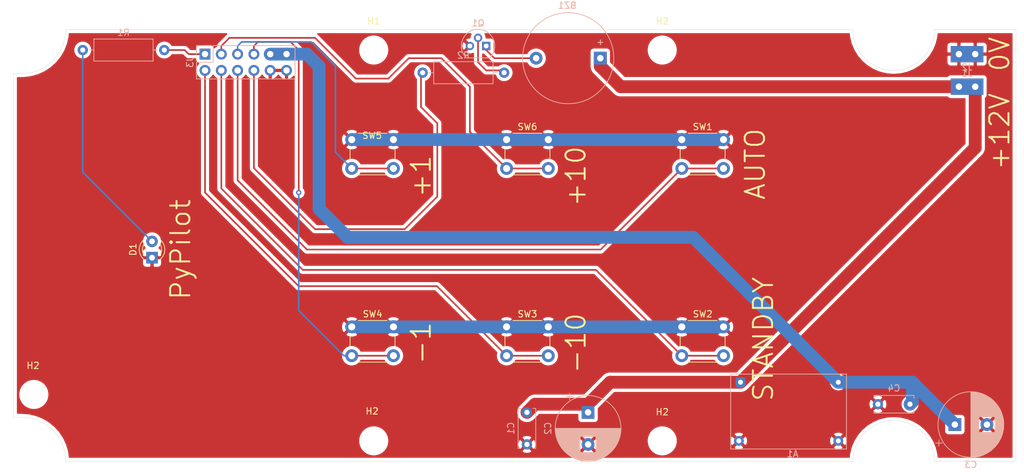
<source format=kicad_pcb>
(kicad_pcb (version 20171130) (host pcbnew "(5.1.12)-1")

  (general
    (thickness 1.6)
    (drawings 25)
    (tracks 96)
    (zones 0)
    (modules 24)
    (nets 15)
  )

  (page A4)
  (layers
    (0 F.Cu signal)
    (31 B.Cu signal)
    (32 B.Adhes user)
    (33 F.Adhes user)
    (34 B.Paste user)
    (35 F.Paste user)
    (36 B.SilkS user)
    (37 F.SilkS user)
    (38 B.Mask user)
    (39 F.Mask user)
    (40 Dwgs.User user)
    (41 Cmts.User user)
    (42 Eco1.User user)
    (43 Eco2.User user)
    (44 Edge.Cuts user)
    (45 Margin user)
    (46 B.CrtYd user)
    (47 F.CrtYd user)
    (48 B.Fab user)
    (49 F.Fab user)
  )

  (setup
    (last_trace_width 0.25)
    (trace_clearance 0.2)
    (zone_clearance 0.508)
    (zone_45_only no)
    (trace_min 0.2)
    (via_size 0.8)
    (via_drill 0.4)
    (via_min_size 0.4)
    (via_min_drill 0.3)
    (uvia_size 0.3)
    (uvia_drill 0.1)
    (uvias_allowed no)
    (uvia_min_size 0.2)
    (uvia_min_drill 0.1)
    (edge_width 0.05)
    (segment_width 0.2)
    (pcb_text_width 0.3)
    (pcb_text_size 1.5 1.5)
    (mod_edge_width 0.12)
    (mod_text_size 1 1)
    (mod_text_width 0.15)
    (pad_size 3.5 3.5)
    (pad_drill 3.5)
    (pad_to_mask_clearance 0)
    (aux_axis_origin 0 0)
    (visible_elements 7FFFFFFF)
    (pcbplotparams
      (layerselection 0x010fc_ffffffff)
      (usegerberextensions true)
      (usegerberattributes true)
      (usegerberadvancedattributes true)
      (creategerberjobfile true)
      (excludeedgelayer true)
      (linewidth 0.100000)
      (plotframeref false)
      (viasonmask false)
      (mode 1)
      (useauxorigin false)
      (hpglpennumber 1)
      (hpglpenspeed 20)
      (hpglpendiameter 15.000000)
      (psnegative false)
      (psa4output false)
      (plotreference true)
      (plotvalue true)
      (plotinvisibletext false)
      (padsonsilk false)
      (subtractmaskfromsilk false)
      (outputformat 1)
      (mirror false)
      (drillshape 0)
      (scaleselection 1)
      (outputdirectory "pypilot-keyboard/"))
  )

  (net 0 "")
  (net 1 GND)
  (net 2 +5V)
  (net 3 +12V)
  (net 4 "Net-(BZ1-Pad2)")
  (net 5 "Net-(D1-Pad2)")
  (net 6 LED)
  (net 7 -10)
  (net 8 +10)
  (net 9 StandBy)
  (net 10 +1)
  (net 11 AUTO)
  (net 12 -1)
  (net 13 Buzzer)
  (net 14 "Net-(Q1-Pad2)")

  (net_class Default "This is the default net class."
    (clearance 0.2)
    (trace_width 0.25)
    (via_dia 0.8)
    (via_drill 0.4)
    (uvia_dia 0.3)
    (uvia_drill 0.1)
    (add_net +1)
    (add_net +10)
    (add_net -1)
    (add_net -10)
    (add_net AUTO)
    (add_net Buzzer)
    (add_net LED)
    (add_net "Net-(BZ1-Pad2)")
    (add_net "Net-(D1-Pad2)")
    (add_net "Net-(Q1-Pad2)")
    (add_net StandBy)
  )

  (net_class power ""
    (clearance 0.2)
    (trace_width 2)
    (via_dia 0.8)
    (via_drill 0.4)
    (uvia_dia 0.3)
    (uvia_drill 0.1)
    (add_net +12V)
    (add_net +5V)
    (add_net GND)
  )

  (module pypilot:tab (layer B.Cu) (tedit 629A4151) (tstamp 6296F264)
    (at 212.09 44.45 180)
    (path /62AFC09D)
    (fp_text reference J1 (at 0 -0.5) (layer B.SilkS)
      (effects (font (size 1 1) (thickness 0.15)) (justify mirror))
    )
    (fp_text value "Power +12V" (at 1.524 -4.572) (layer B.Fab)
      (effects (font (size 1 1) (thickness 0.15)) (justify mirror))
    )
    (pad 1 thru_hole rect (at 1.27 -2.54 180) (size 2.54 2.54) (drill 1) (layers *.Cu *.Mask)
      (net 3 +12V))
    (pad 1 thru_hole rect (at -1.27 -2.54 180) (size 2.54 2.54) (drill 1) (layers *.Cu *.Mask)
      (net 3 +12V))
  )

  (module pypilot:tab (layer B.Cu) (tedit 629A4151) (tstamp 6297118D)
    (at 212.09 44.45)
    (path /62B042E9)
    (fp_text reference J2 (at 0 -0.5) (layer B.SilkS)
      (effects (font (size 1 1) (thickness 0.15)) (justify mirror))
    )
    (fp_text value "Power 0V" (at 1.524 -4.572) (layer B.Fab)
      (effects (font (size 1 1) (thickness 0.15)) (justify mirror))
    )
    (pad 1 thru_hole rect (at 1.27 -2.54) (size 2.54 2.54) (drill 1) (layers *.Cu *.Mask)
      (net 1 GND))
    (pad 1 thru_hole rect (at -1.27 -2.54) (size 2.54 2.54) (drill 1) (layers *.Cu *.Mask)
      (net 1 GND))
  )

  (module Connector_PinHeader_2.54mm:PinHeader_2x06_P2.54mm_Vertical (layer B.Cu) (tedit 59FED5CC) (tstamp 6296F28C)
    (at 93.345 41.91 270)
    (descr "Through hole straight pin header, 2x06, 2.54mm pitch, double rows")
    (tags "Through hole pin header THT 2x06 2.54mm double row")
    (path /629B1B10)
    (fp_text reference J3 (at 1.27 2.33 90) (layer B.SilkS)
      (effects (font (size 1 1) (thickness 0.15)) (justify mirror))
    )
    (fp_text value 2x6 (at 1.27 -15.03 90) (layer B.Fab)
      (effects (font (size 1 1) (thickness 0.15)) (justify mirror))
    )
    (fp_line (start 4.35 1.8) (end -1.8 1.8) (layer B.CrtYd) (width 0.05))
    (fp_line (start 4.35 -14.5) (end 4.35 1.8) (layer B.CrtYd) (width 0.05))
    (fp_line (start -1.8 -14.5) (end 4.35 -14.5) (layer B.CrtYd) (width 0.05))
    (fp_line (start -1.8 1.8) (end -1.8 -14.5) (layer B.CrtYd) (width 0.05))
    (fp_line (start -1.33 1.33) (end 0 1.33) (layer B.SilkS) (width 0.12))
    (fp_line (start -1.33 0) (end -1.33 1.33) (layer B.SilkS) (width 0.12))
    (fp_line (start 1.27 1.33) (end 3.87 1.33) (layer B.SilkS) (width 0.12))
    (fp_line (start 1.27 -1.27) (end 1.27 1.33) (layer B.SilkS) (width 0.12))
    (fp_line (start -1.33 -1.27) (end 1.27 -1.27) (layer B.SilkS) (width 0.12))
    (fp_line (start 3.87 1.33) (end 3.87 -14.03) (layer B.SilkS) (width 0.12))
    (fp_line (start -1.33 -1.27) (end -1.33 -14.03) (layer B.SilkS) (width 0.12))
    (fp_line (start -1.33 -14.03) (end 3.87 -14.03) (layer B.SilkS) (width 0.12))
    (fp_line (start -1.27 0) (end 0 1.27) (layer B.Fab) (width 0.1))
    (fp_line (start -1.27 -13.97) (end -1.27 0) (layer B.Fab) (width 0.1))
    (fp_line (start 3.81 -13.97) (end -1.27 -13.97) (layer B.Fab) (width 0.1))
    (fp_line (start 3.81 1.27) (end 3.81 -13.97) (layer B.Fab) (width 0.1))
    (fp_line (start 0 1.27) (end 3.81 1.27) (layer B.Fab) (width 0.1))
    (fp_text user %R (at 1.27 -6.35 180) (layer B.Fab)
      (effects (font (size 1 1) (thickness 0.15)) (justify mirror))
    )
    (pad 1 thru_hole rect (at 0 0 270) (size 1.7 1.7) (drill 1) (layers *.Cu *.Mask)
      (net 6 LED))
    (pad 2 thru_hole oval (at 2.54 0 270) (size 1.7 1.7) (drill 1) (layers *.Cu *.Mask)
      (net 7 -10))
    (pad 3 thru_hole oval (at 0 -2.54 270) (size 1.7 1.7) (drill 1) (layers *.Cu *.Mask)
      (net 8 +10))
    (pad 4 thru_hole oval (at 2.54 -2.54 270) (size 1.7 1.7) (drill 1) (layers *.Cu *.Mask)
      (net 9 StandBy))
    (pad 5 thru_hole oval (at 0 -5.08 270) (size 1.7 1.7) (drill 1) (layers *.Cu *.Mask)
      (net 10 +1))
    (pad 6 thru_hole oval (at 2.54 -5.08 270) (size 1.7 1.7) (drill 1) (layers *.Cu *.Mask)
      (net 11 AUTO))
    (pad 7 thru_hole oval (at 0 -7.62 270) (size 1.7 1.7) (drill 1) (layers *.Cu *.Mask)
      (net 12 -1))
    (pad 8 thru_hole oval (at 2.54 -7.62 270) (size 1.7 1.7) (drill 1) (layers *.Cu *.Mask)
      (net 13 Buzzer))
    (pad 9 thru_hole oval (at 0 -10.16 270) (size 1.7 1.7) (drill 1) (layers *.Cu *.Mask)
      (net 2 +5V))
    (pad 10 thru_hole oval (at 2.54 -10.16 270) (size 1.7 1.7) (drill 1) (layers *.Cu *.Mask)
      (net 1 GND))
    (pad 11 thru_hole oval (at 0 -12.7 270) (size 1.7 1.7) (drill 1) (layers *.Cu *.Mask)
      (net 2 +5V))
    (pad 12 thru_hole oval (at 2.54 -12.7 270) (size 1.7 1.7) (drill 1) (layers *.Cu *.Mask)
      (net 1 GND))
    (model ${KISYS3DMOD}/Connector_PinHeader_2.54mm.3dshapes/PinHeader_2x06_P2.54mm_Vertical.wrl
      (at (xyz 0 0 0))
      (scale (xyz 1 1 1))
      (rotate (xyz 0 0 0))
    )
  )

  (module Resistor_THT:R_Axial_DIN0309_L9.0mm_D3.2mm_P12.70mm_Horizontal (layer B.Cu) (tedit 5AE5139B) (tstamp 629768CF)
    (at 139.954 44.8056 180)
    (descr "Resistor, Axial_DIN0309 series, Axial, Horizontal, pin pitch=12.7mm, 0.5W = 1/2W, length*diameter=9*3.2mm^2, http://cdn-reichelt.de/documents/datenblatt/B400/1_4W%23YAG.pdf")
    (tags "Resistor Axial_DIN0309 series Axial Horizontal pin pitch 12.7mm 0.5W = 1/2W length 9mm diameter 3.2mm")
    (path /6295A0D0)
    (fp_text reference R2 (at 6.35 2.72 180) (layer B.SilkS)
      (effects (font (size 1 1) (thickness 0.15)) (justify mirror))
    )
    (fp_text value R (at 6.35 -2.72 180) (layer B.Fab)
      (effects (font (size 1 1) (thickness 0.15)) (justify mirror))
    )
    (fp_line (start 1.85 1.6) (end 1.85 -1.6) (layer B.Fab) (width 0.1))
    (fp_line (start 1.85 -1.6) (end 10.85 -1.6) (layer B.Fab) (width 0.1))
    (fp_line (start 10.85 -1.6) (end 10.85 1.6) (layer B.Fab) (width 0.1))
    (fp_line (start 10.85 1.6) (end 1.85 1.6) (layer B.Fab) (width 0.1))
    (fp_line (start 0 0) (end 1.85 0) (layer B.Fab) (width 0.1))
    (fp_line (start 12.7 0) (end 10.85 0) (layer B.Fab) (width 0.1))
    (fp_line (start 1.73 1.72) (end 1.73 -1.72) (layer B.SilkS) (width 0.12))
    (fp_line (start 1.73 -1.72) (end 10.97 -1.72) (layer B.SilkS) (width 0.12))
    (fp_line (start 10.97 -1.72) (end 10.97 1.72) (layer B.SilkS) (width 0.12))
    (fp_line (start 10.97 1.72) (end 1.73 1.72) (layer B.SilkS) (width 0.12))
    (fp_line (start 1.04 0) (end 1.73 0) (layer B.SilkS) (width 0.12))
    (fp_line (start 11.66 0) (end 10.97 0) (layer B.SilkS) (width 0.12))
    (fp_line (start -1.05 1.85) (end -1.05 -1.85) (layer B.CrtYd) (width 0.05))
    (fp_line (start -1.05 -1.85) (end 13.75 -1.85) (layer B.CrtYd) (width 0.05))
    (fp_line (start 13.75 -1.85) (end 13.75 1.85) (layer B.CrtYd) (width 0.05))
    (fp_line (start 13.75 1.85) (end -1.05 1.85) (layer B.CrtYd) (width 0.05))
    (fp_text user %R (at 6.35 0 180) (layer B.Fab)
      (effects (font (size 1 1) (thickness 0.15)) (justify mirror))
    )
    (pad 2 thru_hole oval (at 12.7 0 180) (size 1.6 1.6) (drill 0.8) (layers *.Cu *.Mask)
      (net 13 Buzzer))
    (pad 1 thru_hole circle (at 0 0 180) (size 1.6 1.6) (drill 0.8) (layers *.Cu *.Mask)
      (net 14 "Net-(Q1-Pad2)"))
    (model ${KISYS3DMOD}/Resistor_THT.3dshapes/R_Axial_DIN0309_L9.0mm_D3.2mm_P12.70mm_Horizontal.wrl
      (at (xyz 0 0 0))
      (scale (xyz 1 1 1))
      (rotate (xyz 0 0 0))
    )
  )

  (module Capacitor_THT:CP_Radial_D10.0mm_P5.00mm (layer B.Cu) (tedit 5AE50EF1) (tstamp 629741E0)
    (at 210.185 99.695)
    (descr "CP, Radial series, Radial, pin pitch=5.00mm, , diameter=10mm, Electrolytic Capacitor")
    (tags "CP Radial series Radial pin pitch 5.00mm  diameter 10mm Electrolytic Capacitor")
    (path /629931CC)
    (fp_text reference C3 (at 2.5 6.25) (layer B.SilkS)
      (effects (font (size 1 1) (thickness 0.15)) (justify mirror))
    )
    (fp_text value 10uF (at 2.5 -6.25) (layer B.Fab)
      (effects (font (size 1 1) (thickness 0.15)) (justify mirror))
    )
    (fp_circle (center 2.5 0) (end 7.5 0) (layer B.Fab) (width 0.1))
    (fp_circle (center 2.5 0) (end 7.62 0) (layer B.SilkS) (width 0.12))
    (fp_circle (center 2.5 0) (end 7.75 0) (layer B.CrtYd) (width 0.05))
    (fp_line (start -1.788861 2.1875) (end -0.788861 2.1875) (layer B.Fab) (width 0.1))
    (fp_line (start -1.288861 2.6875) (end -1.288861 1.6875) (layer B.Fab) (width 0.1))
    (fp_line (start 2.5 5.08) (end 2.5 -5.08) (layer B.SilkS) (width 0.12))
    (fp_line (start 2.54 5.08) (end 2.54 -5.08) (layer B.SilkS) (width 0.12))
    (fp_line (start 2.58 5.08) (end 2.58 -5.08) (layer B.SilkS) (width 0.12))
    (fp_line (start 2.62 5.079) (end 2.62 -5.079) (layer B.SilkS) (width 0.12))
    (fp_line (start 2.66 5.078) (end 2.66 -5.078) (layer B.SilkS) (width 0.12))
    (fp_line (start 2.7 5.077) (end 2.7 -5.077) (layer B.SilkS) (width 0.12))
    (fp_line (start 2.74 5.075) (end 2.74 -5.075) (layer B.SilkS) (width 0.12))
    (fp_line (start 2.78 5.073) (end 2.78 -5.073) (layer B.SilkS) (width 0.12))
    (fp_line (start 2.82 5.07) (end 2.82 -5.07) (layer B.SilkS) (width 0.12))
    (fp_line (start 2.86 5.068) (end 2.86 -5.068) (layer B.SilkS) (width 0.12))
    (fp_line (start 2.9 5.065) (end 2.9 -5.065) (layer B.SilkS) (width 0.12))
    (fp_line (start 2.94 5.062) (end 2.94 -5.062) (layer B.SilkS) (width 0.12))
    (fp_line (start 2.98 5.058) (end 2.98 -5.058) (layer B.SilkS) (width 0.12))
    (fp_line (start 3.02 5.054) (end 3.02 -5.054) (layer B.SilkS) (width 0.12))
    (fp_line (start 3.06 5.05) (end 3.06 -5.05) (layer B.SilkS) (width 0.12))
    (fp_line (start 3.1 5.045) (end 3.1 -5.045) (layer B.SilkS) (width 0.12))
    (fp_line (start 3.14 5.04) (end 3.14 -5.04) (layer B.SilkS) (width 0.12))
    (fp_line (start 3.18 5.035) (end 3.18 -5.035) (layer B.SilkS) (width 0.12))
    (fp_line (start 3.221 5.03) (end 3.221 -5.03) (layer B.SilkS) (width 0.12))
    (fp_line (start 3.261 5.024) (end 3.261 -5.024) (layer B.SilkS) (width 0.12))
    (fp_line (start 3.301 5.018) (end 3.301 -5.018) (layer B.SilkS) (width 0.12))
    (fp_line (start 3.341 5.011) (end 3.341 -5.011) (layer B.SilkS) (width 0.12))
    (fp_line (start 3.381 5.004) (end 3.381 -5.004) (layer B.SilkS) (width 0.12))
    (fp_line (start 3.421 4.997) (end 3.421 -4.997) (layer B.SilkS) (width 0.12))
    (fp_line (start 3.461 4.99) (end 3.461 -4.99) (layer B.SilkS) (width 0.12))
    (fp_line (start 3.501 4.982) (end 3.501 -4.982) (layer B.SilkS) (width 0.12))
    (fp_line (start 3.541 4.974) (end 3.541 -4.974) (layer B.SilkS) (width 0.12))
    (fp_line (start 3.581 4.965) (end 3.581 -4.965) (layer B.SilkS) (width 0.12))
    (fp_line (start 3.621 4.956) (end 3.621 -4.956) (layer B.SilkS) (width 0.12))
    (fp_line (start 3.661 4.947) (end 3.661 -4.947) (layer B.SilkS) (width 0.12))
    (fp_line (start 3.701 4.938) (end 3.701 -4.938) (layer B.SilkS) (width 0.12))
    (fp_line (start 3.741 4.928) (end 3.741 -4.928) (layer B.SilkS) (width 0.12))
    (fp_line (start 3.781 4.918) (end 3.781 1.241) (layer B.SilkS) (width 0.12))
    (fp_line (start 3.781 -1.241) (end 3.781 -4.918) (layer B.SilkS) (width 0.12))
    (fp_line (start 3.821 4.907) (end 3.821 1.241) (layer B.SilkS) (width 0.12))
    (fp_line (start 3.821 -1.241) (end 3.821 -4.907) (layer B.SilkS) (width 0.12))
    (fp_line (start 3.861 4.897) (end 3.861 1.241) (layer B.SilkS) (width 0.12))
    (fp_line (start 3.861 -1.241) (end 3.861 -4.897) (layer B.SilkS) (width 0.12))
    (fp_line (start 3.901 4.885) (end 3.901 1.241) (layer B.SilkS) (width 0.12))
    (fp_line (start 3.901 -1.241) (end 3.901 -4.885) (layer B.SilkS) (width 0.12))
    (fp_line (start 3.941 4.874) (end 3.941 1.241) (layer B.SilkS) (width 0.12))
    (fp_line (start 3.941 -1.241) (end 3.941 -4.874) (layer B.SilkS) (width 0.12))
    (fp_line (start 3.981 4.862) (end 3.981 1.241) (layer B.SilkS) (width 0.12))
    (fp_line (start 3.981 -1.241) (end 3.981 -4.862) (layer B.SilkS) (width 0.12))
    (fp_line (start 4.021 4.85) (end 4.021 1.241) (layer B.SilkS) (width 0.12))
    (fp_line (start 4.021 -1.241) (end 4.021 -4.85) (layer B.SilkS) (width 0.12))
    (fp_line (start 4.061 4.837) (end 4.061 1.241) (layer B.SilkS) (width 0.12))
    (fp_line (start 4.061 -1.241) (end 4.061 -4.837) (layer B.SilkS) (width 0.12))
    (fp_line (start 4.101 4.824) (end 4.101 1.241) (layer B.SilkS) (width 0.12))
    (fp_line (start 4.101 -1.241) (end 4.101 -4.824) (layer B.SilkS) (width 0.12))
    (fp_line (start 4.141 4.811) (end 4.141 1.241) (layer B.SilkS) (width 0.12))
    (fp_line (start 4.141 -1.241) (end 4.141 -4.811) (layer B.SilkS) (width 0.12))
    (fp_line (start 4.181 4.797) (end 4.181 1.241) (layer B.SilkS) (width 0.12))
    (fp_line (start 4.181 -1.241) (end 4.181 -4.797) (layer B.SilkS) (width 0.12))
    (fp_line (start 4.221 4.783) (end 4.221 1.241) (layer B.SilkS) (width 0.12))
    (fp_line (start 4.221 -1.241) (end 4.221 -4.783) (layer B.SilkS) (width 0.12))
    (fp_line (start 4.261 4.768) (end 4.261 1.241) (layer B.SilkS) (width 0.12))
    (fp_line (start 4.261 -1.241) (end 4.261 -4.768) (layer B.SilkS) (width 0.12))
    (fp_line (start 4.301 4.754) (end 4.301 1.241) (layer B.SilkS) (width 0.12))
    (fp_line (start 4.301 -1.241) (end 4.301 -4.754) (layer B.SilkS) (width 0.12))
    (fp_line (start 4.341 4.738) (end 4.341 1.241) (layer B.SilkS) (width 0.12))
    (fp_line (start 4.341 -1.241) (end 4.341 -4.738) (layer B.SilkS) (width 0.12))
    (fp_line (start 4.381 4.723) (end 4.381 1.241) (layer B.SilkS) (width 0.12))
    (fp_line (start 4.381 -1.241) (end 4.381 -4.723) (layer B.SilkS) (width 0.12))
    (fp_line (start 4.421 4.707) (end 4.421 1.241) (layer B.SilkS) (width 0.12))
    (fp_line (start 4.421 -1.241) (end 4.421 -4.707) (layer B.SilkS) (width 0.12))
    (fp_line (start 4.461 4.69) (end 4.461 1.241) (layer B.SilkS) (width 0.12))
    (fp_line (start 4.461 -1.241) (end 4.461 -4.69) (layer B.SilkS) (width 0.12))
    (fp_line (start 4.501 4.674) (end 4.501 1.241) (layer B.SilkS) (width 0.12))
    (fp_line (start 4.501 -1.241) (end 4.501 -4.674) (layer B.SilkS) (width 0.12))
    (fp_line (start 4.541 4.657) (end 4.541 1.241) (layer B.SilkS) (width 0.12))
    (fp_line (start 4.541 -1.241) (end 4.541 -4.657) (layer B.SilkS) (width 0.12))
    (fp_line (start 4.581 4.639) (end 4.581 1.241) (layer B.SilkS) (width 0.12))
    (fp_line (start 4.581 -1.241) (end 4.581 -4.639) (layer B.SilkS) (width 0.12))
    (fp_line (start 4.621 4.621) (end 4.621 1.241) (layer B.SilkS) (width 0.12))
    (fp_line (start 4.621 -1.241) (end 4.621 -4.621) (layer B.SilkS) (width 0.12))
    (fp_line (start 4.661 4.603) (end 4.661 1.241) (layer B.SilkS) (width 0.12))
    (fp_line (start 4.661 -1.241) (end 4.661 -4.603) (layer B.SilkS) (width 0.12))
    (fp_line (start 4.701 4.584) (end 4.701 1.241) (layer B.SilkS) (width 0.12))
    (fp_line (start 4.701 -1.241) (end 4.701 -4.584) (layer B.SilkS) (width 0.12))
    (fp_line (start 4.741 4.564) (end 4.741 1.241) (layer B.SilkS) (width 0.12))
    (fp_line (start 4.741 -1.241) (end 4.741 -4.564) (layer B.SilkS) (width 0.12))
    (fp_line (start 4.781 4.545) (end 4.781 1.241) (layer B.SilkS) (width 0.12))
    (fp_line (start 4.781 -1.241) (end 4.781 -4.545) (layer B.SilkS) (width 0.12))
    (fp_line (start 4.821 4.525) (end 4.821 1.241) (layer B.SilkS) (width 0.12))
    (fp_line (start 4.821 -1.241) (end 4.821 -4.525) (layer B.SilkS) (width 0.12))
    (fp_line (start 4.861 4.504) (end 4.861 1.241) (layer B.SilkS) (width 0.12))
    (fp_line (start 4.861 -1.241) (end 4.861 -4.504) (layer B.SilkS) (width 0.12))
    (fp_line (start 4.901 4.483) (end 4.901 1.241) (layer B.SilkS) (width 0.12))
    (fp_line (start 4.901 -1.241) (end 4.901 -4.483) (layer B.SilkS) (width 0.12))
    (fp_line (start 4.941 4.462) (end 4.941 1.241) (layer B.SilkS) (width 0.12))
    (fp_line (start 4.941 -1.241) (end 4.941 -4.462) (layer B.SilkS) (width 0.12))
    (fp_line (start 4.981 4.44) (end 4.981 1.241) (layer B.SilkS) (width 0.12))
    (fp_line (start 4.981 -1.241) (end 4.981 -4.44) (layer B.SilkS) (width 0.12))
    (fp_line (start 5.021 4.417) (end 5.021 1.241) (layer B.SilkS) (width 0.12))
    (fp_line (start 5.021 -1.241) (end 5.021 -4.417) (layer B.SilkS) (width 0.12))
    (fp_line (start 5.061 4.395) (end 5.061 1.241) (layer B.SilkS) (width 0.12))
    (fp_line (start 5.061 -1.241) (end 5.061 -4.395) (layer B.SilkS) (width 0.12))
    (fp_line (start 5.101 4.371) (end 5.101 1.241) (layer B.SilkS) (width 0.12))
    (fp_line (start 5.101 -1.241) (end 5.101 -4.371) (layer B.SilkS) (width 0.12))
    (fp_line (start 5.141 4.347) (end 5.141 1.241) (layer B.SilkS) (width 0.12))
    (fp_line (start 5.141 -1.241) (end 5.141 -4.347) (layer B.SilkS) (width 0.12))
    (fp_line (start 5.181 4.323) (end 5.181 1.241) (layer B.SilkS) (width 0.12))
    (fp_line (start 5.181 -1.241) (end 5.181 -4.323) (layer B.SilkS) (width 0.12))
    (fp_line (start 5.221 4.298) (end 5.221 1.241) (layer B.SilkS) (width 0.12))
    (fp_line (start 5.221 -1.241) (end 5.221 -4.298) (layer B.SilkS) (width 0.12))
    (fp_line (start 5.261 4.273) (end 5.261 1.241) (layer B.SilkS) (width 0.12))
    (fp_line (start 5.261 -1.241) (end 5.261 -4.273) (layer B.SilkS) (width 0.12))
    (fp_line (start 5.301 4.247) (end 5.301 1.241) (layer B.SilkS) (width 0.12))
    (fp_line (start 5.301 -1.241) (end 5.301 -4.247) (layer B.SilkS) (width 0.12))
    (fp_line (start 5.341 4.221) (end 5.341 1.241) (layer B.SilkS) (width 0.12))
    (fp_line (start 5.341 -1.241) (end 5.341 -4.221) (layer B.SilkS) (width 0.12))
    (fp_line (start 5.381 4.194) (end 5.381 1.241) (layer B.SilkS) (width 0.12))
    (fp_line (start 5.381 -1.241) (end 5.381 -4.194) (layer B.SilkS) (width 0.12))
    (fp_line (start 5.421 4.166) (end 5.421 1.241) (layer B.SilkS) (width 0.12))
    (fp_line (start 5.421 -1.241) (end 5.421 -4.166) (layer B.SilkS) (width 0.12))
    (fp_line (start 5.461 4.138) (end 5.461 1.241) (layer B.SilkS) (width 0.12))
    (fp_line (start 5.461 -1.241) (end 5.461 -4.138) (layer B.SilkS) (width 0.12))
    (fp_line (start 5.501 4.11) (end 5.501 1.241) (layer B.SilkS) (width 0.12))
    (fp_line (start 5.501 -1.241) (end 5.501 -4.11) (layer B.SilkS) (width 0.12))
    (fp_line (start 5.541 4.08) (end 5.541 1.241) (layer B.SilkS) (width 0.12))
    (fp_line (start 5.541 -1.241) (end 5.541 -4.08) (layer B.SilkS) (width 0.12))
    (fp_line (start 5.581 4.05) (end 5.581 1.241) (layer B.SilkS) (width 0.12))
    (fp_line (start 5.581 -1.241) (end 5.581 -4.05) (layer B.SilkS) (width 0.12))
    (fp_line (start 5.621 4.02) (end 5.621 1.241) (layer B.SilkS) (width 0.12))
    (fp_line (start 5.621 -1.241) (end 5.621 -4.02) (layer B.SilkS) (width 0.12))
    (fp_line (start 5.661 3.989) (end 5.661 1.241) (layer B.SilkS) (width 0.12))
    (fp_line (start 5.661 -1.241) (end 5.661 -3.989) (layer B.SilkS) (width 0.12))
    (fp_line (start 5.701 3.957) (end 5.701 1.241) (layer B.SilkS) (width 0.12))
    (fp_line (start 5.701 -1.241) (end 5.701 -3.957) (layer B.SilkS) (width 0.12))
    (fp_line (start 5.741 3.925) (end 5.741 1.241) (layer B.SilkS) (width 0.12))
    (fp_line (start 5.741 -1.241) (end 5.741 -3.925) (layer B.SilkS) (width 0.12))
    (fp_line (start 5.781 3.892) (end 5.781 1.241) (layer B.SilkS) (width 0.12))
    (fp_line (start 5.781 -1.241) (end 5.781 -3.892) (layer B.SilkS) (width 0.12))
    (fp_line (start 5.821 3.858) (end 5.821 1.241) (layer B.SilkS) (width 0.12))
    (fp_line (start 5.821 -1.241) (end 5.821 -3.858) (layer B.SilkS) (width 0.12))
    (fp_line (start 5.861 3.824) (end 5.861 1.241) (layer B.SilkS) (width 0.12))
    (fp_line (start 5.861 -1.241) (end 5.861 -3.824) (layer B.SilkS) (width 0.12))
    (fp_line (start 5.901 3.789) (end 5.901 1.241) (layer B.SilkS) (width 0.12))
    (fp_line (start 5.901 -1.241) (end 5.901 -3.789) (layer B.SilkS) (width 0.12))
    (fp_line (start 5.941 3.753) (end 5.941 1.241) (layer B.SilkS) (width 0.12))
    (fp_line (start 5.941 -1.241) (end 5.941 -3.753) (layer B.SilkS) (width 0.12))
    (fp_line (start 5.981 3.716) (end 5.981 1.241) (layer B.SilkS) (width 0.12))
    (fp_line (start 5.981 -1.241) (end 5.981 -3.716) (layer B.SilkS) (width 0.12))
    (fp_line (start 6.021 3.679) (end 6.021 1.241) (layer B.SilkS) (width 0.12))
    (fp_line (start 6.021 -1.241) (end 6.021 -3.679) (layer B.SilkS) (width 0.12))
    (fp_line (start 6.061 3.64) (end 6.061 1.241) (layer B.SilkS) (width 0.12))
    (fp_line (start 6.061 -1.241) (end 6.061 -3.64) (layer B.SilkS) (width 0.12))
    (fp_line (start 6.101 3.601) (end 6.101 1.241) (layer B.SilkS) (width 0.12))
    (fp_line (start 6.101 -1.241) (end 6.101 -3.601) (layer B.SilkS) (width 0.12))
    (fp_line (start 6.141 3.561) (end 6.141 1.241) (layer B.SilkS) (width 0.12))
    (fp_line (start 6.141 -1.241) (end 6.141 -3.561) (layer B.SilkS) (width 0.12))
    (fp_line (start 6.181 3.52) (end 6.181 1.241) (layer B.SilkS) (width 0.12))
    (fp_line (start 6.181 -1.241) (end 6.181 -3.52) (layer B.SilkS) (width 0.12))
    (fp_line (start 6.221 3.478) (end 6.221 1.241) (layer B.SilkS) (width 0.12))
    (fp_line (start 6.221 -1.241) (end 6.221 -3.478) (layer B.SilkS) (width 0.12))
    (fp_line (start 6.261 3.436) (end 6.261 -3.436) (layer B.SilkS) (width 0.12))
    (fp_line (start 6.301 3.392) (end 6.301 -3.392) (layer B.SilkS) (width 0.12))
    (fp_line (start 6.341 3.347) (end 6.341 -3.347) (layer B.SilkS) (width 0.12))
    (fp_line (start 6.381 3.301) (end 6.381 -3.301) (layer B.SilkS) (width 0.12))
    (fp_line (start 6.421 3.254) (end 6.421 -3.254) (layer B.SilkS) (width 0.12))
    (fp_line (start 6.461 3.206) (end 6.461 -3.206) (layer B.SilkS) (width 0.12))
    (fp_line (start 6.501 3.156) (end 6.501 -3.156) (layer B.SilkS) (width 0.12))
    (fp_line (start 6.541 3.106) (end 6.541 -3.106) (layer B.SilkS) (width 0.12))
    (fp_line (start 6.581 3.054) (end 6.581 -3.054) (layer B.SilkS) (width 0.12))
    (fp_line (start 6.621 3) (end 6.621 -3) (layer B.SilkS) (width 0.12))
    (fp_line (start 6.661 2.945) (end 6.661 -2.945) (layer B.SilkS) (width 0.12))
    (fp_line (start 6.701 2.889) (end 6.701 -2.889) (layer B.SilkS) (width 0.12))
    (fp_line (start 6.741 2.83) (end 6.741 -2.83) (layer B.SilkS) (width 0.12))
    (fp_line (start 6.781 2.77) (end 6.781 -2.77) (layer B.SilkS) (width 0.12))
    (fp_line (start 6.821 2.709) (end 6.821 -2.709) (layer B.SilkS) (width 0.12))
    (fp_line (start 6.861 2.645) (end 6.861 -2.645) (layer B.SilkS) (width 0.12))
    (fp_line (start 6.901 2.579) (end 6.901 -2.579) (layer B.SilkS) (width 0.12))
    (fp_line (start 6.941 2.51) (end 6.941 -2.51) (layer B.SilkS) (width 0.12))
    (fp_line (start 6.981 2.439) (end 6.981 -2.439) (layer B.SilkS) (width 0.12))
    (fp_line (start 7.021 2.365) (end 7.021 -2.365) (layer B.SilkS) (width 0.12))
    (fp_line (start 7.061 2.289) (end 7.061 -2.289) (layer B.SilkS) (width 0.12))
    (fp_line (start 7.101 2.209) (end 7.101 -2.209) (layer B.SilkS) (width 0.12))
    (fp_line (start 7.141 2.125) (end 7.141 -2.125) (layer B.SilkS) (width 0.12))
    (fp_line (start 7.181 2.037) (end 7.181 -2.037) (layer B.SilkS) (width 0.12))
    (fp_line (start 7.221 1.944) (end 7.221 -1.944) (layer B.SilkS) (width 0.12))
    (fp_line (start 7.261 1.846) (end 7.261 -1.846) (layer B.SilkS) (width 0.12))
    (fp_line (start 7.301 1.742) (end 7.301 -1.742) (layer B.SilkS) (width 0.12))
    (fp_line (start 7.341 1.63) (end 7.341 -1.63) (layer B.SilkS) (width 0.12))
    (fp_line (start 7.381 1.51) (end 7.381 -1.51) (layer B.SilkS) (width 0.12))
    (fp_line (start 7.421 1.378) (end 7.421 -1.378) (layer B.SilkS) (width 0.12))
    (fp_line (start 7.461 1.23) (end 7.461 -1.23) (layer B.SilkS) (width 0.12))
    (fp_line (start 7.501 1.062) (end 7.501 -1.062) (layer B.SilkS) (width 0.12))
    (fp_line (start 7.541 0.862) (end 7.541 -0.862) (layer B.SilkS) (width 0.12))
    (fp_line (start 7.581 0.599) (end 7.581 -0.599) (layer B.SilkS) (width 0.12))
    (fp_line (start -2.979646 2.875) (end -1.979646 2.875) (layer B.SilkS) (width 0.12))
    (fp_line (start -2.479646 3.375) (end -2.479646 2.375) (layer B.SilkS) (width 0.12))
    (fp_text user %R (at 2.5 0) (layer B.Fab)
      (effects (font (size 1 1) (thickness 0.15)) (justify mirror))
    )
    (pad 2 thru_hole circle (at 5 0) (size 2 2) (drill 1) (layers *.Cu *.Mask)
      (net 1 GND))
    (pad 1 thru_hole rect (at 0 0) (size 2 2) (drill 1) (layers *.Cu *.Mask)
      (net 2 +5V))
    (model ${KISYS3DMOD}/Capacitor_THT.3dshapes/CP_Radial_D10.0mm_P5.00mm.wrl
      (at (xyz 0 0 0))
      (scale (xyz 1 1 1))
      (rotate (xyz 0 0 0))
    )
  )

  (module MountingHole:MountingHole_3.5mm (layer F.Cu) (tedit 56D1B4CB) (tstamp 6297864D)
    (at 164.592 102.235)
    (descr "Mounting Hole 3.5mm, no annular")
    (tags "mounting hole 3.5mm no annular")
    (path /62AF8AFB)
    (attr virtual)
    (fp_text reference H2 (at 0 -4.5) (layer F.SilkS)
      (effects (font (size 1 1) (thickness 0.15)))
    )
    (fp_text value MountingHole (at 0 4.5) (layer F.Fab)
      (effects (font (size 1 1) (thickness 0.15)))
    )
    (fp_circle (center 0 0) (end 3.75 0) (layer F.CrtYd) (width 0.05))
    (fp_circle (center 0 0) (end 3.5 0) (layer Cmts.User) (width 0.15))
    (pad 1 np_thru_hole circle (at 0 0) (size 3.5 3.5) (drill 3.5) (layers *.Cu *.Mask))
  )

  (module MountingHole:MountingHole_3.5mm (layer F.Cu) (tedit 6295528E) (tstamp 6297864D)
    (at 66.548 94.996)
    (descr "Mounting Hole 3.5mm, no annular")
    (tags "mounting hole 3.5mm no annular")
    (path /62AF8AFB)
    (attr virtual)
    (fp_text reference H2 (at 0 -4.5) (layer F.SilkS)
      (effects (font (size 1 1) (thickness 0.15)))
    )
    (fp_text value MountingHole (at 0 4.5) (layer F.Fab)
      (effects (font (size 1 1) (thickness 0.15)))
    )
    (fp_circle (center 0 0) (end 3.75 0) (layer F.CrtYd) (width 0.05))
    (fp_circle (center 0 0) (end 3.5 0) (layer Cmts.User) (width 0.15))
    (fp_text user %R (at 0.3 0) (layer F.Fab)
      (effects (font (size 1 1) (thickness 0.15)))
    )
    (pad "" np_thru_hole circle (at 0.127 0) (size 3.5 3.5) (drill 3.5) (layers *.Cu *.Mask))
  )

  (module MountingHole:MountingHole_3.5mm (layer F.Cu) (tedit 6295527A) (tstamp 6297864D)
    (at 119.38 102.108)
    (descr "Mounting Hole 3.5mm, no annular")
    (tags "mounting hole 3.5mm no annular")
    (path /62AF8AFB)
    (attr virtual)
    (fp_text reference H2 (at 0 -4.5) (layer F.SilkS)
      (effects (font (size 1 1) (thickness 0.15)))
    )
    (fp_text value MountingHole (at 0 4.5) (layer F.Fab)
      (effects (font (size 1 1) (thickness 0.15)))
    )
    (fp_circle (center 0 0) (end 3.75 0) (layer F.CrtYd) (width 0.05))
    (fp_circle (center 0 0) (end 3.5 0) (layer Cmts.User) (width 0.15))
    (fp_text user %R (at 0.3 0) (layer F.Fab)
      (effects (font (size 1 1) (thickness 0.15)))
    )
    (pad "" np_thru_hole circle (at 0.254 0.127) (size 3.5 3.5) (drill 3.5) (layers *.Cu *.Mask))
  )

  (module MountingHole:MountingHole_3.5mm (layer F.Cu) (tedit 6295523B) (tstamp 6297864D)
    (at 164.592 41.275)
    (descr "Mounting Hole 3.5mm, no annular")
    (tags "mounting hole 3.5mm no annular")
    (path /62AF8AFB)
    (attr virtual)
    (fp_text reference H2 (at 0 -4.5) (layer F.SilkS)
      (effects (font (size 1 1) (thickness 0.15)))
    )
    (fp_text value MountingHole (at 0 4.5) (layer F.Fab)
      (effects (font (size 1 1) (thickness 0.15)))
    )
    (fp_circle (center 0 0) (end 3.75 0) (layer F.CrtYd) (width 0.05))
    (fp_circle (center 0 0) (end 3.5 0) (layer Cmts.User) (width 0.15))
    (fp_text user %R (at 0.3 0) (layer F.Fab)
      (effects (font (size 1 1) (thickness 0.15)))
    )
    (pad "" np_thru_hole circle (at 0 0) (size 3.5 3.5) (drill 3.5) (layers *.Cu *.Mask))
  )

  (module MountingHole:MountingHole_3.5mm (layer F.Cu) (tedit 56D1B4CB) (tstamp 6297DE2D)
    (at 119.634 41.275)
    (descr "Mounting Hole 3.5mm, no annular")
    (tags "mounting hole 3.5mm no annular")
    (path /62AF859A)
    (attr virtual)
    (fp_text reference H1 (at 0 -4.5) (layer F.SilkS)
      (effects (font (size 1 1) (thickness 0.15)))
    )
    (fp_text value MountingHole (at 0 4.5) (layer F.Fab)
      (effects (font (size 1 1) (thickness 0.15)))
    )
    (fp_circle (center 0 0) (end 3.75 0) (layer F.CrtYd) (width 0.05))
    (fp_circle (center 0 0) (end 3.5 0) (layer Cmts.User) (width 0.15))
    (fp_text user %R (at 0.3 0) (layer F.Fab)
      (effects (font (size 1 1) (thickness 0.15)))
    )
    (pad 1 np_thru_hole circle (at 0 0) (size 3.5 3.5) (drill 3.5) (layers *.Cu *.Mask))
  )

  (module pypilot:MH-MINI-360 (layer B.Cu) (tedit 6293EE56) (tstamp 6296ED81)
    (at 181.61 98.425)
    (path /629347A1)
    (fp_text reference A1 (at 3.302 5.842) (layer B.SilkS)
      (effects (font (size 1 1) (thickness 0.15)) (justify mirror))
    )
    (fp_text value MH-MINI-360 (at 2.794 -7.62) (layer B.Fab)
      (effects (font (size 1 1) (thickness 0.15)) (justify mirror))
    )
    (fp_line (start -6.35 5.08) (end 11.684 5.08) (layer B.SilkS) (width 0.12))
    (fp_line (start 11.684 5.08) (end 11.684 -6.604) (layer B.SilkS) (width 0.12))
    (fp_line (start 11.684 -6.604) (end -6.35 -6.604) (layer B.SilkS) (width 0.12))
    (fp_line (start -6.35 -6.604) (end -6.35 5.08) (layer B.SilkS) (width 0.12))
    (pad 1 thru_hole roundrect (at -4.826 -5.334) (size 1.524 1.524) (drill 0.762) (layers *.Cu *.Mask) (roundrect_rratio 0.25)
      (net 3 +12V))
    (pad 2 thru_hole circle (at 10.414 -5.334) (size 1.524 1.524) (drill 0.762) (layers *.Cu *.Mask)
      (net 2 +5V))
    (pad 3 thru_hole circle (at -5.08 3.81) (size 1.524 1.524) (drill 0.762) (layers *.Cu *.Mask)
      (net 1 GND))
    (pad 4 thru_hole circle (at 10.414 3.81) (size 1.524 1.524) (drill 0.762) (layers *.Cu *.Mask)
      (net 1 GND))
  )

  (module Buzzer_Beeper:Buzzer_D14mm_H7mm_P10mm (layer B.Cu) (tedit 5D8D727F) (tstamp 6296EDFB)
    (at 154.94 42.545 180)
    (descr "Generic Buzzer, D14mm height 7mm with pitch 10mm")
    (tags buzzer)
    (path /6295AC9F)
    (fp_text reference BZ1 (at 5.16 8.23) (layer B.SilkS)
      (effects (font (size 1 1) (thickness 0.15)) (justify mirror))
    )
    (fp_text value Buzzer (at 4.69 -8.41) (layer B.Fab)
      (effects (font (size 1 1) (thickness 0.15)) (justify mirror))
    )
    (fp_circle (center 5 0) (end 12.25 0) (layer B.CrtYd) (width 0.05))
    (fp_circle (center 5 0) (end 12.1 0) (layer B.SilkS) (width 0.12))
    (fp_circle (center 5 0) (end 12 0) (layer B.Fab) (width 0.1))
    (fp_circle (center 5 0) (end 6 0) (layer B.Fab) (width 0.1))
    (fp_text user %R (at 5.32 -2.27) (layer B.Fab)
      (effects (font (size 1 1) (thickness 0.15)) (justify mirror))
    )
    (fp_text user + (at -0.01 2.54) (layer B.SilkS)
      (effects (font (size 1 1) (thickness 0.15)) (justify mirror))
    )
    (fp_text user + (at -0.01 2.54) (layer B.Fab)
      (effects (font (size 1 1) (thickness 0.15)) (justify mirror))
    )
    (pad 2 thru_hole circle (at 10 0 180) (size 2 2) (drill 1) (layers *.Cu *.Mask)
      (net 4 "Net-(BZ1-Pad2)"))
    (pad 1 thru_hole rect (at 0 0 180) (size 2 2) (drill 1) (layers *.Cu *.Mask)
      (net 3 +12V))
    (model ${KISYS3DMOD}/Buzzer_Beeper.3dshapes/Buzzer_D14mm_H7mm_P10mm.wrl
      (at (xyz 0 0 0))
      (scale (xyz 1 1 1))
      (rotate (xyz 0 0 0))
    )
  )

  (module Capacitor_THT:C_Disc_D6.0mm_W2.5mm_P5.00mm (layer B.Cu) (tedit 5AE50EF0) (tstamp 6296EE10)
    (at 143.51 97.79 270)
    (descr "C, Disc series, Radial, pin pitch=5.00mm, , diameter*width=6*2.5mm^2, Capacitor, http://cdn-reichelt.de/documents/datenblatt/B300/DS_KERKO_TC.pdf")
    (tags "C Disc series Radial pin pitch 5.00mm  diameter 6mm width 2.5mm Capacitor")
    (path /6296A091)
    (fp_text reference C1 (at 2.5 2.5 90) (layer B.SilkS)
      (effects (font (size 1 1) (thickness 0.15)) (justify mirror))
    )
    (fp_text value 0.1uF (at 2.5 -2.5 90) (layer B.Fab)
      (effects (font (size 1 1) (thickness 0.15)) (justify mirror))
    )
    (fp_line (start -0.5 1.25) (end -0.5 -1.25) (layer B.Fab) (width 0.1))
    (fp_line (start -0.5 -1.25) (end 5.5 -1.25) (layer B.Fab) (width 0.1))
    (fp_line (start 5.5 -1.25) (end 5.5 1.25) (layer B.Fab) (width 0.1))
    (fp_line (start 5.5 1.25) (end -0.5 1.25) (layer B.Fab) (width 0.1))
    (fp_line (start -0.62 1.37) (end 5.62 1.37) (layer B.SilkS) (width 0.12))
    (fp_line (start -0.62 -1.37) (end 5.62 -1.37) (layer B.SilkS) (width 0.12))
    (fp_line (start -0.62 1.37) (end -0.62 0.925) (layer B.SilkS) (width 0.12))
    (fp_line (start -0.62 -0.925) (end -0.62 -1.37) (layer B.SilkS) (width 0.12))
    (fp_line (start 5.62 1.37) (end 5.62 0.925) (layer B.SilkS) (width 0.12))
    (fp_line (start 5.62 -0.925) (end 5.62 -1.37) (layer B.SilkS) (width 0.12))
    (fp_line (start -1.05 1.5) (end -1.05 -1.5) (layer B.CrtYd) (width 0.05))
    (fp_line (start -1.05 -1.5) (end 6.05 -1.5) (layer B.CrtYd) (width 0.05))
    (fp_line (start 6.05 -1.5) (end 6.05 1.5) (layer B.CrtYd) (width 0.05))
    (fp_line (start 6.05 1.5) (end -1.05 1.5) (layer B.CrtYd) (width 0.05))
    (fp_text user %R (at 2.5 0 90) (layer B.Fab)
      (effects (font (size 1 1) (thickness 0.15)) (justify mirror))
    )
    (pad 2 thru_hole circle (at 5 0 270) (size 1.6 1.6) (drill 0.8) (layers *.Cu *.Mask)
      (net 1 GND))
    (pad 1 thru_hole circle (at 0 0 270) (size 1.6 1.6) (drill 0.8) (layers *.Cu *.Mask)
      (net 3 +12V))
    (model ${KISYS3DMOD}/Capacitor_THT.3dshapes/C_Disc_D6.0mm_W2.5mm_P5.00mm.wrl
      (at (xyz 0 0 0))
      (scale (xyz 1 1 1))
      (rotate (xyz 0 0 0))
    )
  )

  (module Capacitor_THT:CP_Radial_D10.0mm_P5.00mm (layer B.Cu) (tedit 5AE50EF1) (tstamp 6296EEDC)
    (at 153.035 97.79 270)
    (descr "CP, Radial series, Radial, pin pitch=5.00mm, , diameter=10mm, Electrolytic Capacitor")
    (tags "CP Radial series Radial pin pitch 5.00mm  diameter 10mm Electrolytic Capacitor")
    (path /629932E4)
    (fp_text reference C2 (at 2.5 6.25 90) (layer B.SilkS)
      (effects (font (size 1 1) (thickness 0.15)) (justify mirror))
    )
    (fp_text value 10uF (at 2.5 -6.25 90) (layer B.Fab)
      (effects (font (size 1 1) (thickness 0.15)) (justify mirror))
    )
    (fp_circle (center 2.5 0) (end 7.5 0) (layer B.Fab) (width 0.1))
    (fp_circle (center 2.5 0) (end 7.62 0) (layer B.SilkS) (width 0.12))
    (fp_circle (center 2.5 0) (end 7.75 0) (layer B.CrtYd) (width 0.05))
    (fp_line (start -1.788861 2.1875) (end -0.788861 2.1875) (layer B.Fab) (width 0.1))
    (fp_line (start -1.288861 2.6875) (end -1.288861 1.6875) (layer B.Fab) (width 0.1))
    (fp_line (start 2.5 5.08) (end 2.5 -5.08) (layer B.SilkS) (width 0.12))
    (fp_line (start 2.54 5.08) (end 2.54 -5.08) (layer B.SilkS) (width 0.12))
    (fp_line (start 2.58 5.08) (end 2.58 -5.08) (layer B.SilkS) (width 0.12))
    (fp_line (start 2.62 5.079) (end 2.62 -5.079) (layer B.SilkS) (width 0.12))
    (fp_line (start 2.66 5.078) (end 2.66 -5.078) (layer B.SilkS) (width 0.12))
    (fp_line (start 2.7 5.077) (end 2.7 -5.077) (layer B.SilkS) (width 0.12))
    (fp_line (start 2.74 5.075) (end 2.74 -5.075) (layer B.SilkS) (width 0.12))
    (fp_line (start 2.78 5.073) (end 2.78 -5.073) (layer B.SilkS) (width 0.12))
    (fp_line (start 2.82 5.07) (end 2.82 -5.07) (layer B.SilkS) (width 0.12))
    (fp_line (start 2.86 5.068) (end 2.86 -5.068) (layer B.SilkS) (width 0.12))
    (fp_line (start 2.9 5.065) (end 2.9 -5.065) (layer B.SilkS) (width 0.12))
    (fp_line (start 2.94 5.062) (end 2.94 -5.062) (layer B.SilkS) (width 0.12))
    (fp_line (start 2.98 5.058) (end 2.98 -5.058) (layer B.SilkS) (width 0.12))
    (fp_line (start 3.02 5.054) (end 3.02 -5.054) (layer B.SilkS) (width 0.12))
    (fp_line (start 3.06 5.05) (end 3.06 -5.05) (layer B.SilkS) (width 0.12))
    (fp_line (start 3.1 5.045) (end 3.1 -5.045) (layer B.SilkS) (width 0.12))
    (fp_line (start 3.14 5.04) (end 3.14 -5.04) (layer B.SilkS) (width 0.12))
    (fp_line (start 3.18 5.035) (end 3.18 -5.035) (layer B.SilkS) (width 0.12))
    (fp_line (start 3.221 5.03) (end 3.221 -5.03) (layer B.SilkS) (width 0.12))
    (fp_line (start 3.261 5.024) (end 3.261 -5.024) (layer B.SilkS) (width 0.12))
    (fp_line (start 3.301 5.018) (end 3.301 -5.018) (layer B.SilkS) (width 0.12))
    (fp_line (start 3.341 5.011) (end 3.341 -5.011) (layer B.SilkS) (width 0.12))
    (fp_line (start 3.381 5.004) (end 3.381 -5.004) (layer B.SilkS) (width 0.12))
    (fp_line (start 3.421 4.997) (end 3.421 -4.997) (layer B.SilkS) (width 0.12))
    (fp_line (start 3.461 4.99) (end 3.461 -4.99) (layer B.SilkS) (width 0.12))
    (fp_line (start 3.501 4.982) (end 3.501 -4.982) (layer B.SilkS) (width 0.12))
    (fp_line (start 3.541 4.974) (end 3.541 -4.974) (layer B.SilkS) (width 0.12))
    (fp_line (start 3.581 4.965) (end 3.581 -4.965) (layer B.SilkS) (width 0.12))
    (fp_line (start 3.621 4.956) (end 3.621 -4.956) (layer B.SilkS) (width 0.12))
    (fp_line (start 3.661 4.947) (end 3.661 -4.947) (layer B.SilkS) (width 0.12))
    (fp_line (start 3.701 4.938) (end 3.701 -4.938) (layer B.SilkS) (width 0.12))
    (fp_line (start 3.741 4.928) (end 3.741 -4.928) (layer B.SilkS) (width 0.12))
    (fp_line (start 3.781 4.918) (end 3.781 1.241) (layer B.SilkS) (width 0.12))
    (fp_line (start 3.781 -1.241) (end 3.781 -4.918) (layer B.SilkS) (width 0.12))
    (fp_line (start 3.821 4.907) (end 3.821 1.241) (layer B.SilkS) (width 0.12))
    (fp_line (start 3.821 -1.241) (end 3.821 -4.907) (layer B.SilkS) (width 0.12))
    (fp_line (start 3.861 4.897) (end 3.861 1.241) (layer B.SilkS) (width 0.12))
    (fp_line (start 3.861 -1.241) (end 3.861 -4.897) (layer B.SilkS) (width 0.12))
    (fp_line (start 3.901 4.885) (end 3.901 1.241) (layer B.SilkS) (width 0.12))
    (fp_line (start 3.901 -1.241) (end 3.901 -4.885) (layer B.SilkS) (width 0.12))
    (fp_line (start 3.941 4.874) (end 3.941 1.241) (layer B.SilkS) (width 0.12))
    (fp_line (start 3.941 -1.241) (end 3.941 -4.874) (layer B.SilkS) (width 0.12))
    (fp_line (start 3.981 4.862) (end 3.981 1.241) (layer B.SilkS) (width 0.12))
    (fp_line (start 3.981 -1.241) (end 3.981 -4.862) (layer B.SilkS) (width 0.12))
    (fp_line (start 4.021 4.85) (end 4.021 1.241) (layer B.SilkS) (width 0.12))
    (fp_line (start 4.021 -1.241) (end 4.021 -4.85) (layer B.SilkS) (width 0.12))
    (fp_line (start 4.061 4.837) (end 4.061 1.241) (layer B.SilkS) (width 0.12))
    (fp_line (start 4.061 -1.241) (end 4.061 -4.837) (layer B.SilkS) (width 0.12))
    (fp_line (start 4.101 4.824) (end 4.101 1.241) (layer B.SilkS) (width 0.12))
    (fp_line (start 4.101 -1.241) (end 4.101 -4.824) (layer B.SilkS) (width 0.12))
    (fp_line (start 4.141 4.811) (end 4.141 1.241) (layer B.SilkS) (width 0.12))
    (fp_line (start 4.141 -1.241) (end 4.141 -4.811) (layer B.SilkS) (width 0.12))
    (fp_line (start 4.181 4.797) (end 4.181 1.241) (layer B.SilkS) (width 0.12))
    (fp_line (start 4.181 -1.241) (end 4.181 -4.797) (layer B.SilkS) (width 0.12))
    (fp_line (start 4.221 4.783) (end 4.221 1.241) (layer B.SilkS) (width 0.12))
    (fp_line (start 4.221 -1.241) (end 4.221 -4.783) (layer B.SilkS) (width 0.12))
    (fp_line (start 4.261 4.768) (end 4.261 1.241) (layer B.SilkS) (width 0.12))
    (fp_line (start 4.261 -1.241) (end 4.261 -4.768) (layer B.SilkS) (width 0.12))
    (fp_line (start 4.301 4.754) (end 4.301 1.241) (layer B.SilkS) (width 0.12))
    (fp_line (start 4.301 -1.241) (end 4.301 -4.754) (layer B.SilkS) (width 0.12))
    (fp_line (start 4.341 4.738) (end 4.341 1.241) (layer B.SilkS) (width 0.12))
    (fp_line (start 4.341 -1.241) (end 4.341 -4.738) (layer B.SilkS) (width 0.12))
    (fp_line (start 4.381 4.723) (end 4.381 1.241) (layer B.SilkS) (width 0.12))
    (fp_line (start 4.381 -1.241) (end 4.381 -4.723) (layer B.SilkS) (width 0.12))
    (fp_line (start 4.421 4.707) (end 4.421 1.241) (layer B.SilkS) (width 0.12))
    (fp_line (start 4.421 -1.241) (end 4.421 -4.707) (layer B.SilkS) (width 0.12))
    (fp_line (start 4.461 4.69) (end 4.461 1.241) (layer B.SilkS) (width 0.12))
    (fp_line (start 4.461 -1.241) (end 4.461 -4.69) (layer B.SilkS) (width 0.12))
    (fp_line (start 4.501 4.674) (end 4.501 1.241) (layer B.SilkS) (width 0.12))
    (fp_line (start 4.501 -1.241) (end 4.501 -4.674) (layer B.SilkS) (width 0.12))
    (fp_line (start 4.541 4.657) (end 4.541 1.241) (layer B.SilkS) (width 0.12))
    (fp_line (start 4.541 -1.241) (end 4.541 -4.657) (layer B.SilkS) (width 0.12))
    (fp_line (start 4.581 4.639) (end 4.581 1.241) (layer B.SilkS) (width 0.12))
    (fp_line (start 4.581 -1.241) (end 4.581 -4.639) (layer B.SilkS) (width 0.12))
    (fp_line (start 4.621 4.621) (end 4.621 1.241) (layer B.SilkS) (width 0.12))
    (fp_line (start 4.621 -1.241) (end 4.621 -4.621) (layer B.SilkS) (width 0.12))
    (fp_line (start 4.661 4.603) (end 4.661 1.241) (layer B.SilkS) (width 0.12))
    (fp_line (start 4.661 -1.241) (end 4.661 -4.603) (layer B.SilkS) (width 0.12))
    (fp_line (start 4.701 4.584) (end 4.701 1.241) (layer B.SilkS) (width 0.12))
    (fp_line (start 4.701 -1.241) (end 4.701 -4.584) (layer B.SilkS) (width 0.12))
    (fp_line (start 4.741 4.564) (end 4.741 1.241) (layer B.SilkS) (width 0.12))
    (fp_line (start 4.741 -1.241) (end 4.741 -4.564) (layer B.SilkS) (width 0.12))
    (fp_line (start 4.781 4.545) (end 4.781 1.241) (layer B.SilkS) (width 0.12))
    (fp_line (start 4.781 -1.241) (end 4.781 -4.545) (layer B.SilkS) (width 0.12))
    (fp_line (start 4.821 4.525) (end 4.821 1.241) (layer B.SilkS) (width 0.12))
    (fp_line (start 4.821 -1.241) (end 4.821 -4.525) (layer B.SilkS) (width 0.12))
    (fp_line (start 4.861 4.504) (end 4.861 1.241) (layer B.SilkS) (width 0.12))
    (fp_line (start 4.861 -1.241) (end 4.861 -4.504) (layer B.SilkS) (width 0.12))
    (fp_line (start 4.901 4.483) (end 4.901 1.241) (layer B.SilkS) (width 0.12))
    (fp_line (start 4.901 -1.241) (end 4.901 -4.483) (layer B.SilkS) (width 0.12))
    (fp_line (start 4.941 4.462) (end 4.941 1.241) (layer B.SilkS) (width 0.12))
    (fp_line (start 4.941 -1.241) (end 4.941 -4.462) (layer B.SilkS) (width 0.12))
    (fp_line (start 4.981 4.44) (end 4.981 1.241) (layer B.SilkS) (width 0.12))
    (fp_line (start 4.981 -1.241) (end 4.981 -4.44) (layer B.SilkS) (width 0.12))
    (fp_line (start 5.021 4.417) (end 5.021 1.241) (layer B.SilkS) (width 0.12))
    (fp_line (start 5.021 -1.241) (end 5.021 -4.417) (layer B.SilkS) (width 0.12))
    (fp_line (start 5.061 4.395) (end 5.061 1.241) (layer B.SilkS) (width 0.12))
    (fp_line (start 5.061 -1.241) (end 5.061 -4.395) (layer B.SilkS) (width 0.12))
    (fp_line (start 5.101 4.371) (end 5.101 1.241) (layer B.SilkS) (width 0.12))
    (fp_line (start 5.101 -1.241) (end 5.101 -4.371) (layer B.SilkS) (width 0.12))
    (fp_line (start 5.141 4.347) (end 5.141 1.241) (layer B.SilkS) (width 0.12))
    (fp_line (start 5.141 -1.241) (end 5.141 -4.347) (layer B.SilkS) (width 0.12))
    (fp_line (start 5.181 4.323) (end 5.181 1.241) (layer B.SilkS) (width 0.12))
    (fp_line (start 5.181 -1.241) (end 5.181 -4.323) (layer B.SilkS) (width 0.12))
    (fp_line (start 5.221 4.298) (end 5.221 1.241) (layer B.SilkS) (width 0.12))
    (fp_line (start 5.221 -1.241) (end 5.221 -4.298) (layer B.SilkS) (width 0.12))
    (fp_line (start 5.261 4.273) (end 5.261 1.241) (layer B.SilkS) (width 0.12))
    (fp_line (start 5.261 -1.241) (end 5.261 -4.273) (layer B.SilkS) (width 0.12))
    (fp_line (start 5.301 4.247) (end 5.301 1.241) (layer B.SilkS) (width 0.12))
    (fp_line (start 5.301 -1.241) (end 5.301 -4.247) (layer B.SilkS) (width 0.12))
    (fp_line (start 5.341 4.221) (end 5.341 1.241) (layer B.SilkS) (width 0.12))
    (fp_line (start 5.341 -1.241) (end 5.341 -4.221) (layer B.SilkS) (width 0.12))
    (fp_line (start 5.381 4.194) (end 5.381 1.241) (layer B.SilkS) (width 0.12))
    (fp_line (start 5.381 -1.241) (end 5.381 -4.194) (layer B.SilkS) (width 0.12))
    (fp_line (start 5.421 4.166) (end 5.421 1.241) (layer B.SilkS) (width 0.12))
    (fp_line (start 5.421 -1.241) (end 5.421 -4.166) (layer B.SilkS) (width 0.12))
    (fp_line (start 5.461 4.138) (end 5.461 1.241) (layer B.SilkS) (width 0.12))
    (fp_line (start 5.461 -1.241) (end 5.461 -4.138) (layer B.SilkS) (width 0.12))
    (fp_line (start 5.501 4.11) (end 5.501 1.241) (layer B.SilkS) (width 0.12))
    (fp_line (start 5.501 -1.241) (end 5.501 -4.11) (layer B.SilkS) (width 0.12))
    (fp_line (start 5.541 4.08) (end 5.541 1.241) (layer B.SilkS) (width 0.12))
    (fp_line (start 5.541 -1.241) (end 5.541 -4.08) (layer B.SilkS) (width 0.12))
    (fp_line (start 5.581 4.05) (end 5.581 1.241) (layer B.SilkS) (width 0.12))
    (fp_line (start 5.581 -1.241) (end 5.581 -4.05) (layer B.SilkS) (width 0.12))
    (fp_line (start 5.621 4.02) (end 5.621 1.241) (layer B.SilkS) (width 0.12))
    (fp_line (start 5.621 -1.241) (end 5.621 -4.02) (layer B.SilkS) (width 0.12))
    (fp_line (start 5.661 3.989) (end 5.661 1.241) (layer B.SilkS) (width 0.12))
    (fp_line (start 5.661 -1.241) (end 5.661 -3.989) (layer B.SilkS) (width 0.12))
    (fp_line (start 5.701 3.957) (end 5.701 1.241) (layer B.SilkS) (width 0.12))
    (fp_line (start 5.701 -1.241) (end 5.701 -3.957) (layer B.SilkS) (width 0.12))
    (fp_line (start 5.741 3.925) (end 5.741 1.241) (layer B.SilkS) (width 0.12))
    (fp_line (start 5.741 -1.241) (end 5.741 -3.925) (layer B.SilkS) (width 0.12))
    (fp_line (start 5.781 3.892) (end 5.781 1.241) (layer B.SilkS) (width 0.12))
    (fp_line (start 5.781 -1.241) (end 5.781 -3.892) (layer B.SilkS) (width 0.12))
    (fp_line (start 5.821 3.858) (end 5.821 1.241) (layer B.SilkS) (width 0.12))
    (fp_line (start 5.821 -1.241) (end 5.821 -3.858) (layer B.SilkS) (width 0.12))
    (fp_line (start 5.861 3.824) (end 5.861 1.241) (layer B.SilkS) (width 0.12))
    (fp_line (start 5.861 -1.241) (end 5.861 -3.824) (layer B.SilkS) (width 0.12))
    (fp_line (start 5.901 3.789) (end 5.901 1.241) (layer B.SilkS) (width 0.12))
    (fp_line (start 5.901 -1.241) (end 5.901 -3.789) (layer B.SilkS) (width 0.12))
    (fp_line (start 5.941 3.753) (end 5.941 1.241) (layer B.SilkS) (width 0.12))
    (fp_line (start 5.941 -1.241) (end 5.941 -3.753) (layer B.SilkS) (width 0.12))
    (fp_line (start 5.981 3.716) (end 5.981 1.241) (layer B.SilkS) (width 0.12))
    (fp_line (start 5.981 -1.241) (end 5.981 -3.716) (layer B.SilkS) (width 0.12))
    (fp_line (start 6.021 3.679) (end 6.021 1.241) (layer B.SilkS) (width 0.12))
    (fp_line (start 6.021 -1.241) (end 6.021 -3.679) (layer B.SilkS) (width 0.12))
    (fp_line (start 6.061 3.64) (end 6.061 1.241) (layer B.SilkS) (width 0.12))
    (fp_line (start 6.061 -1.241) (end 6.061 -3.64) (layer B.SilkS) (width 0.12))
    (fp_line (start 6.101 3.601) (end 6.101 1.241) (layer B.SilkS) (width 0.12))
    (fp_line (start 6.101 -1.241) (end 6.101 -3.601) (layer B.SilkS) (width 0.12))
    (fp_line (start 6.141 3.561) (end 6.141 1.241) (layer B.SilkS) (width 0.12))
    (fp_line (start 6.141 -1.241) (end 6.141 -3.561) (layer B.SilkS) (width 0.12))
    (fp_line (start 6.181 3.52) (end 6.181 1.241) (layer B.SilkS) (width 0.12))
    (fp_line (start 6.181 -1.241) (end 6.181 -3.52) (layer B.SilkS) (width 0.12))
    (fp_line (start 6.221 3.478) (end 6.221 1.241) (layer B.SilkS) (width 0.12))
    (fp_line (start 6.221 -1.241) (end 6.221 -3.478) (layer B.SilkS) (width 0.12))
    (fp_line (start 6.261 3.436) (end 6.261 -3.436) (layer B.SilkS) (width 0.12))
    (fp_line (start 6.301 3.392) (end 6.301 -3.392) (layer B.SilkS) (width 0.12))
    (fp_line (start 6.341 3.347) (end 6.341 -3.347) (layer B.SilkS) (width 0.12))
    (fp_line (start 6.381 3.301) (end 6.381 -3.301) (layer B.SilkS) (width 0.12))
    (fp_line (start 6.421 3.254) (end 6.421 -3.254) (layer B.SilkS) (width 0.12))
    (fp_line (start 6.461 3.206) (end 6.461 -3.206) (layer B.SilkS) (width 0.12))
    (fp_line (start 6.501 3.156) (end 6.501 -3.156) (layer B.SilkS) (width 0.12))
    (fp_line (start 6.541 3.106) (end 6.541 -3.106) (layer B.SilkS) (width 0.12))
    (fp_line (start 6.581 3.054) (end 6.581 -3.054) (layer B.SilkS) (width 0.12))
    (fp_line (start 6.621 3) (end 6.621 -3) (layer B.SilkS) (width 0.12))
    (fp_line (start 6.661 2.945) (end 6.661 -2.945) (layer B.SilkS) (width 0.12))
    (fp_line (start 6.701 2.889) (end 6.701 -2.889) (layer B.SilkS) (width 0.12))
    (fp_line (start 6.741 2.83) (end 6.741 -2.83) (layer B.SilkS) (width 0.12))
    (fp_line (start 6.781 2.77) (end 6.781 -2.77) (layer B.SilkS) (width 0.12))
    (fp_line (start 6.821 2.709) (end 6.821 -2.709) (layer B.SilkS) (width 0.12))
    (fp_line (start 6.861 2.645) (end 6.861 -2.645) (layer B.SilkS) (width 0.12))
    (fp_line (start 6.901 2.579) (end 6.901 -2.579) (layer B.SilkS) (width 0.12))
    (fp_line (start 6.941 2.51) (end 6.941 -2.51) (layer B.SilkS) (width 0.12))
    (fp_line (start 6.981 2.439) (end 6.981 -2.439) (layer B.SilkS) (width 0.12))
    (fp_line (start 7.021 2.365) (end 7.021 -2.365) (layer B.SilkS) (width 0.12))
    (fp_line (start 7.061 2.289) (end 7.061 -2.289) (layer B.SilkS) (width 0.12))
    (fp_line (start 7.101 2.209) (end 7.101 -2.209) (layer B.SilkS) (width 0.12))
    (fp_line (start 7.141 2.125) (end 7.141 -2.125) (layer B.SilkS) (width 0.12))
    (fp_line (start 7.181 2.037) (end 7.181 -2.037) (layer B.SilkS) (width 0.12))
    (fp_line (start 7.221 1.944) (end 7.221 -1.944) (layer B.SilkS) (width 0.12))
    (fp_line (start 7.261 1.846) (end 7.261 -1.846) (layer B.SilkS) (width 0.12))
    (fp_line (start 7.301 1.742) (end 7.301 -1.742) (layer B.SilkS) (width 0.12))
    (fp_line (start 7.341 1.63) (end 7.341 -1.63) (layer B.SilkS) (width 0.12))
    (fp_line (start 7.381 1.51) (end 7.381 -1.51) (layer B.SilkS) (width 0.12))
    (fp_line (start 7.421 1.378) (end 7.421 -1.378) (layer B.SilkS) (width 0.12))
    (fp_line (start 7.461 1.23) (end 7.461 -1.23) (layer B.SilkS) (width 0.12))
    (fp_line (start 7.501 1.062) (end 7.501 -1.062) (layer B.SilkS) (width 0.12))
    (fp_line (start 7.541 0.862) (end 7.541 -0.862) (layer B.SilkS) (width 0.12))
    (fp_line (start 7.581 0.599) (end 7.581 -0.599) (layer B.SilkS) (width 0.12))
    (fp_line (start -2.979646 2.875) (end -1.979646 2.875) (layer B.SilkS) (width 0.12))
    (fp_line (start -2.479646 3.375) (end -2.479646 2.375) (layer B.SilkS) (width 0.12))
    (fp_text user %R (at 2.5 0 90) (layer B.Fab)
      (effects (font (size 1 1) (thickness 0.15)) (justify mirror))
    )
    (pad 2 thru_hole circle (at 5 0 270) (size 2 2) (drill 1) (layers *.Cu *.Mask)
      (net 1 GND))
    (pad 1 thru_hole rect (at 0 0 270) (size 2 2) (drill 1) (layers *.Cu *.Mask)
      (net 3 +12V))
    (model ${KISYS3DMOD}/Capacitor_THT.3dshapes/CP_Radial_D10.0mm_P5.00mm.wrl
      (at (xyz 0 0 0))
      (scale (xyz 1 1 1))
      (rotate (xyz 0 0 0))
    )
  )

  (module Capacitor_THT:C_Disc_D6.0mm_W2.5mm_P5.00mm (layer B.Cu) (tedit 5AE50EF0) (tstamp 6296EFBD)
    (at 203.2 96.52 180)
    (descr "C, Disc series, Radial, pin pitch=5.00mm, , diameter*width=6*2.5mm^2, Capacitor, http://cdn-reichelt.de/documents/datenblatt/B300/DS_KERKO_TC.pdf")
    (tags "C Disc series Radial pin pitch 5.00mm  diameter 6mm width 2.5mm Capacitor")
    (path /62969441)
    (fp_text reference C4 (at 2.5 2.5) (layer B.SilkS)
      (effects (font (size 1 1) (thickness 0.15)) (justify mirror))
    )
    (fp_text value 0.1uF (at 2.5 -2.5) (layer B.Fab)
      (effects (font (size 1 1) (thickness 0.15)) (justify mirror))
    )
    (fp_line (start 6.05 1.5) (end -1.05 1.5) (layer B.CrtYd) (width 0.05))
    (fp_line (start 6.05 -1.5) (end 6.05 1.5) (layer B.CrtYd) (width 0.05))
    (fp_line (start -1.05 -1.5) (end 6.05 -1.5) (layer B.CrtYd) (width 0.05))
    (fp_line (start -1.05 1.5) (end -1.05 -1.5) (layer B.CrtYd) (width 0.05))
    (fp_line (start 5.62 -0.925) (end 5.62 -1.37) (layer B.SilkS) (width 0.12))
    (fp_line (start 5.62 1.37) (end 5.62 0.925) (layer B.SilkS) (width 0.12))
    (fp_line (start -0.62 -0.925) (end -0.62 -1.37) (layer B.SilkS) (width 0.12))
    (fp_line (start -0.62 1.37) (end -0.62 0.925) (layer B.SilkS) (width 0.12))
    (fp_line (start -0.62 -1.37) (end 5.62 -1.37) (layer B.SilkS) (width 0.12))
    (fp_line (start -0.62 1.37) (end 5.62 1.37) (layer B.SilkS) (width 0.12))
    (fp_line (start 5.5 1.25) (end -0.5 1.25) (layer B.Fab) (width 0.1))
    (fp_line (start 5.5 -1.25) (end 5.5 1.25) (layer B.Fab) (width 0.1))
    (fp_line (start -0.5 -1.25) (end 5.5 -1.25) (layer B.Fab) (width 0.1))
    (fp_line (start -0.5 1.25) (end -0.5 -1.25) (layer B.Fab) (width 0.1))
    (fp_text user %R (at 2.5 0) (layer B.Fab)
      (effects (font (size 1 1) (thickness 0.15)) (justify mirror))
    )
    (pad 1 thru_hole circle (at 0 0 180) (size 1.6 1.6) (drill 0.8) (layers *.Cu *.Mask)
      (net 2 +5V))
    (pad 2 thru_hole circle (at 5 0 180) (size 1.6 1.6) (drill 0.8) (layers *.Cu *.Mask)
      (net 1 GND))
    (model ${KISYS3DMOD}/Capacitor_THT.3dshapes/C_Disc_D6.0mm_W2.5mm_P5.00mm.wrl
      (at (xyz 0 0 0))
      (scale (xyz 1 1 1))
      (rotate (xyz 0 0 0))
    )
  )

  (module LED_THT:LED_D3.0mm (layer F.Cu) (tedit 587A3A7B) (tstamp 6296F25E)
    (at 85.09 73.66 90)
    (descr "LED, diameter 3.0mm, 2 pins")
    (tags "LED diameter 3.0mm 2 pins")
    (path /6295673A)
    (fp_text reference D1 (at 1.27 -2.96 90) (layer F.SilkS)
      (effects (font (size 1 1) (thickness 0.15)))
    )
    (fp_text value LED (at 1.27 2.96 90) (layer F.Fab)
      (effects (font (size 1 1) (thickness 0.15)))
    )
    (fp_line (start 3.7 -2.25) (end -1.15 -2.25) (layer F.CrtYd) (width 0.05))
    (fp_line (start 3.7 2.25) (end 3.7 -2.25) (layer F.CrtYd) (width 0.05))
    (fp_line (start -1.15 2.25) (end 3.7 2.25) (layer F.CrtYd) (width 0.05))
    (fp_line (start -1.15 -2.25) (end -1.15 2.25) (layer F.CrtYd) (width 0.05))
    (fp_line (start -0.29 1.08) (end -0.29 1.236) (layer F.SilkS) (width 0.12))
    (fp_line (start -0.29 -1.236) (end -0.29 -1.08) (layer F.SilkS) (width 0.12))
    (fp_line (start -0.23 -1.16619) (end -0.23 1.16619) (layer F.Fab) (width 0.1))
    (fp_circle (center 1.27 0) (end 2.77 0) (layer F.Fab) (width 0.1))
    (fp_arc (start 1.27 0) (end -0.23 -1.16619) (angle 284.3) (layer F.Fab) (width 0.1))
    (fp_arc (start 1.27 0) (end -0.29 -1.235516) (angle 108.8) (layer F.SilkS) (width 0.12))
    (fp_arc (start 1.27 0) (end -0.29 1.235516) (angle -108.8) (layer F.SilkS) (width 0.12))
    (fp_arc (start 1.27 0) (end 0.229039 -1.08) (angle 87.9) (layer F.SilkS) (width 0.12))
    (fp_arc (start 1.27 0) (end 0.229039 1.08) (angle -87.9) (layer F.SilkS) (width 0.12))
    (pad 1 thru_hole rect (at 0 0 90) (size 1.8 1.8) (drill 0.9) (layers *.Cu *.Mask)
      (net 1 GND))
    (pad 2 thru_hole circle (at 2.54 0 90) (size 1.8 1.8) (drill 0.9) (layers *.Cu *.Mask)
      (net 5 "Net-(D1-Pad2)"))
    (model ${KISYS3DMOD}/LED_THT.3dshapes/LED_D3.0mm.wrl
      (at (xyz 0 0 0))
      (scale (xyz 1 1 1))
      (rotate (xyz 0 0 0))
    )
  )

  (module Package_TO_SOT_THT:TO-92 (layer B.Cu) (tedit 5A279852) (tstamp 6296F348)
    (at 137.16 40.64 180)
    (descr "TO-92 leads molded, narrow, drill 0.75mm (see NXP sot054_po.pdf)")
    (tags "to-92 sc-43 sc-43a sot54 PA33 transistor")
    (path /629581F1)
    (fp_text reference Q1 (at 1.27 3.56) (layer B.SilkS)
      (effects (font (size 1 1) (thickness 0.15)) (justify mirror))
    )
    (fp_text value BC547 (at 1.27 -2.79) (layer B.Fab)
      (effects (font (size 1 1) (thickness 0.15)) (justify mirror))
    )
    (fp_line (start 4 -2.01) (end -1.46 -2.01) (layer B.CrtYd) (width 0.05))
    (fp_line (start 4 -2.01) (end 4 2.73) (layer B.CrtYd) (width 0.05))
    (fp_line (start -1.46 2.73) (end -1.46 -2.01) (layer B.CrtYd) (width 0.05))
    (fp_line (start -1.46 2.73) (end 4 2.73) (layer B.CrtYd) (width 0.05))
    (fp_line (start -0.5 -1.75) (end 3 -1.75) (layer B.Fab) (width 0.1))
    (fp_line (start -0.53 -1.85) (end 3.07 -1.85) (layer B.SilkS) (width 0.12))
    (fp_text user %R (at 1.27 0) (layer B.Fab)
      (effects (font (size 1 1) (thickness 0.15)) (justify mirror))
    )
    (fp_arc (start 1.27 0) (end 1.27 2.48) (angle -135) (layer B.Fab) (width 0.1))
    (fp_arc (start 1.27 0) (end 1.27 2.6) (angle 135) (layer B.SilkS) (width 0.12))
    (fp_arc (start 1.27 0) (end 1.27 2.48) (angle 135) (layer B.Fab) (width 0.1))
    (fp_arc (start 1.27 0) (end 1.27 2.6) (angle -135) (layer B.SilkS) (width 0.12))
    (pad 2 thru_hole circle (at 1.27 1.27 180) (size 1.3 1.3) (drill 0.75) (layers *.Cu *.Mask)
      (net 14 "Net-(Q1-Pad2)"))
    (pad 3 thru_hole circle (at 2.54 0 180) (size 1.3 1.3) (drill 0.75) (layers *.Cu *.Mask)
      (net 1 GND))
    (pad 1 thru_hole rect (at 0 0 180) (size 1.3 1.3) (drill 0.75) (layers *.Cu *.Mask)
      (net 4 "Net-(BZ1-Pad2)"))
    (model ${KISYS3DMOD}/Package_TO_SOT_THT.3dshapes/TO-92.wrl
      (at (xyz 0 0 0))
      (scale (xyz 1 1 1))
      (rotate (xyz 0 0 0))
    )
  )

  (module Resistor_THT:R_Axial_DIN0309_L9.0mm_D3.2mm_P12.70mm_Horizontal (layer B.Cu) (tedit 5AE5139B) (tstamp 62973485)
    (at 86.995 41.275 180)
    (descr "Resistor, Axial_DIN0309 series, Axial, Horizontal, pin pitch=12.7mm, 0.5W = 1/2W, length*diameter=9*3.2mm^2, http://cdn-reichelt.de/documents/datenblatt/B400/1_4W%23YAG.pdf")
    (tags "Resistor Axial_DIN0309 series Axial Horizontal pin pitch 12.7mm 0.5W = 1/2W length 9mm diameter 3.2mm")
    (path /629575AF)
    (fp_text reference R1 (at 6.35 2.72) (layer B.SilkS)
      (effects (font (size 1 1) (thickness 0.15)) (justify mirror))
    )
    (fp_text value 1k2 (at 6.35 -2.72) (layer B.Fab)
      (effects (font (size 1 1) (thickness 0.15)) (justify mirror))
    )
    (fp_line (start 13.75 1.85) (end -1.05 1.85) (layer B.CrtYd) (width 0.05))
    (fp_line (start 13.75 -1.85) (end 13.75 1.85) (layer B.CrtYd) (width 0.05))
    (fp_line (start -1.05 -1.85) (end 13.75 -1.85) (layer B.CrtYd) (width 0.05))
    (fp_line (start -1.05 1.85) (end -1.05 -1.85) (layer B.CrtYd) (width 0.05))
    (fp_line (start 11.66 0) (end 10.97 0) (layer B.SilkS) (width 0.12))
    (fp_line (start 1.04 0) (end 1.73 0) (layer B.SilkS) (width 0.12))
    (fp_line (start 10.97 1.72) (end 1.73 1.72) (layer B.SilkS) (width 0.12))
    (fp_line (start 10.97 -1.72) (end 10.97 1.72) (layer B.SilkS) (width 0.12))
    (fp_line (start 1.73 -1.72) (end 10.97 -1.72) (layer B.SilkS) (width 0.12))
    (fp_line (start 1.73 1.72) (end 1.73 -1.72) (layer B.SilkS) (width 0.12))
    (fp_line (start 12.7 0) (end 10.85 0) (layer B.Fab) (width 0.1))
    (fp_line (start 0 0) (end 1.85 0) (layer B.Fab) (width 0.1))
    (fp_line (start 10.85 1.6) (end 1.85 1.6) (layer B.Fab) (width 0.1))
    (fp_line (start 10.85 -1.6) (end 10.85 1.6) (layer B.Fab) (width 0.1))
    (fp_line (start 1.85 -1.6) (end 10.85 -1.6) (layer B.Fab) (width 0.1))
    (fp_line (start 1.85 1.6) (end 1.85 -1.6) (layer B.Fab) (width 0.1))
    (fp_text user %R (at 6.35 0) (layer B.Fab)
      (effects (font (size 1 1) (thickness 0.15)) (justify mirror))
    )
    (pad 1 thru_hole circle (at 0 0 180) (size 1.6 1.6) (drill 0.8) (layers *.Cu *.Mask)
      (net 6 LED))
    (pad 2 thru_hole oval (at 12.7 0 180) (size 1.6 1.6) (drill 0.8) (layers *.Cu *.Mask)
      (net 5 "Net-(D1-Pad2)"))
    (model ${KISYS3DMOD}/Resistor_THT.3dshapes/R_Axial_DIN0309_L9.0mm_D3.2mm_P12.70mm_Horizontal.wrl
      (at (xyz 0 0 0))
      (scale (xyz 1 1 1))
      (rotate (xyz 0 0 0))
    )
  )

  (module pypilot:SW_PUSH_6mm (layer F.Cu) (tedit 62952D15) (tstamp 6296F436)
    (at 167.64 55.245)
    (descr https://www.omron.com/ecb/products/pdf/en-b3f.pdf)
    (tags "tact sw push 6mm")
    (path /62A69729)
    (fp_text reference SW1 (at 3.25 -2) (layer F.SilkS)
      (effects (font (size 1 1) (thickness 0.15)))
    )
    (fp_text value Auto (at 3.75 6.7) (layer F.Fab)
      (effects (font (size 1 1) (thickness 0.15)))
    )
    (fp_circle (center 3.25 2.25) (end 1.25 2.5) (layer F.Fab) (width 0.1))
    (fp_line (start 6.75 3) (end 6.75 1.5) (layer F.SilkS) (width 0.12))
    (fp_line (start 5.5 -1) (end 1 -1) (layer F.SilkS) (width 0.12))
    (fp_line (start -0.25 1.5) (end -0.25 3) (layer F.SilkS) (width 0.12))
    (fp_line (start 1 5.5) (end 5.5 5.5) (layer F.SilkS) (width 0.12))
    (fp_line (start 8 -1.25) (end 8 5.75) (layer F.CrtYd) (width 0.05))
    (fp_line (start 7.75 6) (end -1.25 6) (layer F.CrtYd) (width 0.05))
    (fp_line (start -1.5 5.75) (end -1.5 -1.25) (layer F.CrtYd) (width 0.05))
    (fp_line (start -1.25 -1.5) (end 7.75 -1.5) (layer F.CrtYd) (width 0.05))
    (fp_line (start -1.5 6) (end -1.25 6) (layer F.CrtYd) (width 0.05))
    (fp_line (start -1.5 5.75) (end -1.5 6) (layer F.CrtYd) (width 0.05))
    (fp_line (start -1.5 -1.5) (end -1.25 -1.5) (layer F.CrtYd) (width 0.05))
    (fp_line (start -1.5 -1.25) (end -1.5 -1.5) (layer F.CrtYd) (width 0.05))
    (fp_line (start 8 -1.5) (end 8 -1.25) (layer F.CrtYd) (width 0.05))
    (fp_line (start 7.75 -1.5) (end 8 -1.5) (layer F.CrtYd) (width 0.05))
    (fp_line (start 8 6) (end 8 5.75) (layer F.CrtYd) (width 0.05))
    (fp_line (start 7.75 6) (end 8 6) (layer F.CrtYd) (width 0.05))
    (fp_line (start 0.25 -0.75) (end 3.25 -0.75) (layer F.Fab) (width 0.1))
    (fp_line (start 0.25 5.25) (end 0.25 -0.75) (layer F.Fab) (width 0.1))
    (fp_line (start 6.25 5.25) (end 0.25 5.25) (layer F.Fab) (width 0.1))
    (fp_line (start 6.25 -0.75) (end 6.25 5.25) (layer F.Fab) (width 0.1))
    (fp_line (start 3.25 -0.75) (end 6.25 -0.75) (layer F.Fab) (width 0.1))
    (fp_text user %R (at 3.25 2.25) (layer F.Fab)
      (effects (font (size 1 1) (thickness 0.15)))
    )
    (pad 2 thru_hole circle (at 0 4.5 90) (size 2 2) (drill 1.1) (layers *.Cu *.Mask)
      (net 11 AUTO))
    (pad 1 thru_hole circle (at 0 0 90) (size 2 2) (drill 1.1) (layers *.Cu *.Mask)
      (net 1 GND))
    (pad 2 thru_hole circle (at 6.5 4.5 90) (size 2 2) (drill 1.1) (layers *.Cu *.Mask)
      (net 11 AUTO))
    (pad 1 thru_hole circle (at 6.5 0 90) (size 2 2) (drill 1.1) (layers *.Cu *.Mask)
      (net 1 GND))
    (model ${KISYS3DMOD}/Button_Switch_THT.3dshapes/SW_PUSH_6mm.wrl
      (at (xyz 0 0 0))
      (scale (xyz 1 1 1))
      (rotate (xyz 0 0 0))
    )
  )

  (module pypilot:SW_PUSH_6mm (layer F.Cu) (tedit 62952D15) (tstamp 6296F455)
    (at 167.64 84.455)
    (descr https://www.omron.com/ecb/products/pdf/en-b3f.pdf)
    (tags "tact sw push 6mm")
    (path /62A70284)
    (fp_text reference SW2 (at 3.25 -2) (layer F.SilkS)
      (effects (font (size 1 1) (thickness 0.15)))
    )
    (fp_text value StdBy (at 3.75 6.7) (layer F.Fab)
      (effects (font (size 1 1) (thickness 0.15)))
    )
    (fp_line (start 3.25 -0.75) (end 6.25 -0.75) (layer F.Fab) (width 0.1))
    (fp_line (start 6.25 -0.75) (end 6.25 5.25) (layer F.Fab) (width 0.1))
    (fp_line (start 6.25 5.25) (end 0.25 5.25) (layer F.Fab) (width 0.1))
    (fp_line (start 0.25 5.25) (end 0.25 -0.75) (layer F.Fab) (width 0.1))
    (fp_line (start 0.25 -0.75) (end 3.25 -0.75) (layer F.Fab) (width 0.1))
    (fp_line (start 7.75 6) (end 8 6) (layer F.CrtYd) (width 0.05))
    (fp_line (start 8 6) (end 8 5.75) (layer F.CrtYd) (width 0.05))
    (fp_line (start 7.75 -1.5) (end 8 -1.5) (layer F.CrtYd) (width 0.05))
    (fp_line (start 8 -1.5) (end 8 -1.25) (layer F.CrtYd) (width 0.05))
    (fp_line (start -1.5 -1.25) (end -1.5 -1.5) (layer F.CrtYd) (width 0.05))
    (fp_line (start -1.5 -1.5) (end -1.25 -1.5) (layer F.CrtYd) (width 0.05))
    (fp_line (start -1.5 5.75) (end -1.5 6) (layer F.CrtYd) (width 0.05))
    (fp_line (start -1.5 6) (end -1.25 6) (layer F.CrtYd) (width 0.05))
    (fp_line (start -1.25 -1.5) (end 7.75 -1.5) (layer F.CrtYd) (width 0.05))
    (fp_line (start -1.5 5.75) (end -1.5 -1.25) (layer F.CrtYd) (width 0.05))
    (fp_line (start 7.75 6) (end -1.25 6) (layer F.CrtYd) (width 0.05))
    (fp_line (start 8 -1.25) (end 8 5.75) (layer F.CrtYd) (width 0.05))
    (fp_line (start 1 5.5) (end 5.5 5.5) (layer F.SilkS) (width 0.12))
    (fp_line (start -0.25 1.5) (end -0.25 3) (layer F.SilkS) (width 0.12))
    (fp_line (start 5.5 -1) (end 1 -1) (layer F.SilkS) (width 0.12))
    (fp_line (start 6.75 3) (end 6.75 1.5) (layer F.SilkS) (width 0.12))
    (fp_circle (center 3.25 2.25) (end 1.25 2.5) (layer F.Fab) (width 0.1))
    (fp_text user %R (at 3.25 2.25) (layer F.Fab)
      (effects (font (size 1 1) (thickness 0.15)))
    )
    (pad 1 thru_hole circle (at 6.5 0 90) (size 2 2) (drill 1.1) (layers *.Cu *.Mask)
      (net 1 GND))
    (pad 2 thru_hole circle (at 6.5 4.5 90) (size 2 2) (drill 1.1) (layers *.Cu *.Mask)
      (net 9 StandBy))
    (pad 1 thru_hole circle (at 0 0 90) (size 2 2) (drill 1.1) (layers *.Cu *.Mask)
      (net 1 GND))
    (pad 2 thru_hole circle (at 0 4.5 90) (size 2 2) (drill 1.1) (layers *.Cu *.Mask)
      (net 9 StandBy))
    (model ${KISYS3DMOD}/Button_Switch_THT.3dshapes/SW_PUSH_6mm.wrl
      (at (xyz 0 0 0))
      (scale (xyz 1 1 1))
      (rotate (xyz 0 0 0))
    )
  )

  (module pypilot:SW_PUSH_6mm (layer F.Cu) (tedit 62952D15) (tstamp 6296F474)
    (at 140.335 84.455)
    (descr https://www.omron.com/ecb/products/pdf/en-b3f.pdf)
    (tags "tact sw push 6mm")
    (path /62A707CC)
    (fp_text reference SW3 (at 3.25 -2) (layer F.SilkS)
      (effects (font (size 1 1) (thickness 0.15)))
    )
    (fp_text value -10 (at 3.75 6.7) (layer F.Fab)
      (effects (font (size 1 1) (thickness 0.15)))
    )
    (fp_circle (center 3.25 2.25) (end 1.25 2.5) (layer F.Fab) (width 0.1))
    (fp_line (start 6.75 3) (end 6.75 1.5) (layer F.SilkS) (width 0.12))
    (fp_line (start 5.5 -1) (end 1 -1) (layer F.SilkS) (width 0.12))
    (fp_line (start -0.25 1.5) (end -0.25 3) (layer F.SilkS) (width 0.12))
    (fp_line (start 1 5.5) (end 5.5 5.5) (layer F.SilkS) (width 0.12))
    (fp_line (start 8 -1.25) (end 8 5.75) (layer F.CrtYd) (width 0.05))
    (fp_line (start 7.75 6) (end -1.25 6) (layer F.CrtYd) (width 0.05))
    (fp_line (start -1.5 5.75) (end -1.5 -1.25) (layer F.CrtYd) (width 0.05))
    (fp_line (start -1.25 -1.5) (end 7.75 -1.5) (layer F.CrtYd) (width 0.05))
    (fp_line (start -1.5 6) (end -1.25 6) (layer F.CrtYd) (width 0.05))
    (fp_line (start -1.5 5.75) (end -1.5 6) (layer F.CrtYd) (width 0.05))
    (fp_line (start -1.5 -1.5) (end -1.25 -1.5) (layer F.CrtYd) (width 0.05))
    (fp_line (start -1.5 -1.25) (end -1.5 -1.5) (layer F.CrtYd) (width 0.05))
    (fp_line (start 8 -1.5) (end 8 -1.25) (layer F.CrtYd) (width 0.05))
    (fp_line (start 7.75 -1.5) (end 8 -1.5) (layer F.CrtYd) (width 0.05))
    (fp_line (start 8 6) (end 8 5.75) (layer F.CrtYd) (width 0.05))
    (fp_line (start 7.75 6) (end 8 6) (layer F.CrtYd) (width 0.05))
    (fp_line (start 0.25 -0.75) (end 3.25 -0.75) (layer F.Fab) (width 0.1))
    (fp_line (start 0.25 5.25) (end 0.25 -0.75) (layer F.Fab) (width 0.1))
    (fp_line (start 6.25 5.25) (end 0.25 5.25) (layer F.Fab) (width 0.1))
    (fp_line (start 6.25 -0.75) (end 6.25 5.25) (layer F.Fab) (width 0.1))
    (fp_line (start 3.25 -0.75) (end 6.25 -0.75) (layer F.Fab) (width 0.1))
    (fp_text user %R (at 3.25 2.25) (layer F.Fab)
      (effects (font (size 1 1) (thickness 0.15)))
    )
    (pad 2 thru_hole circle (at 0 4.5 90) (size 2 2) (drill 1.1) (layers *.Cu *.Mask)
      (net 7 -10))
    (pad 1 thru_hole circle (at 0 0 90) (size 2 2) (drill 1.1) (layers *.Cu *.Mask)
      (net 1 GND))
    (pad 2 thru_hole circle (at 6.5 4.5 90) (size 2 2) (drill 1.1) (layers *.Cu *.Mask)
      (net 7 -10))
    (pad 1 thru_hole circle (at 6.5 0 90) (size 2 2) (drill 1.1) (layers *.Cu *.Mask)
      (net 1 GND))
    (model ${KISYS3DMOD}/Button_Switch_THT.3dshapes/SW_PUSH_6mm.wrl
      (at (xyz 0 0 0))
      (scale (xyz 1 1 1))
      (rotate (xyz 0 0 0))
    )
  )

  (module pypilot:SW_PUSH_6mm (layer F.Cu) (tedit 62952D15) (tstamp 6296F493)
    (at 116.205 84.455)
    (descr https://www.omron.com/ecb/products/pdf/en-b3f.pdf)
    (tags "tact sw push 6mm")
    (path /62A70DBF)
    (fp_text reference SW4 (at 3.25 -2) (layer F.SilkS)
      (effects (font (size 1 1) (thickness 0.15)))
    )
    (fp_text value -1 (at 3.75 6.7) (layer F.Fab)
      (effects (font (size 1 1) (thickness 0.15)))
    )
    (fp_line (start 3.25 -0.75) (end 6.25 -0.75) (layer F.Fab) (width 0.1))
    (fp_line (start 6.25 -0.75) (end 6.25 5.25) (layer F.Fab) (width 0.1))
    (fp_line (start 6.25 5.25) (end 0.25 5.25) (layer F.Fab) (width 0.1))
    (fp_line (start 0.25 5.25) (end 0.25 -0.75) (layer F.Fab) (width 0.1))
    (fp_line (start 0.25 -0.75) (end 3.25 -0.75) (layer F.Fab) (width 0.1))
    (fp_line (start 7.75 6) (end 8 6) (layer F.CrtYd) (width 0.05))
    (fp_line (start 8 6) (end 8 5.75) (layer F.CrtYd) (width 0.05))
    (fp_line (start 7.75 -1.5) (end 8 -1.5) (layer F.CrtYd) (width 0.05))
    (fp_line (start 8 -1.5) (end 8 -1.25) (layer F.CrtYd) (width 0.05))
    (fp_line (start -1.5 -1.25) (end -1.5 -1.5) (layer F.CrtYd) (width 0.05))
    (fp_line (start -1.5 -1.5) (end -1.25 -1.5) (layer F.CrtYd) (width 0.05))
    (fp_line (start -1.5 5.75) (end -1.5 6) (layer F.CrtYd) (width 0.05))
    (fp_line (start -1.5 6) (end -1.25 6) (layer F.CrtYd) (width 0.05))
    (fp_line (start -1.25 -1.5) (end 7.75 -1.5) (layer F.CrtYd) (width 0.05))
    (fp_line (start -1.5 5.75) (end -1.5 -1.25) (layer F.CrtYd) (width 0.05))
    (fp_line (start 7.75 6) (end -1.25 6) (layer F.CrtYd) (width 0.05))
    (fp_line (start 8 -1.25) (end 8 5.75) (layer F.CrtYd) (width 0.05))
    (fp_line (start 1 5.5) (end 5.5 5.5) (layer F.SilkS) (width 0.12))
    (fp_line (start -0.25 1.5) (end -0.25 3) (layer F.SilkS) (width 0.12))
    (fp_line (start 5.5 -1) (end 1 -1) (layer F.SilkS) (width 0.12))
    (fp_line (start 6.75 3) (end 6.75 1.5) (layer F.SilkS) (width 0.12))
    (fp_circle (center 3.25 2.25) (end 1.25 2.5) (layer F.Fab) (width 0.1))
    (fp_text user %R (at 3.25 2.25) (layer F.Fab)
      (effects (font (size 1 1) (thickness 0.15)))
    )
    (pad 1 thru_hole circle (at 6.5 0 90) (size 2 2) (drill 1.1) (layers *.Cu *.Mask)
      (net 1 GND))
    (pad 2 thru_hole circle (at 6.5 4.5 90) (size 2 2) (drill 1.1) (layers *.Cu *.Mask)
      (net 12 -1))
    (pad 1 thru_hole circle (at 0 0 90) (size 2 2) (drill 1.1) (layers *.Cu *.Mask)
      (net 1 GND))
    (pad 2 thru_hole circle (at 0 4.5 90) (size 2 2) (drill 1.1) (layers *.Cu *.Mask)
      (net 12 -1))
    (model ${KISYS3DMOD}/Button_Switch_THT.3dshapes/SW_PUSH_6mm.wrl
      (at (xyz 0 0 0))
      (scale (xyz 1 1 1))
      (rotate (xyz 0 0 0))
    )
  )

  (module pypilot:SW_PUSH_6mm (layer F.Cu) (tedit 62952D15) (tstamp 62973313)
    (at 116.205 55.245)
    (descr https://www.omron.com/ecb/products/pdf/en-b3f.pdf)
    (tags "tact sw push 6mm")
    (path /62A711B2)
    (fp_text reference SW5 (at 3.175 -0.635) (layer F.SilkS)
      (effects (font (size 1 1) (thickness 0.15)))
    )
    (fp_text value +1 (at 3.75 6.7) (layer F.Fab)
      (effects (font (size 1 1) (thickness 0.15)))
    )
    (fp_circle (center 3.25 2.25) (end 1.25 2.5) (layer F.Fab) (width 0.1))
    (fp_line (start 6.75 3) (end 6.75 1.5) (layer F.SilkS) (width 0.12))
    (fp_line (start 5.5 -1) (end 1 -1) (layer F.SilkS) (width 0.12))
    (fp_line (start -0.25 1.5) (end -0.25 3) (layer F.SilkS) (width 0.12))
    (fp_line (start 1 5.5) (end 5.5 5.5) (layer F.SilkS) (width 0.12))
    (fp_line (start 8 -1.25) (end 8 5.75) (layer F.CrtYd) (width 0.05))
    (fp_line (start 7.75 6) (end -1.25 6) (layer F.CrtYd) (width 0.05))
    (fp_line (start -1.5 5.75) (end -1.5 -1.25) (layer F.CrtYd) (width 0.05))
    (fp_line (start -1.25 -1.5) (end 7.75 -1.5) (layer F.CrtYd) (width 0.05))
    (fp_line (start -1.5 6) (end -1.25 6) (layer F.CrtYd) (width 0.05))
    (fp_line (start -1.5 5.75) (end -1.5 6) (layer F.CrtYd) (width 0.05))
    (fp_line (start -1.5 -1.5) (end -1.25 -1.5) (layer F.CrtYd) (width 0.05))
    (fp_line (start -1.5 -1.25) (end -1.5 -1.5) (layer F.CrtYd) (width 0.05))
    (fp_line (start 8 -1.5) (end 8 -1.25) (layer F.CrtYd) (width 0.05))
    (fp_line (start 7.75 -1.5) (end 8 -1.5) (layer F.CrtYd) (width 0.05))
    (fp_line (start 8 6) (end 8 5.75) (layer F.CrtYd) (width 0.05))
    (fp_line (start 7.75 6) (end 8 6) (layer F.CrtYd) (width 0.05))
    (fp_line (start 0.25 -0.75) (end 3.25 -0.75) (layer F.Fab) (width 0.1))
    (fp_line (start 0.25 5.25) (end 0.25 -0.75) (layer F.Fab) (width 0.1))
    (fp_line (start 6.25 5.25) (end 0.25 5.25) (layer F.Fab) (width 0.1))
    (fp_line (start 6.25 -0.75) (end 6.25 5.25) (layer F.Fab) (width 0.1))
    (fp_line (start 3.25 -0.75) (end 6.25 -0.75) (layer F.Fab) (width 0.1))
    (fp_text user %R (at 3.25 2.25) (layer F.Fab)
      (effects (font (size 1 1) (thickness 0.15)))
    )
    (pad 2 thru_hole circle (at 0 4.5 90) (size 2 2) (drill 1.1) (layers *.Cu *.Mask)
      (net 10 +1))
    (pad 1 thru_hole circle (at 0 0 90) (size 2 2) (drill 1.1) (layers *.Cu *.Mask)
      (net 1 GND))
    (pad 2 thru_hole circle (at 6.5 4.5 90) (size 2 2) (drill 1.1) (layers *.Cu *.Mask)
      (net 10 +1))
    (pad 1 thru_hole circle (at 6.5 0 90) (size 2 2) (drill 1.1) (layers *.Cu *.Mask)
      (net 1 GND))
    (model ${KISYS3DMOD}/Button_Switch_THT.3dshapes/SW_PUSH_6mm.wrl
      (at (xyz 0 0 0))
      (scale (xyz 1 1 1))
      (rotate (xyz 0 0 0))
    )
  )

  (module pypilot:SW_PUSH_6mm (layer F.Cu) (tedit 62952D15) (tstamp 6296F4D1)
    (at 140.335 55.245)
    (descr https://www.omron.com/ecb/products/pdf/en-b3f.pdf)
    (tags "tact sw push 6mm")
    (path /62A71608)
    (fp_text reference SW6 (at 3.25 -2) (layer F.SilkS)
      (effects (font (size 1 1) (thickness 0.15)))
    )
    (fp_text value +10 (at 3.75 6.7) (layer F.Fab)
      (effects (font (size 1 1) (thickness 0.15)))
    )
    (fp_line (start 3.25 -0.75) (end 6.25 -0.75) (layer F.Fab) (width 0.1))
    (fp_line (start 6.25 -0.75) (end 6.25 5.25) (layer F.Fab) (width 0.1))
    (fp_line (start 6.25 5.25) (end 0.25 5.25) (layer F.Fab) (width 0.1))
    (fp_line (start 0.25 5.25) (end 0.25 -0.75) (layer F.Fab) (width 0.1))
    (fp_line (start 0.25 -0.75) (end 3.25 -0.75) (layer F.Fab) (width 0.1))
    (fp_line (start 7.75 6) (end 8 6) (layer F.CrtYd) (width 0.05))
    (fp_line (start 8 6) (end 8 5.75) (layer F.CrtYd) (width 0.05))
    (fp_line (start 7.75 -1.5) (end 8 -1.5) (layer F.CrtYd) (width 0.05))
    (fp_line (start 8 -1.5) (end 8 -1.25) (layer F.CrtYd) (width 0.05))
    (fp_line (start -1.5 -1.25) (end -1.5 -1.5) (layer F.CrtYd) (width 0.05))
    (fp_line (start -1.5 -1.5) (end -1.25 -1.5) (layer F.CrtYd) (width 0.05))
    (fp_line (start -1.5 5.75) (end -1.5 6) (layer F.CrtYd) (width 0.05))
    (fp_line (start -1.5 6) (end -1.25 6) (layer F.CrtYd) (width 0.05))
    (fp_line (start -1.25 -1.5) (end 7.75 -1.5) (layer F.CrtYd) (width 0.05))
    (fp_line (start -1.5 5.75) (end -1.5 -1.25) (layer F.CrtYd) (width 0.05))
    (fp_line (start 7.75 6) (end -1.25 6) (layer F.CrtYd) (width 0.05))
    (fp_line (start 8 -1.25) (end 8 5.75) (layer F.CrtYd) (width 0.05))
    (fp_line (start 1 5.5) (end 5.5 5.5) (layer F.SilkS) (width 0.12))
    (fp_line (start -0.25 1.5) (end -0.25 3) (layer F.SilkS) (width 0.12))
    (fp_line (start 5.5 -1) (end 1 -1) (layer F.SilkS) (width 0.12))
    (fp_line (start 6.75 3) (end 6.75 1.5) (layer F.SilkS) (width 0.12))
    (fp_circle (center 3.25 2.25) (end 1.25 2.5) (layer F.Fab) (width 0.1))
    (fp_text user %R (at 3.25 2.25) (layer F.Fab)
      (effects (font (size 1 1) (thickness 0.15)))
    )
    (pad 1 thru_hole circle (at 6.5 0 90) (size 2 2) (drill 1.1) (layers *.Cu *.Mask)
      (net 1 GND))
    (pad 2 thru_hole circle (at 6.5 4.5 90) (size 2 2) (drill 1.1) (layers *.Cu *.Mask)
      (net 8 +10))
    (pad 1 thru_hole circle (at 0 0 90) (size 2 2) (drill 1.1) (layers *.Cu *.Mask)
      (net 1 GND))
    (pad 2 thru_hole circle (at 0 4.5 90) (size 2 2) (drill 1.1) (layers *.Cu *.Mask)
      (net 8 +10))
    (model ${KISYS3DMOD}/Button_Switch_THT.3dshapes/SW_PUSH_6mm.wrl
      (at (xyz 0 0 0))
      (scale (xyz 1 1 1))
      (rotate (xyz 0 0 0))
    )
  )

  (gr_text +12V (at 217.17 53.975 90) (layer F.SilkS) (tstamp 62977A3B)
    (effects (font (size 3 3) (thickness 0.3)))
  )
  (gr_text 0V (at 217.17 41.91 90) (layer F.SilkS) (tstamp 62977A37)
    (effects (font (size 3 3) (thickness 0.3)))
  )
  (gr_text STANDBY (at 180.34 86.36 90) (layer F.SilkS) (tstamp 62977955)
    (effects (font (size 3 3) (thickness 0.3)))
  )
  (gr_text AUTO (at 179.07 59.055 90) (layer F.SilkS) (tstamp 62977952)
    (effects (font (size 3 3) (thickness 0.3)))
  )
  (gr_text -1 (at 127 86.995 90) (layer F.SilkS) (tstamp 6297794E)
    (effects (font (size 3 3) (thickness 0.3)))
  )
  (gr_text -10 (at 151.13 86.995 90) (layer F.SilkS) (tstamp 6297794A)
    (effects (font (size 3 3) (thickness 0.3)))
  )
  (gr_text +10 (at 151.13 60.96 90) (layer F.SilkS) (tstamp 62977946)
    (effects (font (size 3 3) (thickness 0.3)))
  )
  (gr_text +1 (at 127 60.96 90) (layer F.SilkS) (tstamp 62977941)
    (effects (font (size 3 3) (thickness 0.3)))
  )
  (gr_text PyPilot (at 89.535 72.39 90) (layer F.SilkS)
    (effects (font (size 3 3) (thickness 0.3)))
  )
  (gr_line (start 194.31 105.41) (end 72.39 105.41) (layer Edge.Cuts) (width 0.05) (tstamp 6293F156))
  (gr_line (start 63.5 98.552) (end 63.5 96.52) (layer Edge.Cuts) (width 0.05) (tstamp 6293F18F))
  (gr_line (start 64.77 98.552) (end 63.5 98.552) (layer Edge.Cuts) (width 0.05))
  (gr_line (start 72.39 105.41) (end 71.628 105.41) (layer Edge.Cuts) (width 0.05) (tstamp 6293F18E))
  (gr_arc (start 64.77 105.41) (end 71.628 105.41) (angle -90) (layer Edge.Cuts) (width 0.05))
  (gr_line (start 71.628 38.1) (end 72.39 38.1) (layer Edge.Cuts) (width 0.05) (tstamp 6293F18D))
  (gr_line (start 63.5 44.958) (end 64.77 44.958) (layer Edge.Cuts) (width 0.05) (tstamp 6293F18C))
  (gr_line (start 63.5 46.99) (end 63.5 44.958) (layer Edge.Cuts) (width 0.05))
  (gr_arc (start 64.77 38.1) (end 64.77 44.958) (angle -90) (layer Edge.Cuts) (width 0.05))
  (gr_line (start 219.71 38.1) (end 219.71 105.41) (layer Edge.Cuts) (width 0.05))
  (gr_line (start 72.39 38.1) (end 194.31 38.1) (layer Edge.Cuts) (width 0.05) (tstamp 6293F158))
  (gr_line (start 63.5 96.52) (end 63.5 46.99) (layer Edge.Cuts) (width 0.05) (tstamp 6293F157))
  (gr_line (start 219.71 105.41) (end 207.01 105.41) (layer Edge.Cuts) (width 0.05) (tstamp 6293F155))
  (gr_line (start 207.01 38.1) (end 219.71 38.1) (layer Edge.Cuts) (width 0.05))
  (gr_arc (start 200.66 105.41) (end 207.01 105.41) (angle -180) (layer Edge.Cuts) (width 0.05))
  (gr_arc (start 200.66 38.1) (end 194.31 38.1) (angle -180) (layer Edge.Cuts) (width 0.05))

  (segment (start 140.335 55.245) (end 122.705 55.245) (width 2) (layer B.Cu) (net 1))
  (segment (start 116.205 55.245) (end 122.705 55.245) (width 2) (layer B.Cu) (net 1))
  (segment (start 140.335 55.245) (end 146.835 55.245) (width 2) (layer B.Cu) (net 1))
  (segment (start 167.64 55.245) (end 174.14 55.245) (width 2) (layer B.Cu) (net 1))
  (segment (start 167.64 55.245) (end 146.835 55.245) (width 2) (layer B.Cu) (net 1))
  (segment (start 116.205 84.455) (end 122.705 84.455) (width 2) (layer B.Cu) (net 1))
  (segment (start 122.705 84.455) (end 140.335 84.455) (width 2) (layer B.Cu) (net 1))
  (segment (start 140.335 84.455) (end 146.835 84.455) (width 2) (layer B.Cu) (net 1))
  (segment (start 146.835 84.455) (end 167.64 84.455) (width 2) (layer B.Cu) (net 1))
  (segment (start 167.64 84.455) (end 174.14 84.455) (width 2) (layer B.Cu) (net 1))
  (segment (start 106.045 41.91) (end 103.505 41.91) (width 2) (layer B.Cu) (net 2))
  (segment (start 169.418 70.485) (end 115.57 70.485) (width 2) (layer B.Cu) (net 2))
  (segment (start 111.125 43.815) (end 109.22 41.91) (width 2) (layer B.Cu) (net 2))
  (segment (start 109.22 41.91) (end 106.045 41.91) (width 2) (layer B.Cu) (net 2))
  (segment (start 111.125 66.04) (end 111.125 43.815) (width 2) (layer B.Cu) (net 2))
  (segment (start 115.57 70.485) (end 111.125 66.04) (width 2) (layer B.Cu) (net 2))
  (segment (start 192.024 93.091) (end 169.418 70.485) (width 2) (layer B.Cu) (net 2))
  (segment (start 203.581 93.091) (end 210.185 99.695) (width 2) (layer B.Cu) (net 2))
  (segment (start 192.024 93.091) (end 203.581 93.091) (width 2) (layer B.Cu) (net 2))
  (segment (start 203.581 96.139) (end 203.2 96.52) (width 2) (layer B.Cu) (net 2))
  (segment (start 203.581 93.091) (end 203.581 96.139) (width 2) (layer B.Cu) (net 2))
  (segment (start 213.36 56.515) (end 176.784 93.091) (width 2) (layer F.Cu) (net 3))
  (segment (start 156.464 93.091) (end 153.035 96.52) (width 2) (layer F.Cu) (net 3))
  (segment (start 176.784 93.091) (end 156.464 93.091) (width 2) (layer F.Cu) (net 3))
  (segment (start 144.78 96.52) (end 143.51 97.79) (width 2) (layer F.Cu) (net 3))
  (segment (start 153.035 96.52) (end 144.78 96.52) (width 2) (layer F.Cu) (net 3))
  (segment (start 154.94 42.545) (end 154.94 43.815) (width 2) (layer F.Cu) (net 3))
  (segment (start 153.035 97.79) (end 153.035 96.52) (width 2) (layer F.Cu) (net 3))
  (segment (start 213.36 56.515) (end 213.36 46.99) (width 2) (layer F.Cu) (net 3))
  (segment (start 213.36 46.99) (end 210.82 46.99) (width 2) (layer F.Cu) (net 3))
  (segment (start 210.82 46.99) (end 158.115 46.99) (width 2) (layer F.Cu) (net 3))
  (segment (start 154.94 43.815) (end 158.115 46.99) (width 2) (layer F.Cu) (net 3))
  (segment (start 137.16 40.64) (end 137.16 41.275) (width 0.25) (layer F.Cu) (net 4))
  (segment (start 137.16 41.275) (end 138.43 42.545) (width 0.25) (layer F.Cu) (net 4))
  (segment (start 138.43 42.545) (end 144.94 42.545) (width 0.25) (layer F.Cu) (net 4))
  (segment (start 74.295 60.325) (end 85.09 71.12) (width 0.25) (layer B.Cu) (net 5))
  (segment (start 74.295 41.275) (end 74.295 60.325) (width 0.25) (layer B.Cu) (net 5))
  (segment (start 86.995 41.275) (end 90.17 41.275) (width 0.25) (layer F.Cu) (net 6))
  (segment (start 90.805 41.91) (end 93.345 41.91) (width 0.25) (layer F.Cu) (net 6))
  (segment (start 90.17 41.275) (end 90.805 41.91) (width 0.25) (layer F.Cu) (net 6))
  (segment (start 93.345 46.99) (end 93.345 63.5) (width 0.25) (layer F.Cu) (net 7))
  (segment (start 93.345 63.5) (end 107.95 78.105) (width 0.25) (layer F.Cu) (net 7))
  (segment (start 129.485 78.105) (end 140.335 88.955) (width 0.25) (layer F.Cu) (net 7))
  (segment (start 107.95 78.105) (end 129.485 78.105) (width 0.25) (layer F.Cu) (net 7))
  (segment (start 140.335 88.955) (end 146.835 88.955) (width 0.25) (layer F.Cu) (net 7))
  (segment (start 93.345 46.99) (end 93.345 44.45) (width 0.25) (layer F.Cu) (net 7))
  (segment (start 140.335 59.745) (end 146.835 59.745) (width 0.25) (layer F.Cu) (net 8))
  (segment (start 95.885 40.64) (end 95.885 41.91) (width 0.25) (layer F.Cu) (net 8))
  (segment (start 97.155 39.37) (end 95.885 40.64) (width 0.25) (layer F.Cu) (net 8))
  (segment (start 110.49 39.37) (end 97.155 39.37) (width 0.25) (layer F.Cu) (net 8))
  (segment (start 116.84 45.72) (end 110.49 39.37) (width 0.25) (layer F.Cu) (net 8))
  (segment (start 116.84 45.72) (end 121.92 45.72) (width 0.25) (layer F.Cu) (net 8))
  (segment (start 134.62 54.03) (end 140.335 59.745) (width 0.25) (layer F.Cu) (net 8))
  (segment (start 134.62 46.99) (end 134.62 54.03) (width 0.25) (layer F.Cu) (net 8))
  (segment (start 130.175 42.545) (end 134.62 46.99) (width 0.25) (layer F.Cu) (net 8))
  (segment (start 125.095 42.545) (end 130.175 42.545) (width 0.25) (layer F.Cu) (net 8))
  (segment (start 121.92 45.72) (end 125.095 42.545) (width 0.25) (layer F.Cu) (net 8))
  (segment (start 95.885 46.99) (end 95.885 62.865) (width 0.25) (layer F.Cu) (net 9))
  (segment (start 95.885 62.865) (end 108.585 75.565) (width 0.25) (layer F.Cu) (net 9))
  (segment (start 154.25 75.565) (end 167.64 88.955) (width 0.25) (layer F.Cu) (net 9))
  (segment (start 108.585 75.565) (end 154.25 75.565) (width 0.25) (layer F.Cu) (net 9))
  (segment (start 167.64 88.955) (end 174.14 88.955) (width 0.25) (layer F.Cu) (net 9))
  (segment (start 95.885 46.99) (end 95.885 44.45) (width 0.25) (layer F.Cu) (net 9))
  (segment (start 116.205 59.745) (end 122.705 59.745) (width 0.25) (layer F.Cu) (net 10))
  (segment (start 98.425 40.64) (end 98.425 41.91) (width 0.25) (layer B.Cu) (net 10))
  (segment (start 109.855 40.005) (end 99.06 40.005) (width 0.25) (layer B.Cu) (net 10))
  (segment (start 99.06 40.005) (end 98.425 40.64) (width 0.25) (layer B.Cu) (net 10))
  (segment (start 113.665 43.815) (end 109.855 40.005) (width 0.25) (layer B.Cu) (net 10))
  (segment (start 113.665 57.205) (end 113.665 43.815) (width 0.25) (layer B.Cu) (net 10))
  (segment (start 116.205 59.745) (end 113.665 57.205) (width 0.25) (layer B.Cu) (net 10))
  (segment (start 98.425 46.99) (end 98.425 61.595) (width 0.25) (layer F.Cu) (net 11))
  (segment (start 98.425 61.595) (end 109.22 72.39) (width 0.25) (layer F.Cu) (net 11))
  (segment (start 154.995 72.39) (end 167.64 59.745) (width 0.25) (layer F.Cu) (net 11))
  (segment (start 109.22 72.39) (end 154.995 72.39) (width 0.25) (layer F.Cu) (net 11))
  (segment (start 167.64 59.745) (end 174.14 59.745) (width 0.25) (layer F.Cu) (net 11))
  (segment (start 98.425 46.99) (end 98.425 44.45) (width 0.25) (layer F.Cu) (net 11))
  (segment (start 116.205 88.955) (end 122.705 88.955) (width 0.25) (layer F.Cu) (net 12))
  (via (at 107.95 63.5) (size 0.8) (drill 0.4) (layers F.Cu B.Cu) (net 12))
  (segment (start 107.95 63.5) (end 107.95 81.915) (width 0.25) (layer B.Cu) (net 12))
  (segment (start 114.99 88.955) (end 116.205 88.955) (width 0.25) (layer B.Cu) (net 12))
  (segment (start 107.95 81.915) (end 114.99 88.955) (width 0.25) (layer B.Cu) (net 12))
  (segment (start 101.6 40.005) (end 100.965 40.64) (width 0.25) (layer F.Cu) (net 12))
  (segment (start 106.68 40.005) (end 101.6 40.005) (width 0.25) (layer F.Cu) (net 12))
  (segment (start 100.965 40.64) (end 100.965 41.91) (width 0.25) (layer F.Cu) (net 12))
  (segment (start 107.95 41.275) (end 106.68 40.005) (width 0.25) (layer F.Cu) (net 12))
  (segment (start 107.95 63.5) (end 107.95 41.275) (width 0.25) (layer F.Cu) (net 12))
  (segment (start 127 50.165) (end 127 44.45) (width 0.25) (layer F.Cu) (net 13))
  (segment (start 129.54 52.705) (end 127 50.165) (width 0.25) (layer F.Cu) (net 13))
  (segment (start 129.54 64.135) (end 129.54 52.705) (width 0.25) (layer F.Cu) (net 13))
  (segment (start 124.46 69.215) (end 129.54 64.135) (width 0.25) (layer F.Cu) (net 13))
  (segment (start 110.49 69.215) (end 124.46 69.215) (width 0.25) (layer F.Cu) (net 13))
  (segment (start 100.965 59.69) (end 110.49 69.215) (width 0.25) (layer F.Cu) (net 13))
  (segment (start 100.965 44.45) (end 100.965 59.69) (width 0.25) (layer F.Cu) (net 13))
  (segment (start 139.7 44.45) (end 137.16 44.45) (width 0.25) (layer F.Cu) (net 14))
  (segment (start 135.89 43.18) (end 135.89 39.37) (width 0.25) (layer F.Cu) (net 14))
  (segment (start 137.16 44.45) (end 135.89 43.18) (width 0.25) (layer F.Cu) (net 14))

  (zone (net 1) (net_name GND) (layer F.Cu) (tstamp 6297DCD6) (hatch edge 0.508)
    (connect_pads (clearance 0.508))
    (min_thickness 0.254)
    (fill yes (arc_segments 32) (thermal_gap 0.508) (thermal_bridge_width 0.508))
    (polygon
      (pts
        (xy 220.98 106.68) (xy 62.23 106.045) (xy 62.23 36.83) (xy 220.98 36.83)
      )
    )
    (filled_polygon
      (pts
        (xy 96.614999 38.829999) (xy 96.591201 38.858997) (xy 95.374003 40.076196) (xy 95.344999 40.099999) (xy 95.29546 40.160363)
        (xy 95.250026 40.215724) (xy 95.183023 40.341077) (xy 95.179454 40.347754) (xy 95.135997 40.491015) (xy 95.125 40.602668)
        (xy 95.125 40.602678) (xy 95.121927 40.633875) (xy 94.938368 40.756525) (xy 94.806513 40.88838) (xy 94.784502 40.81582)
        (xy 94.725537 40.705506) (xy 94.646185 40.608815) (xy 94.549494 40.529463) (xy 94.43918 40.470498) (xy 94.319482 40.434188)
        (xy 94.195 40.421928) (xy 92.495 40.421928) (xy 92.370518 40.434188) (xy 92.25082 40.470498) (xy 92.140506 40.529463)
        (xy 92.043815 40.608815) (xy 91.964463 40.705506) (xy 91.905498 40.81582) (xy 91.869188 40.935518) (xy 91.856928 41.06)
        (xy 91.856928 41.15) (xy 91.119802 41.15) (xy 90.733803 40.764002) (xy 90.710001 40.734999) (xy 90.594276 40.640026)
        (xy 90.462247 40.569454) (xy 90.318986 40.525997) (xy 90.207333 40.515) (xy 90.207322 40.515) (xy 90.17 40.511324)
        (xy 90.132678 40.515) (xy 88.213043 40.515) (xy 88.109637 40.360241) (xy 87.909759 40.160363) (xy 87.674727 40.00332)
        (xy 87.413574 39.895147) (xy 87.136335 39.84) (xy 86.853665 39.84) (xy 86.576426 39.895147) (xy 86.315273 40.00332)
        (xy 86.080241 40.160363) (xy 85.880363 40.360241) (xy 85.72332 40.595273) (xy 85.615147 40.856426) (xy 85.56 41.133665)
        (xy 85.56 41.416335) (xy 85.615147 41.693574) (xy 85.72332 41.954727) (xy 85.880363 42.189759) (xy 86.080241 42.389637)
        (xy 86.315273 42.54668) (xy 86.576426 42.654853) (xy 86.853665 42.71) (xy 87.136335 42.71) (xy 87.413574 42.654853)
        (xy 87.674727 42.54668) (xy 87.909759 42.389637) (xy 88.109637 42.189759) (xy 88.213043 42.035) (xy 89.855199 42.035)
        (xy 90.2412 42.421002) (xy 90.264999 42.450001) (xy 90.293997 42.473799) (xy 90.380724 42.544974) (xy 90.512753 42.615546)
        (xy 90.656014 42.659003) (xy 90.805 42.673677) (xy 90.842333 42.67) (xy 91.856928 42.67) (xy 91.856928 42.76)
        (xy 91.869188 42.884482) (xy 91.905498 43.00418) (xy 91.964463 43.114494) (xy 92.043815 43.211185) (xy 92.140506 43.290537)
        (xy 92.25082 43.349502) (xy 92.32338 43.371513) (xy 92.191525 43.503368) (xy 92.02901 43.746589) (xy 91.917068 44.016842)
        (xy 91.86 44.30374) (xy 91.86 44.59626) (xy 91.917068 44.883158) (xy 92.02901 45.153411) (xy 92.191525 45.396632)
        (xy 92.398368 45.603475) (xy 92.585 45.728179) (xy 92.585 46.952668) (xy 92.585001 63.462667) (xy 92.581324 63.5)
        (xy 92.585001 63.537332) (xy 92.585001 63.537333) (xy 92.592553 63.614003) (xy 92.595998 63.648985) (xy 92.639454 63.792246)
        (xy 92.710026 63.924276) (xy 92.760694 63.986014) (xy 92.805 64.040001) (xy 92.833998 64.063799) (xy 107.3862 78.616002)
        (xy 107.409999 78.645001) (xy 107.438997 78.668799) (xy 107.525723 78.739974) (xy 107.657753 78.810546) (xy 107.801014 78.854003)
        (xy 107.912667 78.865) (xy 107.912676 78.865) (xy 107.949999 78.868676) (xy 107.987322 78.865) (xy 129.170199 78.865)
        (xy 138.768823 88.463625) (xy 138.762832 88.478088) (xy 138.7 88.793967) (xy 138.7 89.116033) (xy 138.762832 89.431912)
        (xy 138.886082 89.729463) (xy 139.065013 89.997252) (xy 139.292748 90.224987) (xy 139.560537 90.403918) (xy 139.858088 90.527168)
        (xy 140.173967 90.59) (xy 140.496033 90.59) (xy 140.811912 90.527168) (xy 141.109463 90.403918) (xy 141.377252 90.224987)
        (xy 141.604987 89.997252) (xy 141.783918 89.729463) (xy 141.789909 89.715) (xy 145.380091 89.715) (xy 145.386082 89.729463)
        (xy 145.565013 89.997252) (xy 145.792748 90.224987) (xy 146.060537 90.403918) (xy 146.358088 90.527168) (xy 146.673967 90.59)
        (xy 146.996033 90.59) (xy 147.311912 90.527168) (xy 147.609463 90.403918) (xy 147.877252 90.224987) (xy 148.104987 89.997252)
        (xy 148.283918 89.729463) (xy 148.407168 89.431912) (xy 148.47 89.116033) (xy 148.47 88.793967) (xy 148.407168 88.478088)
        (xy 148.283918 88.180537) (xy 148.104987 87.912748) (xy 147.877252 87.685013) (xy 147.609463 87.506082) (xy 147.311912 87.382832)
        (xy 146.996033 87.32) (xy 146.673967 87.32) (xy 146.358088 87.382832) (xy 146.060537 87.506082) (xy 145.792748 87.685013)
        (xy 145.565013 87.912748) (xy 145.386082 88.180537) (xy 145.380091 88.195) (xy 141.789909 88.195) (xy 141.783918 88.180537)
        (xy 141.604987 87.912748) (xy 141.377252 87.685013) (xy 141.109463 87.506082) (xy 140.811912 87.382832) (xy 140.496033 87.32)
        (xy 140.173967 87.32) (xy 139.858088 87.382832) (xy 139.843625 87.388823) (xy 138.045215 85.590413) (xy 139.379192 85.590413)
        (xy 139.474956 85.854814) (xy 139.764571 85.995704) (xy 140.076108 86.077384) (xy 140.397595 86.096718) (xy 140.716675 86.052961)
        (xy 141.021088 85.947795) (xy 141.195044 85.854814) (xy 141.290808 85.590413) (xy 145.879192 85.590413) (xy 145.974956 85.854814)
        (xy 146.264571 85.995704) (xy 146.576108 86.077384) (xy 146.897595 86.096718) (xy 147.216675 86.052961) (xy 147.521088 85.947795)
        (xy 147.695044 85.854814) (xy 147.790808 85.590413) (xy 146.835 84.634605) (xy 145.879192 85.590413) (xy 141.290808 85.590413)
        (xy 140.335 84.634605) (xy 139.379192 85.590413) (xy 138.045215 85.590413) (xy 136.972397 84.517595) (xy 138.693282 84.517595)
        (xy 138.737039 84.836675) (xy 138.842205 85.141088) (xy 138.935186 85.315044) (xy 139.199587 85.410808) (xy 140.155395 84.455)
        (xy 140.514605 84.455) (xy 141.470413 85.410808) (xy 141.734814 85.315044) (xy 141.875704 85.025429) (xy 141.957384 84.713892)
        (xy 141.969189 84.517595) (xy 145.193282 84.517595) (xy 145.237039 84.836675) (xy 145.342205 85.141088) (xy 145.435186 85.315044)
        (xy 145.699587 85.410808) (xy 146.655395 84.455) (xy 147.014605 84.455) (xy 147.970413 85.410808) (xy 148.234814 85.315044)
        (xy 148.375704 85.025429) (xy 148.457384 84.713892) (xy 148.476718 84.392405) (xy 148.432961 84.073325) (xy 148.327795 83.768912)
        (xy 148.234814 83.594956) (xy 147.970413 83.499192) (xy 147.014605 84.455) (xy 146.655395 84.455) (xy 145.699587 83.499192)
        (xy 145.435186 83.594956) (xy 145.294296 83.884571) (xy 145.212616 84.196108) (xy 145.193282 84.517595) (xy 141.969189 84.517595)
        (xy 141.976718 84.392405) (xy 141.932961 84.073325) (xy 141.827795 83.768912) (xy 141.734814 83.594956) (xy 141.470413 83.499192)
        (xy 140.514605 84.455) (xy 140.155395 84.455) (xy 139.199587 83.499192) (xy 138.935186 83.594956) (xy 138.794296 83.884571)
        (xy 138.712616 84.196108) (xy 138.693282 84.517595) (xy 136.972397 84.517595) (xy 135.774389 83.319587) (xy 139.379192 83.319587)
        (xy 140.335 84.275395) (xy 141.290808 83.319587) (xy 145.879192 83.319587) (xy 146.835 84.275395) (xy 147.790808 83.319587)
        (xy 147.695044 83.055186) (xy 147.405429 82.914296) (xy 147.093892 82.832616) (xy 146.772405 82.813282) (xy 146.453325 82.857039)
        (xy 146.148912 82.962205) (xy 145.974956 83.055186) (xy 145.879192 83.319587) (xy 141.290808 83.319587) (xy 141.195044 83.055186)
        (xy 140.905429 82.914296) (xy 140.593892 82.832616) (xy 140.272405 82.813282) (xy 139.953325 82.857039) (xy 139.648912 82.962205)
        (xy 139.474956 83.055186) (xy 139.379192 83.319587) (xy 135.774389 83.319587) (xy 130.048804 77.594003) (xy 130.025001 77.564999)
        (xy 129.909276 77.470026) (xy 129.777247 77.399454) (xy 129.633986 77.355997) (xy 129.522333 77.345) (xy 129.522322 77.345)
        (xy 129.485 77.341324) (xy 129.447678 77.345) (xy 108.264802 77.345) (xy 94.105 63.185199) (xy 94.105 45.728178)
        (xy 94.291632 45.603475) (xy 94.498475 45.396632) (xy 94.615 45.22224) (xy 94.731525 45.396632) (xy 94.938368 45.603475)
        (xy 95.125 45.728179) (xy 95.125 46.952668) (xy 95.125001 62.827667) (xy 95.121324 62.865) (xy 95.135998 63.013985)
        (xy 95.179454 63.157246) (xy 95.250026 63.289276) (xy 95.317362 63.371324) (xy 95.345 63.405001) (xy 95.373998 63.428799)
        (xy 108.0212 76.076002) (xy 108.044999 76.105001) (xy 108.160724 76.199974) (xy 108.292753 76.270546) (xy 108.436014 76.314003)
        (xy 108.547667 76.325) (xy 108.547676 76.325) (xy 108.584999 76.328676) (xy 108.622322 76.325) (xy 153.935199 76.325)
        (xy 166.073823 88.463625) (xy 166.067832 88.478088) (xy 166.005 88.793967) (xy 166.005 89.116033) (xy 166.067832 89.431912)
        (xy 166.191082 89.729463) (xy 166.370013 89.997252) (xy 166.597748 90.224987) (xy 166.865537 90.403918) (xy 167.163088 90.527168)
        (xy 167.478967 90.59) (xy 167.801033 90.59) (xy 168.116912 90.527168) (xy 168.414463 90.403918) (xy 168.682252 90.224987)
        (xy 168.909987 89.997252) (xy 169.088918 89.729463) (xy 169.094909 89.715) (xy 172.685091 89.715) (xy 172.691082 89.729463)
        (xy 172.870013 89.997252) (xy 173.097748 90.224987) (xy 173.365537 90.403918) (xy 173.663088 90.527168) (xy 173.978967 90.59)
        (xy 174.301033 90.59) (xy 174.616912 90.527168) (xy 174.914463 90.403918) (xy 175.182252 90.224987) (xy 175.409987 89.997252)
        (xy 175.588918 89.729463) (xy 175.712168 89.431912) (xy 175.775 89.116033) (xy 175.775 88.793967) (xy 175.712168 88.478088)
        (xy 175.588918 88.180537) (xy 175.409987 87.912748) (xy 175.182252 87.685013) (xy 174.914463 87.506082) (xy 174.616912 87.382832)
        (xy 174.301033 87.32) (xy 173.978967 87.32) (xy 173.663088 87.382832) (xy 173.365537 87.506082) (xy 173.097748 87.685013)
        (xy 172.870013 87.912748) (xy 172.691082 88.180537) (xy 172.685091 88.195) (xy 169.094909 88.195) (xy 169.088918 88.180537)
        (xy 168.909987 87.912748) (xy 168.682252 87.685013) (xy 168.414463 87.506082) (xy 168.116912 87.382832) (xy 167.801033 87.32)
        (xy 167.478967 87.32) (xy 167.163088 87.382832) (xy 167.148625 87.388823) (xy 165.350215 85.590413) (xy 166.684192 85.590413)
        (xy 166.779956 85.854814) (xy 167.069571 85.995704) (xy 167.381108 86.077384) (xy 167.702595 86.096718) (xy 168.021675 86.052961)
        (xy 168.326088 85.947795) (xy 168.500044 85.854814) (xy 168.595808 85.590413) (xy 173.184192 85.590413) (xy 173.279956 85.854814)
        (xy 173.569571 85.995704) (xy 173.881108 86.077384) (xy 174.202595 86.096718) (xy 174.521675 86.052961) (xy 174.826088 85.947795)
        (xy 175.000044 85.854814) (xy 175.095808 85.590413) (xy 174.14 84.634605) (xy 173.184192 85.590413) (xy 168.595808 85.590413)
        (xy 167.64 84.634605) (xy 166.684192 85.590413) (xy 165.350215 85.590413) (xy 164.277397 84.517595) (xy 165.998282 84.517595)
        (xy 166.042039 84.836675) (xy 166.147205 85.141088) (xy 166.240186 85.315044) (xy 166.504587 85.410808) (xy 167.460395 84.455)
        (xy 167.819605 84.455) (xy 168.775413 85.410808) (xy 169.039814 85.315044) (xy 169.180704 85.025429) (xy 169.262384 84.713892)
        (xy 169.274189 84.517595) (xy 172.498282 84.517595) (xy 172.542039 84.836675) (xy 172.647205 85.141088) (xy 172.740186 85.315044)
        (xy 173.004587 85.410808) (xy 173.960395 84.455) (xy 174.319605 84.455) (xy 175.275413 85.410808) (xy 175.539814 85.315044)
        (xy 175.680704 85.025429) (xy 175.762384 84.713892) (xy 175.781718 84.392405) (xy 175.737961 84.073325) (xy 175.632795 83.768912)
        (xy 175.539814 83.594956) (xy 175.275413 83.499192) (xy 174.319605 84.455) (xy 173.960395 84.455) (xy 173.004587 83.499192)
        (xy 172.740186 83.594956) (xy 172.599296 83.884571) (xy 172.517616 84.196108) (xy 172.498282 84.517595) (xy 169.274189 84.517595)
        (xy 169.281718 84.392405) (xy 169.237961 84.073325) (xy 169.132795 83.768912) (xy 169.039814 83.594956) (xy 168.775413 83.499192)
        (xy 167.819605 84.455) (xy 167.460395 84.455) (xy 166.504587 83.499192) (xy 166.240186 83.594956) (xy 166.099296 83.884571)
        (xy 166.017616 84.196108) (xy 165.998282 84.517595) (xy 164.277397 84.517595) (xy 163.079389 83.319587) (xy 166.684192 83.319587)
        (xy 167.64 84.275395) (xy 168.595808 83.319587) (xy 173.184192 83.319587) (xy 174.14 84.275395) (xy 175.095808 83.319587)
        (xy 175.000044 83.055186) (xy 174.710429 82.914296) (xy 174.398892 82.832616) (xy 174.077405 82.813282) (xy 173.758325 82.857039)
        (xy 173.453912 82.962205) (xy 173.279956 83.055186) (xy 173.184192 83.319587) (xy 168.595808 83.319587) (xy 168.500044 83.055186)
        (xy 168.210429 82.914296) (xy 167.898892 82.832616) (xy 167.577405 82.813282) (xy 167.258325 82.857039) (xy 166.953912 82.962205)
        (xy 166.779956 83.055186) (xy 166.684192 83.319587) (xy 163.079389 83.319587) (xy 154.813804 75.054003) (xy 154.790001 75.024999)
        (xy 154.674276 74.930026) (xy 154.542247 74.859454) (xy 154.398986 74.815997) (xy 154.287333 74.805) (xy 154.287322 74.805)
        (xy 154.25 74.801324) (xy 154.212678 74.805) (xy 108.899802 74.805) (xy 96.645 62.550199) (xy 96.645 45.728178)
        (xy 96.831632 45.603475) (xy 97.038475 45.396632) (xy 97.155 45.22224) (xy 97.271525 45.396632) (xy 97.478368 45.603475)
        (xy 97.665 45.728179) (xy 97.665 46.952668) (xy 97.665001 61.557668) (xy 97.661324 61.595) (xy 97.675998 61.743985)
        (xy 97.719454 61.887246) (xy 97.790026 62.019276) (xy 97.857362 62.101324) (xy 97.885 62.135001) (xy 97.913998 62.158799)
        (xy 108.656205 72.901008) (xy 108.679999 72.930001) (xy 108.708992 72.953795) (xy 108.708996 72.953799) (xy 108.779685 73.011811)
        (xy 108.795724 73.024974) (xy 108.927753 73.095546) (xy 109.071014 73.139003) (xy 109.182667 73.15) (xy 109.182676 73.15)
        (xy 109.219999 73.153676) (xy 109.257322 73.15) (xy 154.957678 73.15) (xy 154.995 73.153676) (xy 155.032322 73.15)
        (xy 155.032333 73.15) (xy 155.143986 73.139003) (xy 155.287247 73.095546) (xy 155.419276 73.024974) (xy 155.535001 72.930001)
        (xy 155.558804 72.900997) (xy 167.148625 61.311177) (xy 167.163088 61.317168) (xy 167.478967 61.38) (xy 167.801033 61.38)
        (xy 168.116912 61.317168) (xy 168.414463 61.193918) (xy 168.682252 61.014987) (xy 168.909987 60.787252) (xy 169.088918 60.519463)
        (xy 169.094909 60.505) (xy 172.685091 60.505) (xy 172.691082 60.519463) (xy 172.870013 60.787252) (xy 173.097748 61.014987)
        (xy 173.365537 61.193918) (xy 173.663088 61.317168) (xy 173.978967 61.38) (xy 174.301033 61.38) (xy 174.616912 61.317168)
        (xy 174.914463 61.193918) (xy 175.182252 61.014987) (xy 175.409987 60.787252) (xy 175.588918 60.519463) (xy 175.712168 60.221912)
        (xy 175.775 59.906033) (xy 175.775 59.583967) (xy 175.712168 59.268088) (xy 175.588918 58.970537) (xy 175.409987 58.702748)
        (xy 175.182252 58.475013) (xy 174.914463 58.296082) (xy 174.616912 58.172832) (xy 174.301033 58.11) (xy 173.978967 58.11)
        (xy 173.663088 58.172832) (xy 173.365537 58.296082) (xy 173.097748 58.475013) (xy 172.870013 58.702748) (xy 172.691082 58.970537)
        (xy 172.685091 58.985) (xy 169.094909 58.985) (xy 169.088918 58.970537) (xy 168.909987 58.702748) (xy 168.682252 58.475013)
        (xy 168.414463 58.296082) (xy 168.116912 58.172832) (xy 167.801033 58.11) (xy 167.478967 58.11) (xy 167.163088 58.172832)
        (xy 166.865537 58.296082) (xy 166.597748 58.475013) (xy 166.370013 58.702748) (xy 166.191082 58.970537) (xy 166.067832 59.268088)
        (xy 166.005 59.583967) (xy 166.005 59.906033) (xy 166.067832 60.221912) (xy 166.073823 60.236375) (xy 154.680199 71.63)
        (xy 109.534803 71.63) (xy 99.185 61.280199) (xy 99.185 45.728178) (xy 99.371632 45.603475) (xy 99.578475 45.396632)
        (xy 99.695 45.22224) (xy 99.811525 45.396632) (xy 100.018368 45.603475) (xy 100.205 45.728179) (xy 100.205001 59.652667)
        (xy 100.201324 59.69) (xy 100.215998 59.838985) (xy 100.259454 59.982246) (xy 100.330026 60.114276) (xy 100.375164 60.169276)
        (xy 100.425 60.230001) (xy 100.453998 60.253799) (xy 109.926201 69.726003) (xy 109.949999 69.755001) (xy 110.065724 69.849974)
        (xy 110.197753 69.920546) (xy 110.341014 69.964003) (xy 110.452667 69.975) (xy 110.452676 69.975) (xy 110.489999 69.978676)
        (xy 110.527322 69.975) (xy 124.422678 69.975) (xy 124.46 69.978676) (xy 124.497322 69.975) (xy 124.497333 69.975)
        (xy 124.608986 69.964003) (xy 124.752247 69.920546) (xy 124.884276 69.849974) (xy 125.000001 69.755001) (xy 125.023804 69.725997)
        (xy 130.051004 64.698798) (xy 130.080001 64.675001) (xy 130.106332 64.642917) (xy 130.174974 64.559277) (xy 130.245546 64.427247)
        (xy 130.248592 64.417205) (xy 130.289003 64.283986) (xy 130.3 64.172333) (xy 130.3 64.172323) (xy 130.303676 64.135)
        (xy 130.3 64.097677) (xy 130.3 52.742322) (xy 130.303676 52.704999) (xy 130.3 52.667676) (xy 130.3 52.667667)
        (xy 130.289003 52.556014) (xy 130.245546 52.412753) (xy 130.174974 52.280724) (xy 130.161811 52.264685) (xy 130.103799 52.193996)
        (xy 130.103795 52.193992) (xy 130.080001 52.164999) (xy 130.051008 52.141205) (xy 127.76 49.850199) (xy 127.76 46.14924)
        (xy 127.933727 46.07728) (xy 128.168759 45.920237) (xy 128.368637 45.720359) (xy 128.52568 45.485327) (xy 128.633853 45.224174)
        (xy 128.689 44.946935) (xy 128.689 44.664265) (xy 128.633853 44.387026) (xy 128.52568 44.125873) (xy 128.368637 43.890841)
        (xy 128.168759 43.690963) (xy 127.933727 43.53392) (xy 127.672574 43.425747) (xy 127.395335 43.3706) (xy 127.112665 43.3706)
        (xy 126.835426 43.425747) (xy 126.574273 43.53392) (xy 126.339241 43.690963) (xy 126.139363 43.890841) (xy 125.98232 44.125873)
        (xy 125.874147 44.387026) (xy 125.819 44.664265) (xy 125.819 44.946935) (xy 125.874147 45.224174) (xy 125.98232 45.485327)
        (xy 126.139363 45.720359) (xy 126.240001 45.820997) (xy 126.24 50.127677) (xy 126.236324 50.165) (xy 126.24 50.202322)
        (xy 126.24 50.202332) (xy 126.250997 50.313985) (xy 126.294454 50.457246) (xy 126.365026 50.589276) (xy 126.404871 50.637826)
        (xy 126.459999 50.705001) (xy 126.489003 50.728804) (xy 128.780001 53.019804) (xy 128.78 63.820198) (xy 124.145199 68.455)
        (xy 110.804802 68.455) (xy 101.725 59.375199) (xy 101.725 45.728178) (xy 101.911632 45.603475) (xy 102.118475 45.396632)
        (xy 102.240195 45.214466) (xy 102.309822 45.331355) (xy 102.504731 45.547588) (xy 102.73808 45.721641) (xy 103.000901 45.846825)
        (xy 103.14811 45.891476) (xy 103.378 45.770155) (xy 103.378 44.577) (xy 103.632 44.577) (xy 103.632 45.770155)
        (xy 103.86189 45.891476) (xy 104.009099 45.846825) (xy 104.27192 45.721641) (xy 104.505269 45.547588) (xy 104.700178 45.331355)
        (xy 104.775 45.205745) (xy 104.849822 45.331355) (xy 105.044731 45.547588) (xy 105.27808 45.721641) (xy 105.540901 45.846825)
        (xy 105.68811 45.891476) (xy 105.918 45.770155) (xy 105.918 44.577) (xy 103.632 44.577) (xy 103.378 44.577)
        (xy 103.358 44.577) (xy 103.358 44.323) (xy 103.378 44.323) (xy 103.378 44.303) (xy 103.632 44.303)
        (xy 103.632 44.323) (xy 105.918 44.323) (xy 105.918 44.303) (xy 106.172 44.303) (xy 106.172 44.323)
        (xy 106.192 44.323) (xy 106.192 44.577) (xy 106.172 44.577) (xy 106.172 45.770155) (xy 106.40189 45.891476)
        (xy 106.549099 45.846825) (xy 106.81192 45.721641) (xy 107.045269 45.547588) (xy 107.190001 45.387022) (xy 107.19 62.796289)
        (xy 107.146063 62.840226) (xy 107.032795 63.009744) (xy 106.954774 63.198102) (xy 106.915 63.398061) (xy 106.915 63.601939)
        (xy 106.954774 63.801898) (xy 107.032795 63.990256) (xy 107.146063 64.159774) (xy 107.290226 64.303937) (xy 107.459744 64.417205)
        (xy 107.648102 64.495226) (xy 107.848061 64.535) (xy 108.051939 64.535) (xy 108.251898 64.495226) (xy 108.440256 64.417205)
        (xy 108.609774 64.303937) (xy 108.753937 64.159774) (xy 108.867205 63.990256) (xy 108.945226 63.801898) (xy 108.985 63.601939)
        (xy 108.985 63.398061) (xy 108.945226 63.198102) (xy 108.867205 63.009744) (xy 108.753937 62.840226) (xy 108.71 62.796289)
        (xy 108.71 59.583967) (xy 114.57 59.583967) (xy 114.57 59.906033) (xy 114.632832 60.221912) (xy 114.756082 60.519463)
        (xy 114.935013 60.787252) (xy 115.162748 61.014987) (xy 115.430537 61.193918) (xy 115.728088 61.317168) (xy 116.043967 61.38)
        (xy 116.366033 61.38) (xy 116.681912 61.317168) (xy 116.979463 61.193918) (xy 117.247252 61.014987) (xy 117.474987 60.787252)
        (xy 117.653918 60.519463) (xy 117.659909 60.505) (xy 121.250091 60.505) (xy 121.256082 60.519463) (xy 121.435013 60.787252)
        (xy 121.662748 61.014987) (xy 121.930537 61.193918) (xy 122.228088 61.317168) (xy 122.543967 61.38) (xy 122.866033 61.38)
        (xy 123.181912 61.317168) (xy 123.479463 61.193918) (xy 123.747252 61.014987) (xy 123.974987 60.787252) (xy 124.153918 60.519463)
        (xy 124.277168 60.221912) (xy 124.34 59.906033) (xy 124.34 59.583967) (xy 124.277168 59.268088) (xy 124.153918 58.970537)
        (xy 123.974987 58.702748) (xy 123.747252 58.475013) (xy 123.479463 58.296082) (xy 123.181912 58.172832) (xy 122.866033 58.11)
        (xy 122.543967 58.11) (xy 122.228088 58.172832) (xy 121.930537 58.296082) (xy 121.662748 58.475013) (xy 121.435013 58.702748)
        (xy 121.256082 58.970537) (xy 121.250091 58.985) (xy 117.659909 58.985) (xy 117.653918 58.970537) (xy 117.474987 58.702748)
        (xy 117.247252 58.475013) (xy 116.979463 58.296082) (xy 116.681912 58.172832) (xy 116.366033 58.11) (xy 116.043967 58.11)
        (xy 115.728088 58.172832) (xy 115.430537 58.296082) (xy 115.162748 58.475013) (xy 114.935013 58.702748) (xy 114.756082 58.970537)
        (xy 114.632832 59.268088) (xy 114.57 59.583967) (xy 108.71 59.583967) (xy 108.71 56.380413) (xy 115.249192 56.380413)
        (xy 115.344956 56.644814) (xy 115.634571 56.785704) (xy 115.946108 56.867384) (xy 116.267595 56.886718) (xy 116.586675 56.842961)
        (xy 116.891088 56.737795) (xy 117.065044 56.644814) (xy 117.160808 56.380413) (xy 121.749192 56.380413) (xy 121.844956 56.644814)
        (xy 122.134571 56.785704) (xy 122.446108 56.867384) (xy 122.767595 56.886718) (xy 123.086675 56.842961) (xy 123.391088 56.737795)
        (xy 123.565044 56.644814) (xy 123.660808 56.380413) (xy 122.705 55.424605) (xy 121.749192 56.380413) (xy 117.160808 56.380413)
        (xy 116.205 55.424605) (xy 115.249192 56.380413) (xy 108.71 56.380413) (xy 108.71 55.307595) (xy 114.563282 55.307595)
        (xy 114.607039 55.626675) (xy 114.712205 55.931088) (xy 114.805186 56.105044) (xy 115.069587 56.200808) (xy 116.025395 55.245)
        (xy 116.384605 55.245) (xy 117.340413 56.200808) (xy 117.604814 56.105044) (xy 117.745704 55.815429) (xy 117.827384 55.503892)
        (xy 117.839189 55.307595) (xy 121.063282 55.307595) (xy 121.107039 55.626675) (xy 121.212205 55.931088) (xy 121.305186 56.105044)
        (xy 121.569587 56.200808) (xy 122.525395 55.245) (xy 122.884605 55.245) (xy 123.840413 56.200808) (xy 124.104814 56.105044)
        (xy 124.245704 55.815429) (xy 124.327384 55.503892) (xy 124.346718 55.182405) (xy 124.302961 54.863325) (xy 124.197795 54.558912)
        (xy 124.104814 54.384956) (xy 123.840413 54.289192) (xy 122.884605 55.245) (xy 122.525395 55.245) (xy 121.569587 54.289192)
        (xy 121.305186 54.384956) (xy 121.164296 54.674571) (xy 121.082616 54.986108) (xy 121.063282 55.307595) (xy 117.839189 55.307595)
        (xy 117.846718 55.182405) (xy 117.802961 54.863325) (xy 117.697795 54.558912) (xy 117.604814 54.384956) (xy 117.340413 54.289192)
        (xy 116.384605 55.245) (xy 116.025395 55.245) (xy 115.069587 54.289192) (xy 114.805186 54.384956) (xy 114.664296 54.674571)
        (xy 114.582616 54.986108) (xy 114.563282 55.307595) (xy 108.71 55.307595) (xy 108.71 54.109587) (xy 115.249192 54.109587)
        (xy 116.205 55.065395) (xy 117.160808 54.109587) (xy 121.749192 54.109587) (xy 122.705 55.065395) (xy 123.660808 54.109587)
        (xy 123.565044 53.845186) (xy 123.275429 53.704296) (xy 122.963892 53.622616) (xy 122.642405 53.603282) (xy 122.323325 53.647039)
        (xy 122.018912 53.752205) (xy 121.844956 53.845186) (xy 121.749192 54.109587) (xy 117.160808 54.109587) (xy 117.065044 53.845186)
        (xy 116.775429 53.704296) (xy 116.463892 53.622616) (xy 116.142405 53.603282) (xy 115.823325 53.647039) (xy 115.518912 53.752205)
        (xy 115.344956 53.845186) (xy 115.249192 54.109587) (xy 108.71 54.109587) (xy 108.71 41.312322) (xy 108.713676 41.274999)
        (xy 108.71 41.237676) (xy 108.71 41.237667) (xy 108.699003 41.126014) (xy 108.655546 40.982753) (xy 108.584974 40.850724)
        (xy 108.490001 40.734999) (xy 108.461003 40.711201) (xy 107.879802 40.13) (xy 110.175199 40.13) (xy 116.276201 46.231003)
        (xy 116.299999 46.260001) (xy 116.328997 46.283799) (xy 116.415723 46.354974) (xy 116.547753 46.425546) (xy 116.691014 46.469003)
        (xy 116.802667 46.48) (xy 116.802676 46.48) (xy 116.839999 46.483676) (xy 116.877322 46.48) (xy 121.882678 46.48)
        (xy 121.92 46.483676) (xy 121.957322 46.48) (xy 121.957333 46.48) (xy 122.068986 46.469003) (xy 122.212247 46.425546)
        (xy 122.344276 46.354974) (xy 122.460001 46.260001) (xy 122.483804 46.230997) (xy 125.409802 43.305) (xy 129.860199 43.305)
        (xy 133.86 47.304802) (xy 133.860001 53.992668) (xy 133.856324 54.03) (xy 133.870998 54.178985) (xy 133.914454 54.322246)
        (xy 133.985026 54.454276) (xy 134.056201 54.541002) (xy 134.08 54.570001) (xy 134.108998 54.593799) (xy 138.768823 59.253625)
        (xy 138.762832 59.268088) (xy 138.7 59.583967) (xy 138.7 59.906033) (xy 138.762832 60.221912) (xy 138.886082 60.519463)
        (xy 139.065013 60.787252) (xy 139.292748 61.014987) (xy 139.560537 61.193918) (xy 139.858088 61.317168) (xy 140.173967 61.38)
        (xy 140.496033 61.38) (xy 140.811912 61.317168) (xy 141.109463 61.193918) (xy 141.377252 61.014987) (xy 141.604987 60.787252)
        (xy 141.783918 60.519463) (xy 141.789909 60.505) (xy 145.380091 60.505) (xy 145.386082 60.519463) (xy 145.565013 60.787252)
        (xy 145.792748 61.014987) (xy 146.060537 61.193918) (xy 146.358088 61.317168) (xy 146.673967 61.38) (xy 146.996033 61.38)
        (xy 147.311912 61.317168) (xy 147.609463 61.193918) (xy 147.877252 61.014987) (xy 148.104987 60.787252) (xy 148.283918 60.519463)
        (xy 148.407168 60.221912) (xy 148.47 59.906033) (xy 148.47 59.583967) (xy 148.407168 59.268088) (xy 148.283918 58.970537)
        (xy 148.104987 58.702748) (xy 147.877252 58.475013) (xy 147.609463 58.296082) (xy 147.311912 58.172832) (xy 146.996033 58.11)
        (xy 146.673967 58.11) (xy 146.358088 58.172832) (xy 146.060537 58.296082) (xy 145.792748 58.475013) (xy 145.565013 58.702748)
        (xy 145.386082 58.970537) (xy 145.380091 58.985) (xy 141.789909 58.985) (xy 141.783918 58.970537) (xy 141.604987 58.702748)
        (xy 141.377252 58.475013) (xy 141.109463 58.296082) (xy 140.811912 58.172832) (xy 140.496033 58.11) (xy 140.173967 58.11)
        (xy 139.858088 58.172832) (xy 139.843625 58.178823) (xy 138.045215 56.380413) (xy 139.379192 56.380413) (xy 139.474956 56.644814)
        (xy 139.764571 56.785704) (xy 140.076108 56.867384) (xy 140.397595 56.886718) (xy 140.716675 56.842961) (xy 141.021088 56.737795)
        (xy 141.195044 56.644814) (xy 141.290808 56.380413) (xy 145.879192 56.380413) (xy 145.974956 56.644814) (xy 146.264571 56.785704)
        (xy 146.576108 56.867384) (xy 146.897595 56.886718) (xy 147.216675 56.842961) (xy 147.521088 56.737795) (xy 147.695044 56.644814)
        (xy 147.790808 56.380413) (xy 166.684192 56.380413) (xy 166.779956 56.644814) (xy 167.069571 56.785704) (xy 167.381108 56.867384)
        (xy 167.702595 56.886718) (xy 168.021675 56.842961) (xy 168.326088 56.737795) (xy 168.500044 56.644814) (xy 168.595808 56.380413)
        (xy 173.184192 56.380413) (xy 173.279956 56.644814) (xy 173.569571 56.785704) (xy 173.881108 56.867384) (xy 174.202595 56.886718)
        (xy 174.521675 56.842961) (xy 174.826088 56.737795) (xy 175.000044 56.644814) (xy 175.095808 56.380413) (xy 174.14 55.424605)
        (xy 173.184192 56.380413) (xy 168.595808 56.380413) (xy 167.64 55.424605) (xy 166.684192 56.380413) (xy 147.790808 56.380413)
        (xy 146.835 55.424605) (xy 145.879192 56.380413) (xy 141.290808 56.380413) (xy 140.335 55.424605) (xy 139.379192 56.380413)
        (xy 138.045215 56.380413) (xy 136.972397 55.307595) (xy 138.693282 55.307595) (xy 138.737039 55.626675) (xy 138.842205 55.931088)
        (xy 138.935186 56.105044) (xy 139.199587 56.200808) (xy 140.155395 55.245) (xy 140.514605 55.245) (xy 141.470413 56.200808)
        (xy 141.734814 56.105044) (xy 141.875704 55.815429) (xy 141.957384 55.503892) (xy 141.969189 55.307595) (xy 145.193282 55.307595)
        (xy 145.237039 55.626675) (xy 145.342205 55.931088) (xy 145.435186 56.105044) (xy 145.699587 56.200808) (xy 146.655395 55.245)
        (xy 147.014605 55.245) (xy 147.970413 56.200808) (xy 148.234814 56.105044) (xy 148.375704 55.815429) (xy 148.457384 55.503892)
        (xy 148.469189 55.307595) (xy 165.998282 55.307595) (xy 166.042039 55.626675) (xy 166.147205 55.931088) (xy 166.240186 56.105044)
        (xy 166.504587 56.200808) (xy 167.460395 55.245) (xy 167.819605 55.245) (xy 168.775413 56.200808) (xy 169.039814 56.105044)
        (xy 169.180704 55.815429) (xy 169.262384 55.503892) (xy 169.274189 55.307595) (xy 172.498282 55.307595) (xy 172.542039 55.626675)
        (xy 172.647205 55.931088) (xy 172.740186 56.105044) (xy 173.004587 56.200808) (xy 173.960395 55.245) (xy 174.319605 55.245)
        (xy 175.275413 56.200808) (xy 175.539814 56.105044) (xy 175.680704 55.815429) (xy 175.762384 55.503892) (xy 175.781718 55.182405)
        (xy 175.737961 54.863325) (xy 175.632795 54.558912) (xy 175.539814 54.384956) (xy 175.275413 54.289192) (xy 174.319605 55.245)
        (xy 173.960395 55.245) (xy 173.004587 54.289192) (xy 172.740186 54.384956) (xy 172.599296 54.674571) (xy 172.517616 54.986108)
        (xy 172.498282 55.307595) (xy 169.274189 55.307595) (xy 169.281718 55.182405) (xy 169.237961 54.863325) (xy 169.132795 54.558912)
        (xy 169.039814 54.384956) (xy 168.775413 54.289192) (xy 167.819605 55.245) (xy 167.460395 55.245) (xy 166.504587 54.289192)
        (xy 166.240186 54.384956) (xy 166.099296 54.674571) (xy 166.017616 54.986108) (xy 165.998282 55.307595) (xy 148.469189 55.307595)
        (xy 148.476718 55.182405) (xy 148.432961 54.863325) (xy 148.327795 54.558912) (xy 148.234814 54.384956) (xy 147.970413 54.289192)
        (xy 147.014605 55.245) (xy 146.655395 55.245) (xy 145.699587 54.289192) (xy 145.435186 54.384956) (xy 145.294296 54.674571)
        (xy 145.212616 54.986108) (xy 145.193282 55.307595) (xy 141.969189 55.307595) (xy 141.976718 55.182405) (xy 141.932961 54.863325)
        (xy 141.827795 54.558912) (xy 141.734814 54.384956) (xy 141.470413 54.289192) (xy 140.514605 55.245) (xy 140.155395 55.245)
        (xy 139.199587 54.289192) (xy 138.935186 54.384956) (xy 138.794296 54.674571) (xy 138.712616 54.986108) (xy 138.693282 55.307595)
        (xy 136.972397 55.307595) (xy 135.774389 54.109587) (xy 139.379192 54.109587) (xy 140.335 55.065395) (xy 141.290808 54.109587)
        (xy 145.879192 54.109587) (xy 146.835 55.065395) (xy 147.790808 54.109587) (xy 166.684192 54.109587) (xy 167.64 55.065395)
        (xy 168.595808 54.109587) (xy 173.184192 54.109587) (xy 174.14 55.065395) (xy 175.095808 54.109587) (xy 175.000044 53.845186)
        (xy 174.710429 53.704296) (xy 174.398892 53.622616) (xy 174.077405 53.603282) (xy 173.758325 53.647039) (xy 173.453912 53.752205)
        (xy 173.279956 53.845186) (xy 173.184192 54.109587) (xy 168.595808 54.109587) (xy 168.500044 53.845186) (xy 168.210429 53.704296)
        (xy 167.898892 53.622616) (xy 167.577405 53.603282) (xy 167.258325 53.647039) (xy 166.953912 53.752205) (xy 166.779956 53.845186)
        (xy 166.684192 54.109587) (xy 147.790808 54.109587) (xy 147.695044 53.845186) (xy 147.405429 53.704296) (xy 147.093892 53.622616)
        (xy 146.772405 53.603282) (xy 146.453325 53.647039) (xy 146.148912 53.752205) (xy 145.974956 53.845186) (xy 145.879192 54.109587)
        (xy 141.290808 54.109587) (xy 141.195044 53.845186) (xy 140.905429 53.704296) (xy 140.593892 53.622616) (xy 140.272405 53.603282)
        (xy 139.953325 53.647039) (xy 139.648912 53.752205) (xy 139.474956 53.845186) (xy 139.379192 54.109587) (xy 135.774389 54.109587)
        (xy 135.38 53.715199) (xy 135.38 47.027322) (xy 135.383676 46.989999) (xy 135.38 46.952676) (xy 135.38 46.952667)
        (xy 135.369003 46.841014) (xy 135.325546 46.697753) (xy 135.254974 46.565724) (xy 135.160001 46.449999) (xy 135.131004 46.426202)
        (xy 130.738804 42.034003) (xy 130.715001 42.004999) (xy 130.599276 41.910026) (xy 130.467247 41.839454) (xy 130.323986 41.795997)
        (xy 130.212333 41.785) (xy 130.212322 41.785) (xy 130.175 41.781324) (xy 130.137678 41.785) (xy 125.132322 41.785)
        (xy 125.094999 41.781324) (xy 125.057676 41.785) (xy 125.057667 41.785) (xy 124.946014 41.795997) (xy 124.804912 41.838799)
        (xy 124.802753 41.839454) (xy 124.670723 41.910026) (xy 124.596818 41.970679) (xy 124.554999 42.004999) (xy 124.531201 42.033997)
        (xy 121.605199 44.96) (xy 117.154802 44.96) (xy 113.2349 41.040098) (xy 117.249 41.040098) (xy 117.249 41.509902)
        (xy 117.340654 41.970679) (xy 117.52044 42.404721) (xy 117.78145 42.795349) (xy 118.113651 43.12755) (xy 118.504279 43.38856)
        (xy 118.938321 43.568346) (xy 119.399098 43.66) (xy 119.868902 43.66) (xy 120.329679 43.568346) (xy 120.763721 43.38856)
        (xy 121.154349 43.12755) (xy 121.48655 42.795349) (xy 121.74756 42.404721) (xy 121.927346 41.970679) (xy 122.019 41.509902)
        (xy 122.019 41.040098) (xy 121.954624 40.716455) (xy 133.331048 40.716455) (xy 133.37073 40.966449) (xy 133.458422 41.203896)
        (xy 133.505799 41.292534) (xy 133.734473 41.345922) (xy 134.440395 40.64) (xy 133.734473 39.934078) (xy 133.505799 39.987466)
        (xy 133.399905 40.217374) (xy 133.340898 40.463524) (xy 133.331048 40.716455) (xy 121.954624 40.716455) (xy 121.927346 40.579321)
        (xy 121.74756 40.145279) (xy 121.48655 39.754651) (xy 121.154349 39.42245) (xy 120.763721 39.16144) (xy 120.329679 38.981654)
        (xy 119.868902 38.89) (xy 119.399098 38.89) (xy 118.938321 38.981654) (xy 118.504279 39.16144) (xy 118.113651 39.42245)
        (xy 117.78145 39.754651) (xy 117.52044 40.145279) (xy 117.340654 40.579321) (xy 117.249 41.040098) (xy 113.2349 41.040098)
        (xy 111.053804 38.859003) (xy 111.030001 38.829999) (xy 110.944707 38.76) (xy 134.752132 38.76) (xy 134.751247 38.761324)
        (xy 134.654381 38.995179) (xy 134.605 39.243439) (xy 134.605 39.353441) (xy 134.543545 39.351048) (xy 134.293551 39.39073)
        (xy 134.056104 39.478422) (xy 133.967466 39.525799) (xy 133.914078 39.754473) (xy 134.62 40.460395) (xy 134.634143 40.446253)
        (xy 134.813748 40.625858) (xy 134.799605 40.64) (xy 134.813748 40.654143) (xy 134.634143 40.833748) (xy 134.62 40.819605)
        (xy 133.914078 41.525527) (xy 133.967466 41.754201) (xy 134.197374 41.860095) (xy 134.443524 41.919102) (xy 134.696455 41.928952)
        (xy 134.946449 41.88927) (xy 135.13 41.821482) (xy 135.13 43.142677) (xy 135.126324 43.18) (xy 135.13 43.217322)
        (xy 135.13 43.217332) (xy 135.140997 43.328985) (xy 135.173991 43.437753) (xy 135.184454 43.472246) (xy 135.255026 43.604276)
        (xy 135.27711 43.631185) (xy 135.349999 43.720001) (xy 135.379003 43.743804) (xy 136.596201 44.961003) (xy 136.619999 44.990001)
        (xy 136.735724 45.084974) (xy 136.867753 45.155546) (xy 137.011014 45.199003) (xy 137.122667 45.21) (xy 137.122676 45.21)
        (xy 137.159999 45.213676) (xy 137.197322 45.21) (xy 138.571328 45.21) (xy 138.574147 45.224174) (xy 138.68232 45.485327)
        (xy 138.839363 45.720359) (xy 139.039241 45.920237) (xy 139.274273 46.07728) (xy 139.535426 46.185453) (xy 139.812665 46.2406)
        (xy 140.095335 46.2406) (xy 140.372574 46.185453) (xy 140.633727 46.07728) (xy 140.868759 45.920237) (xy 141.068637 45.720359)
        (xy 141.22568 45.485327) (xy 141.333853 45.224174) (xy 141.389 44.946935) (xy 141.389 44.664265) (xy 141.333853 44.387026)
        (xy 141.22568 44.125873) (xy 141.068637 43.890841) (xy 140.868759 43.690963) (xy 140.633727 43.53392) (xy 140.372574 43.425747)
        (xy 140.095335 43.3706) (xy 139.812665 43.3706) (xy 139.535426 43.425747) (xy 139.274273 43.53392) (xy 139.040682 43.69)
        (xy 137.474802 43.69) (xy 136.65 42.865199) (xy 136.65 41.928072) (xy 136.738271 41.928072) (xy 137.8662 43.056002)
        (xy 137.889999 43.085001) (xy 138.005724 43.179974) (xy 138.137753 43.250546) (xy 138.281014 43.294003) (xy 138.392667 43.305)
        (xy 138.392676 43.305) (xy 138.429999 43.308676) (xy 138.467322 43.305) (xy 143.485091 43.305) (xy 143.491082 43.319463)
        (xy 143.670013 43.587252) (xy 143.897748 43.814987) (xy 144.165537 43.993918) (xy 144.463088 44.117168) (xy 144.778967 44.18)
        (xy 145.101033 44.18) (xy 145.416912 44.117168) (xy 145.714463 43.993918) (xy 145.982252 43.814987) (xy 146.209987 43.587252)
        (xy 146.388918 43.319463) (xy 146.512168 43.021912) (xy 146.575 42.706033) (xy 146.575 42.383967) (xy 146.512168 42.068088)
        (xy 146.388918 41.770537) (xy 146.209987 41.502748) (xy 145.982252 41.275013) (xy 145.714463 41.096082) (xy 145.416912 40.972832)
        (xy 145.101033 40.91) (xy 144.778967 40.91) (xy 144.463088 40.972832) (xy 144.165537 41.096082) (xy 143.897748 41.275013)
        (xy 143.670013 41.502748) (xy 143.491082 41.770537) (xy 143.485091 41.785) (xy 138.744802 41.785) (xy 138.421492 41.46169)
        (xy 138.435812 41.414482) (xy 138.448072 41.29) (xy 138.448072 39.99) (xy 138.435812 39.865518) (xy 138.399502 39.74582)
        (xy 138.340537 39.635506) (xy 138.261185 39.538815) (xy 138.164494 39.459463) (xy 138.05418 39.400498) (xy 137.934482 39.364188)
        (xy 137.81 39.351928) (xy 137.175 39.351928) (xy 137.175 39.243439) (xy 137.125619 38.995179) (xy 137.028753 38.761324)
        (xy 137.027868 38.76) (xy 193.699903 38.76) (xy 193.730214 39.145142) (xy 193.746415 39.247433) (xy 193.979027 40.216329)
        (xy 193.979027 40.216332) (xy 194.011031 40.314829) (xy 194.392349 41.23541) (xy 194.392349 41.235411) (xy 194.439366 41.327689)
        (xy 194.959999 42.177284) (xy 194.96 42.177285) (xy 195.020874 42.261072) (xy 195.668004 43.018764) (xy 195.741236 43.091996)
        (xy 196.498927 43.739125) (xy 196.498928 43.739126) (xy 196.582715 43.800001) (xy 197.432311 44.320634) (xy 197.52459 44.367652)
        (xy 197.524597 44.367654) (xy 198.445171 44.748969) (xy 198.543668 44.780973) (xy 199.512567 45.013585) (xy 199.614858 45.029786)
        (xy 200.608217 45.107965) (xy 200.711785 45.107965) (xy 201.705142 45.029786) (xy 201.807433 45.013585) (xy 202.776329 44.780973)
        (xy 202.776332 44.780973) (xy 202.874829 44.748969) (xy 203.795411 44.367651) (xy 203.887689 44.320634) (xy 204.737285 43.8)
        (xy 204.748248 43.792035) (xy 204.821072 43.739126) (xy 205.475724 43.18) (xy 208.911928 43.18) (xy 208.924188 43.304482)
        (xy 208.960498 43.42418) (xy 209.019463 43.534494) (xy 209.098815 43.631185) (xy 209.195506 43.710537) (xy 209.30582 43.769502)
        (xy 209.425518 43.805812) (xy 209.55 43.818072) (xy 210.53425 43.815) (xy 210.693 43.65625) (xy 210.693 42.037)
        (xy 210.947 42.037) (xy 210.947 43.65625) (xy 211.10575 43.815) (xy 212.09 43.818072) (xy 213.07425 43.815)
        (xy 213.233 43.65625) (xy 213.233 42.037) (xy 213.487 42.037) (xy 213.487 43.65625) (xy 213.64575 43.815)
        (xy 214.63 43.818072) (xy 214.754482 43.805812) (xy 214.87418 43.769502) (xy 214.984494 43.710537) (xy 215.081185 43.631185)
        (xy 215.160537 43.534494) (xy 215.219502 43.42418) (xy 215.255812 43.304482) (xy 215.268072 43.18) (xy 215.265 42.19575)
        (xy 215.10625 42.037) (xy 213.487 42.037) (xy 213.233 42.037) (xy 210.947 42.037) (xy 210.693 42.037)
        (xy 209.07375 42.037) (xy 208.915 42.19575) (xy 208.911928 43.18) (xy 205.475724 43.18) (xy 205.578764 43.091996)
        (xy 205.651996 43.018764) (xy 206.299126 42.261072) (xy 206.30517 42.252753) (xy 206.360001 42.177285) (xy 206.880634 41.327689)
        (xy 206.927652 41.23541) (xy 206.927654 41.235403) (xy 207.174278 40.64) (xy 208.911928 40.64) (xy 208.915 41.62425)
        (xy 209.07375 41.783) (xy 210.693 41.783) (xy 210.693 40.16375) (xy 210.947 40.16375) (xy 210.947 41.783)
        (xy 213.233 41.783) (xy 213.233 40.16375) (xy 213.487 40.16375) (xy 213.487 41.783) (xy 215.10625 41.783)
        (xy 215.265 41.62425) (xy 215.268072 40.64) (xy 215.255812 40.515518) (xy 215.219502 40.39582) (xy 215.160537 40.285506)
        (xy 215.081185 40.188815) (xy 214.984494 40.109463) (xy 214.87418 40.050498) (xy 214.754482 40.014188) (xy 214.63 40.001928)
        (xy 213.64575 40.005) (xy 213.487 40.16375) (xy 213.233 40.16375) (xy 213.07425 40.005) (xy 212.09 40.001928)
        (xy 211.10575 40.005) (xy 210.947 40.16375) (xy 210.693 40.16375) (xy 210.53425 40.005) (xy 209.55 40.001928)
        (xy 209.425518 40.014188) (xy 209.30582 40.050498) (xy 209.195506 40.109463) (xy 209.098815 40.188815) (xy 209.019463 40.285506)
        (xy 208.960498 40.39582) (xy 208.924188 40.515518) (xy 208.911928 40.64) (xy 207.174278 40.64) (xy 207.308969 40.314829)
        (xy 207.340973 40.216332) (xy 207.340973 40.216331) (xy 207.573585 39.247433) (xy 207.589786 39.145142) (xy 207.620097 38.76)
        (xy 219.05 38.76) (xy 219.050001 104.75) (xy 207.620097 104.75) (xy 207.589786 104.364858) (xy 207.573585 104.262567)
        (xy 207.340973 103.293668) (xy 207.308969 103.195171) (xy 206.927654 102.274597) (xy 206.927652 102.27459) (xy 206.880634 102.182311)
        (xy 206.360001 101.332715) (xy 206.299126 101.248928) (xy 205.651996 100.491236) (xy 205.578764 100.418004) (xy 204.821072 99.770874)
        (xy 204.737285 99.71) (xy 204.737283 99.709999) (xy 203.887689 99.189366) (xy 203.795411 99.142349) (xy 202.874829 98.761031)
        (xy 202.776332 98.729027) (xy 202.776329 98.729027) (xy 202.634597 98.695) (xy 208.546928 98.695) (xy 208.546928 100.695)
        (xy 208.559188 100.819482) (xy 208.595498 100.93918) (xy 208.654463 101.049494) (xy 208.733815 101.146185) (xy 208.830506 101.225537)
        (xy 208.94082 101.284502) (xy 209.060518 101.320812) (xy 209.185 101.333072) (xy 211.185 101.333072) (xy 211.309482 101.320812)
        (xy 211.42918 101.284502) (xy 211.539494 101.225537) (xy 211.636185 101.146185) (xy 211.715537 101.049494) (xy 211.774502 100.93918)
        (xy 211.807496 100.830413) (xy 214.229192 100.830413) (xy 214.324956 101.094814) (xy 214.614571 101.235704) (xy 214.926108 101.317384)
        (xy 215.247595 101.336718) (xy 215.566675 101.292961) (xy 215.871088 101.187795) (xy 216.045044 101.094814) (xy 216.140808 100.830413)
        (xy 215.185 99.874605) (xy 214.229192 100.830413) (xy 211.807496 100.830413) (xy 211.810812 100.819482) (xy 211.823072 100.695)
        (xy 211.823072 99.757595) (xy 213.543282 99.757595) (xy 213.587039 100.076675) (xy 213.692205 100.381088) (xy 213.785186 100.555044)
        (xy 214.049587 100.650808) (xy 215.005395 99.695) (xy 215.364605 99.695) (xy 216.320413 100.650808) (xy 216.584814 100.555044)
        (xy 216.725704 100.265429) (xy 216.807384 99.953892) (xy 216.826718 99.632405) (xy 216.782961 99.313325) (xy 216.677795 99.008912)
        (xy 216.584814 98.834956) (xy 216.320413 98.739192) (xy 215.364605 99.695) (xy 215.005395 99.695) (xy 214.049587 98.739192)
        (xy 213.785186 98.834956) (xy 213.644296 99.124571) (xy 213.562616 99.436108) (xy 213.543282 99.757595) (xy 211.823072 99.757595)
        (xy 211.823072 98.695) (xy 211.810812 98.570518) (xy 211.807497 98.559587) (xy 214.229192 98.559587) (xy 215.185 99.515395)
        (xy 216.140808 98.559587) (xy 216.045044 98.295186) (xy 215.755429 98.154296) (xy 215.443892 98.072616) (xy 215.122405 98.053282)
        (xy 214.803325 98.097039) (xy 214.498912 98.202205) (xy 214.324956 98.295186) (xy 214.229192 98.559587) (xy 211.807497 98.559587)
        (xy 211.774502 98.45082) (xy 211.715537 98.340506) (xy 211.636185 98.243815) (xy 211.539494 98.164463) (xy 211.42918 98.105498)
        (xy 211.309482 98.069188) (xy 211.185 98.056928) (xy 209.185 98.056928) (xy 209.060518 98.069188) (xy 208.94082 98.105498)
        (xy 208.830506 98.164463) (xy 208.733815 98.243815) (xy 208.654463 98.340506) (xy 208.595498 98.45082) (xy 208.559188 98.570518)
        (xy 208.546928 98.695) (xy 202.634597 98.695) (xy 201.807433 98.496415) (xy 201.705142 98.480214) (xy 200.711785 98.402035)
        (xy 200.608217 98.402035) (xy 199.614858 98.480214) (xy 199.512567 98.496415) (xy 198.543668 98.729027) (xy 198.445171 98.761031)
        (xy 197.524597 99.142346) (xy 197.52459 99.142348) (xy 197.432311 99.189366) (xy 196.582715 99.709999) (xy 196.517205 99.757595)
        (xy 196.498928 99.770874) (xy 195.741236 100.418004) (xy 195.668004 100.491236) (xy 195.020874 101.248928) (xy 194.968648 101.320812)
        (xy 194.96 101.332715) (xy 194.439366 102.182311) (xy 194.401216 102.257186) (xy 194.392349 102.274589) (xy 194.011031 103.195171)
        (xy 193.984767 103.276004) (xy 193.979027 103.293669) (xy 193.746415 104.262567) (xy 193.730214 104.364858) (xy 193.699903 104.75)
        (xy 72.245233 104.75) (xy 72.140087 103.934851) (xy 72.136929 103.919603) (xy 72.135383 103.904111) (xy 72.119784 103.836811)
        (xy 71.832154 102.837019) (xy 71.826725 102.822422) (xy 71.822854 102.807344) (xy 71.797255 102.743178) (xy 71.45469 102.000098)
        (xy 117.249 102.000098) (xy 117.249 102.469902) (xy 117.340654 102.930679) (xy 117.52044 103.364721) (xy 117.78145 103.755349)
        (xy 118.113651 104.08755) (xy 118.504279 104.34856) (xy 118.938321 104.528346) (xy 119.399098 104.62) (xy 119.868902 104.62)
        (xy 120.329679 104.528346) (xy 120.763721 104.34856) (xy 121.154349 104.08755) (xy 121.459197 103.782702) (xy 142.696903 103.782702)
        (xy 142.768486 104.026671) (xy 143.023996 104.147571) (xy 143.298184 104.2163) (xy 143.580512 104.230217) (xy 143.86013 104.188787)
        (xy 144.126292 104.093603) (xy 144.251514 104.026671) (xy 144.281224 103.925413) (xy 152.079192 103.925413) (xy 152.174956 104.189814)
        (xy 152.464571 104.330704) (xy 152.776108 104.412384) (xy 153.097595 104.431718) (xy 153.416675 104.387961) (xy 153.721088 104.282795)
        (xy 153.895044 104.189814) (xy 153.990808 103.925413) (xy 153.035 102.969605) (xy 152.079192 103.925413) (xy 144.281224 103.925413)
        (xy 144.323097 103.782702) (xy 143.51 102.969605) (xy 142.696903 103.782702) (xy 121.459197 103.782702) (xy 121.48655 103.755349)
        (xy 121.74756 103.364721) (xy 121.927346 102.930679) (xy 121.941303 102.860512) (xy 142.069783 102.860512) (xy 142.111213 103.14013)
        (xy 142.206397 103.406292) (xy 142.273329 103.531514) (xy 142.517298 103.603097) (xy 143.330395 102.79) (xy 143.689605 102.79)
        (xy 144.502702 103.603097) (xy 144.746671 103.531514) (xy 144.867571 103.276004) (xy 144.9363 103.001816) (xy 144.943655 102.852595)
        (xy 151.393282 102.852595) (xy 151.437039 103.171675) (xy 151.542205 103.476088) (xy 151.635186 103.650044) (xy 151.899587 103.745808)
        (xy 152.855395 102.79) (xy 153.214605 102.79) (xy 154.170413 103.745808) (xy 154.434814 103.650044) (xy 154.575704 103.360429)
        (xy 154.657384 103.048892) (xy 154.676718 102.727405) (xy 154.632961 102.408325) (xy 154.527795 102.103912) (xy 154.472306 102.000098)
        (xy 162.207 102.000098) (xy 162.207 102.469902) (xy 162.298654 102.930679) (xy 162.47844 103.364721) (xy 162.73945 103.755349)
        (xy 163.071651 104.08755) (xy 163.462279 104.34856) (xy 163.896321 104.528346) (xy 164.357098 104.62) (xy 164.826902 104.62)
        (xy 165.287679 104.528346) (xy 165.721721 104.34856) (xy 166.112349 104.08755) (xy 166.44455 103.755349) (xy 166.70556 103.364721)
        (xy 166.773555 103.200565) (xy 175.74404 103.200565) (xy 175.81102 103.440656) (xy 176.060048 103.557756) (xy 176.327135 103.624023)
        (xy 176.602017 103.63691) (xy 176.874133 103.595922) (xy 177.133023 103.502636) (xy 177.24898 103.440656) (xy 177.31596 103.200565)
        (xy 191.23804 103.200565) (xy 191.30502 103.440656) (xy 191.554048 103.557756) (xy 191.821135 103.624023) (xy 192.096017 103.63691)
        (xy 192.368133 103.595922) (xy 192.627023 103.502636) (xy 192.74298 103.440656) (xy 192.80996 103.200565) (xy 192.024 102.414605)
        (xy 191.23804 103.200565) (xy 177.31596 103.200565) (xy 176.53 102.414605) (xy 175.74404 103.200565) (xy 166.773555 103.200565)
        (xy 166.885346 102.930679) (xy 166.977 102.469902) (xy 166.977 102.307017) (xy 175.12809 102.307017) (xy 175.169078 102.579133)
        (xy 175.262364 102.838023) (xy 175.324344 102.95398) (xy 175.564435 103.02096) (xy 176.350395 102.235) (xy 176.709605 102.235)
        (xy 177.495565 103.02096) (xy 177.735656 102.95398) (xy 177.852756 102.704952) (xy 177.919023 102.437865) (xy 177.925157 102.307017)
        (xy 190.62209 102.307017) (xy 190.663078 102.579133) (xy 190.756364 102.838023) (xy 190.818344 102.95398) (xy 191.058435 103.02096)
        (xy 191.844395 102.235) (xy 192.203605 102.235) (xy 192.989565 103.02096) (xy 193.229656 102.95398) (xy 193.346756 102.704952)
        (xy 193.413023 102.437865) (xy 193.42591 102.162983) (xy 193.384922 101.890867) (xy 193.291636 101.631977) (xy 193.229656 101.51602)
        (xy 192.989565 101.44904) (xy 192.203605 102.235) (xy 191.844395 102.235) (xy 191.058435 101.44904) (xy 190.818344 101.51602)
        (xy 190.701244 101.765048) (xy 190.634977 102.032135) (xy 190.62209 102.307017) (xy 177.925157 102.307017) (xy 177.93191 102.162983)
        (xy 177.890922 101.890867) (xy 177.797636 101.631977) (xy 177.735656 101.51602) (xy 177.495565 101.44904) (xy 176.709605 102.235)
        (xy 176.350395 102.235) (xy 175.564435 101.44904) (xy 175.324344 101.51602) (xy 175.207244 101.765048) (xy 175.140977 102.032135)
        (xy 175.12809 102.307017) (xy 166.977 102.307017) (xy 166.977 102.000098) (xy 166.885346 101.539321) (xy 166.773556 101.269435)
        (xy 175.74404 101.269435) (xy 176.53 102.055395) (xy 177.31596 101.269435) (xy 191.23804 101.269435) (xy 192.024 102.055395)
        (xy 192.80996 101.269435) (xy 192.74298 101.029344) (xy 192.493952 100.912244) (xy 192.226865 100.845977) (xy 191.951983 100.83309)
        (xy 191.679867 100.874078) (xy 191.420977 100.967364) (xy 191.30502 101.029344) (xy 191.23804 101.269435) (xy 177.31596 101.269435)
        (xy 177.24898 101.029344) (xy 176.999952 100.912244) (xy 176.732865 100.845977) (xy 176.457983 100.83309) (xy 176.185867 100.874078)
        (xy 175.926977 100.967364) (xy 175.81102 101.029344) (xy 175.74404 101.269435) (xy 166.773556 101.269435) (xy 166.70556 101.105279)
        (xy 166.44455 100.714651) (xy 166.112349 100.38245) (xy 165.721721 100.12144) (xy 165.287679 99.941654) (xy 164.826902 99.85)
        (xy 164.357098 99.85) (xy 163.896321 99.941654) (xy 163.462279 100.12144) (xy 163.071651 100.38245) (xy 162.73945 100.714651)
        (xy 162.47844 101.105279) (xy 162.298654 101.539321) (xy 162.207 102.000098) (xy 154.472306 102.000098) (xy 154.434814 101.929956)
        (xy 154.170413 101.834192) (xy 153.214605 102.79) (xy 152.855395 102.79) (xy 151.899587 101.834192) (xy 151.635186 101.929956)
        (xy 151.494296 102.219571) (xy 151.412616 102.531108) (xy 151.393282 102.852595) (xy 144.943655 102.852595) (xy 144.950217 102.719488)
        (xy 144.908787 102.43987) (xy 144.813603 102.173708) (xy 144.746671 102.048486) (xy 144.502702 101.976903) (xy 143.689605 102.79)
        (xy 143.330395 102.79) (xy 142.517298 101.976903) (xy 142.273329 102.048486) (xy 142.152429 102.303996) (xy 142.0837 102.578184)
        (xy 142.069783 102.860512) (xy 121.941303 102.860512) (xy 122.019 102.469902) (xy 122.019 102.000098) (xy 121.978661 101.797298)
        (xy 142.696903 101.797298) (xy 143.51 102.610395) (xy 144.323097 101.797298) (xy 144.281225 101.654587) (xy 152.079192 101.654587)
        (xy 153.035 102.610395) (xy 153.990808 101.654587) (xy 153.895044 101.390186) (xy 153.605429 101.249296) (xy 153.293892 101.167616)
        (xy 152.972405 101.148282) (xy 152.653325 101.192039) (xy 152.348912 101.297205) (xy 152.174956 101.390186) (xy 152.079192 101.654587)
        (xy 144.281225 101.654587) (xy 144.251514 101.553329) (xy 143.996004 101.432429) (xy 143.721816 101.3637) (xy 143.439488 101.349783)
        (xy 143.15987 101.391213) (xy 142.893708 101.486397) (xy 142.768486 101.553329) (xy 142.696903 101.797298) (xy 121.978661 101.797298)
        (xy 121.927346 101.539321) (xy 121.74756 101.105279) (xy 121.48655 100.714651) (xy 121.154349 100.38245) (xy 120.763721 100.12144)
        (xy 120.329679 99.941654) (xy 119.868902 99.85) (xy 119.399098 99.85) (xy 118.938321 99.941654) (xy 118.504279 100.12144)
        (xy 118.113651 100.38245) (xy 117.78145 100.714651) (xy 117.52044 101.105279) (xy 117.340654 101.539321) (xy 117.249 102.000098)
        (xy 71.45469 102.000098) (xy 71.361704 101.798397) (xy 71.354134 101.784797) (xy 71.348023 101.770469) (xy 71.313012 101.710914)
        (xy 70.739565 100.842885) (xy 70.730022 100.830582) (xy 70.721817 100.817349) (xy 70.678201 100.763774) (xy 69.980054 99.992474)
        (xy 69.968755 99.981752) (xy 69.958647 99.969917) (xy 69.907429 99.923556) (xy 69.100647 99.266732) (xy 69.087858 99.257843)
        (xy 69.076074 99.247672) (xy 69.018433 99.209592) (xy 68.121582 98.68236) (xy 68.107598 98.675509) (xy 68.094409 98.667236)
        (xy 68.031671 98.638313) (xy 67.06539 98.252806) (xy 67.050533 98.24815) (xy 67.036242 98.241966) (xy 66.969851 98.222866)
        (xy 65.956376 97.987955) (xy 65.940981 97.985599) (xy 65.925923 97.981649) (xy 65.857407 97.97281) (xy 64.827353 97.894456)
        (xy 64.802419 97.892) (xy 64.16 97.892) (xy 64.16 97.79) (xy 141.867089 97.79) (xy 141.898658 98.110516)
        (xy 141.992148 98.418714) (xy 142.14397 98.702752) (xy 142.348287 98.951713) (xy 142.597248 99.15603) (xy 142.881286 99.307852)
        (xy 143.189484 99.401342) (xy 143.51 99.432911) (xy 143.830516 99.401342) (xy 144.138714 99.307852) (xy 144.422752 99.15603)
        (xy 144.609323 99.002915) (xy 145.457239 98.155) (xy 151.396928 98.155) (xy 151.396928 98.79) (xy 151.409188 98.914482)
        (xy 151.445498 99.03418) (xy 151.504463 99.144494) (xy 151.583815 99.241185) (xy 151.680506 99.320537) (xy 151.79082 99.379502)
        (xy 151.910518 99.415812) (xy 152.035 99.428072) (xy 152.985869 99.428072) (xy 153.035 99.432911) (xy 153.084131 99.428072)
        (xy 154.035 99.428072) (xy 154.159482 99.415812) (xy 154.27918 99.379502) (xy 154.389494 99.320537) (xy 154.486185 99.241185)
        (xy 154.565537 99.144494) (xy 154.624502 99.03418) (xy 154.660812 98.914482) (xy 154.673072 98.79) (xy 154.673072 97.512702)
        (xy 197.386903 97.512702) (xy 197.458486 97.756671) (xy 197.713996 97.877571) (xy 197.988184 97.9463) (xy 198.270512 97.960217)
        (xy 198.55013 97.918787) (xy 198.816292 97.823603) (xy 198.941514 97.756671) (xy 199.013097 97.512702) (xy 198.2 96.699605)
        (xy 197.386903 97.512702) (xy 154.673072 97.512702) (xy 154.673072 97.194166) (xy 155.276726 96.590512) (xy 196.759783 96.590512)
        (xy 196.801213 96.87013) (xy 196.896397 97.136292) (xy 196.963329 97.261514) (xy 197.207298 97.333097) (xy 198.020395 96.52)
        (xy 198.379605 96.52) (xy 199.192702 97.333097) (xy 199.436671 97.261514) (xy 199.557571 97.006004) (xy 199.6263 96.731816)
        (xy 199.640217 96.449488) (xy 199.629724 96.378665) (xy 201.765 96.378665) (xy 201.765 96.661335) (xy 201.820147 96.938574)
        (xy 201.92832 97.199727) (xy 202.085363 97.434759) (xy 202.285241 97.634637) (xy 202.520273 97.79168) (xy 202.781426 97.899853)
        (xy 203.058665 97.955) (xy 203.341335 97.955) (xy 203.618574 97.899853) (xy 203.879727 97.79168) (xy 204.114759 97.634637)
        (xy 204.314637 97.434759) (xy 204.47168 97.199727) (xy 204.579853 96.938574) (xy 204.635 96.661335) (xy 204.635 96.378665)
        (xy 204.579853 96.101426) (xy 204.47168 95.840273) (xy 204.314637 95.605241) (xy 204.114759 95.405363) (xy 203.879727 95.24832)
        (xy 203.618574 95.140147) (xy 203.341335 95.085) (xy 203.058665 95.085) (xy 202.781426 95.140147) (xy 202.520273 95.24832)
        (xy 202.285241 95.405363) (xy 202.085363 95.605241) (xy 201.92832 95.840273) (xy 201.820147 96.101426) (xy 201.765 96.378665)
        (xy 199.629724 96.378665) (xy 199.598787 96.16987) (xy 199.503603 95.903708) (xy 199.436671 95.778486) (xy 199.192702 95.706903)
        (xy 198.379605 96.52) (xy 198.020395 96.52) (xy 197.207298 95.706903) (xy 196.963329 95.778486) (xy 196.842429 96.033996)
        (xy 196.7737 96.308184) (xy 196.759783 96.590512) (xy 155.276726 96.590512) (xy 156.33994 95.527298) (xy 197.386903 95.527298)
        (xy 198.2 96.340395) (xy 199.013097 95.527298) (xy 198.941514 95.283329) (xy 198.686004 95.162429) (xy 198.411816 95.0937)
        (xy 198.129488 95.079783) (xy 197.84987 95.121213) (xy 197.583708 95.216397) (xy 197.458486 95.283329) (xy 197.386903 95.527298)
        (xy 156.33994 95.527298) (xy 157.141239 94.726) (xy 176.703681 94.726) (xy 176.784 94.733911) (xy 176.864319 94.726)
        (xy 176.864322 94.726) (xy 177.104516 94.702343) (xy 177.412715 94.608852) (xy 177.696752 94.457031) (xy 177.945714 94.252714)
        (xy 177.996925 94.190313) (xy 179.23383 92.953408) (xy 190.627 92.953408) (xy 190.627 93.228592) (xy 190.680686 93.49849)
        (xy 190.785995 93.752727) (xy 190.93888 93.981535) (xy 191.133465 94.17612) (xy 191.362273 94.329005) (xy 191.61651 94.434314)
        (xy 191.886408 94.488) (xy 192.161592 94.488) (xy 192.43149 94.434314) (xy 192.685727 94.329005) (xy 192.914535 94.17612)
        (xy 193.10912 93.981535) (xy 193.262005 93.752727) (xy 193.367314 93.49849) (xy 193.421 93.228592) (xy 193.421 92.953408)
        (xy 193.367314 92.68351) (xy 193.262005 92.429273) (xy 193.10912 92.200465) (xy 192.914535 92.00588) (xy 192.685727 91.852995)
        (xy 192.43149 91.747686) (xy 192.161592 91.694) (xy 191.886408 91.694) (xy 191.61651 91.747686) (xy 191.362273 91.852995)
        (xy 191.133465 92.00588) (xy 190.93888 92.200465) (xy 190.785995 92.429273) (xy 190.680686 92.68351) (xy 190.627 92.953408)
        (xy 179.23383 92.953408) (xy 214.45932 57.727919) (xy 214.521714 57.676714) (xy 214.726031 57.427752) (xy 214.877852 57.143715)
        (xy 214.971343 56.835516) (xy 214.995 56.595322) (xy 214.995 56.59532) (xy 215.002911 56.515001) (xy 214.995 56.434681)
        (xy 214.995 48.781915) (xy 215.081185 48.711185) (xy 215.160537 48.614494) (xy 215.219502 48.50418) (xy 215.255812 48.384482)
        (xy 215.268072 48.26) (xy 215.268072 45.72) (xy 215.255812 45.595518) (xy 215.219502 45.47582) (xy 215.160537 45.365506)
        (xy 215.081185 45.268815) (xy 214.984494 45.189463) (xy 214.87418 45.130498) (xy 214.754482 45.094188) (xy 214.63 45.081928)
        (xy 209.55 45.081928) (xy 209.425518 45.094188) (xy 209.30582 45.130498) (xy 209.195506 45.189463) (xy 209.098815 45.268815)
        (xy 209.028085 45.355) (xy 158.792239 45.355) (xy 156.578072 43.140834) (xy 156.578072 41.545) (xy 156.565812 41.420518)
        (xy 156.529502 41.30082) (xy 156.470537 41.190506) (xy 156.391185 41.093815) (xy 156.325731 41.040098) (xy 162.207 41.040098)
        (xy 162.207 41.509902) (xy 162.298654 41.970679) (xy 162.47844 42.404721) (xy 162.73945 42.795349) (xy 163.071651 43.12755)
        (xy 163.462279 43.38856) (xy 163.896321 43.568346) (xy 164.357098 43.66) (xy 164.826902 43.66) (xy 165.287679 43.568346)
        (xy 165.721721 43.38856) (xy 166.112349 43.12755) (xy 166.44455 42.795349) (xy 166.70556 42.404721) (xy 166.885346 41.970679)
        (xy 166.977 41.509902) (xy 166.977 41.040098) (xy 166.885346 40.579321) (xy 166.70556 40.145279) (xy 166.44455 39.754651)
        (xy 166.112349 39.42245) (xy 165.721721 39.16144) (xy 165.287679 38.981654) (xy 164.826902 38.89) (xy 164.357098 38.89)
        (xy 163.896321 38.981654) (xy 163.462279 39.16144) (xy 163.071651 39.42245) (xy 162.73945 39.754651) (xy 162.47844 40.145279)
        (xy 162.298654 40.579321) (xy 162.207 41.040098) (xy 156.325731 41.040098) (xy 156.294494 41.014463) (xy 156.18418 40.955498)
        (xy 156.064482 40.919188) (xy 155.94 40.906928) (xy 154.989131 40.906928) (xy 154.94 40.902089) (xy 154.890869 40.906928)
        (xy 153.94 40.906928) (xy 153.815518 40.919188) (xy 153.69582 40.955498) (xy 153.585506 41.014463) (xy 153.488815 41.093815)
        (xy 153.409463 41.190506) (xy 153.350498 41.30082) (xy 153.314188 41.420518) (xy 153.301928 41.545) (xy 153.301928 43.545)
        (xy 153.305 43.576192) (xy 153.305 43.734681) (xy 153.297089 43.815) (xy 153.305 43.895319) (xy 153.305 43.895322)
        (xy 153.328657 44.135516) (xy 153.422148 44.443715) (xy 153.57397 44.727752) (xy 153.778287 44.976714) (xy 153.840682 45.02792)
        (xy 156.90208 48.089319) (xy 156.953286 48.151714) (xy 157.202248 48.356031) (xy 157.486285 48.507852) (xy 157.794484 48.601343)
        (xy 158.034678 48.625) (xy 158.03468 48.625) (xy 158.114999 48.632911) (xy 158.195319 48.625) (xy 209.028085 48.625)
        (xy 209.098815 48.711185) (xy 209.195506 48.790537) (xy 209.30582 48.849502) (xy 209.425518 48.885812) (xy 209.55 48.898072)
        (xy 211.725001 48.898072) (xy 211.725 55.837761) (xy 176.106762 91.456) (xy 156.544319 91.456) (xy 156.463999 91.448089)
        (xy 156.38368 91.456) (xy 156.383678 91.456) (xy 156.143484 91.479657) (xy 155.835285 91.573148) (xy 155.551248 91.724969)
        (xy 155.302286 91.929286) (xy 155.25108 91.991681) (xy 152.357762 94.885) (xy 144.860319 94.885) (xy 144.779999 94.877089)
        (xy 144.69968 94.885) (xy 144.699678 94.885) (xy 144.459484 94.908657) (xy 144.151285 95.002148) (xy 143.867248 95.153969)
        (xy 143.618286 95.358286) (xy 143.567079 95.420682) (xy 142.297085 96.690677) (xy 142.14397 96.877248) (xy 141.992148 97.161286)
        (xy 141.898658 97.469484) (xy 141.867089 97.79) (xy 64.16 97.79) (xy 64.16 94.761098) (xy 64.29 94.761098)
        (xy 64.29 95.230902) (xy 64.381654 95.691679) (xy 64.56144 96.125721) (xy 64.82245 96.516349) (xy 65.154651 96.84855)
        (xy 65.545279 97.10956) (xy 65.979321 97.289346) (xy 66.440098 97.381) (xy 66.909902 97.381) (xy 67.370679 97.289346)
        (xy 67.804721 97.10956) (xy 68.195349 96.84855) (xy 68.52755 96.516349) (xy 68.78856 96.125721) (xy 68.968346 95.691679)
        (xy 69.06 95.230902) (xy 69.06 94.761098) (xy 68.968346 94.300321) (xy 68.78856 93.866279) (xy 68.52755 93.475651)
        (xy 68.195349 93.14345) (xy 67.804721 92.88244) (xy 67.370679 92.702654) (xy 66.909902 92.611) (xy 66.440098 92.611)
        (xy 65.979321 92.702654) (xy 65.545279 92.88244) (xy 65.154651 93.14345) (xy 64.82245 93.475651) (xy 64.56144 93.866279)
        (xy 64.381654 94.300321) (xy 64.29 94.761098) (xy 64.16 94.761098) (xy 64.16 88.793967) (xy 114.57 88.793967)
        (xy 114.57 89.116033) (xy 114.632832 89.431912) (xy 114.756082 89.729463) (xy 114.935013 89.997252) (xy 115.162748 90.224987)
        (xy 115.430537 90.403918) (xy 115.728088 90.527168) (xy 116.043967 90.59) (xy 116.366033 90.59) (xy 116.681912 90.527168)
        (xy 116.979463 90.403918) (xy 117.247252 90.224987) (xy 117.474987 89.997252) (xy 117.653918 89.729463) (xy 117.659909 89.715)
        (xy 121.250091 89.715) (xy 121.256082 89.729463) (xy 121.435013 89.997252) (xy 121.662748 90.224987) (xy 121.930537 90.403918)
        (xy 122.228088 90.527168) (xy 122.543967 90.59) (xy 122.866033 90.59) (xy 123.181912 90.527168) (xy 123.479463 90.403918)
        (xy 123.747252 90.224987) (xy 123.974987 89.997252) (xy 124.153918 89.729463) (xy 124.277168 89.431912) (xy 124.34 89.116033)
        (xy 124.34 88.793967) (xy 124.277168 88.478088) (xy 124.153918 88.180537) (xy 123.974987 87.912748) (xy 123.747252 87.685013)
        (xy 123.479463 87.506082) (xy 123.181912 87.382832) (xy 122.866033 87.32) (xy 122.543967 87.32) (xy 122.228088 87.382832)
        (xy 121.930537 87.506082) (xy 121.662748 87.685013) (xy 121.435013 87.912748) (xy 121.256082 88.180537) (xy 121.250091 88.195)
        (xy 117.659909 88.195) (xy 117.653918 88.180537) (xy 117.474987 87.912748) (xy 117.247252 87.685013) (xy 116.979463 87.506082)
        (xy 116.681912 87.382832) (xy 116.366033 87.32) (xy 116.043967 87.32) (xy 115.728088 87.382832) (xy 115.430537 87.506082)
        (xy 115.162748 87.685013) (xy 114.935013 87.912748) (xy 114.756082 88.180537) (xy 114.632832 88.478088) (xy 114.57 88.793967)
        (xy 64.16 88.793967) (xy 64.16 85.590413) (xy 115.249192 85.590413) (xy 115.344956 85.854814) (xy 115.634571 85.995704)
        (xy 115.946108 86.077384) (xy 116.267595 86.096718) (xy 116.586675 86.052961) (xy 116.891088 85.947795) (xy 117.065044 85.854814)
        (xy 117.160808 85.590413) (xy 121.749192 85.590413) (xy 121.844956 85.854814) (xy 122.134571 85.995704) (xy 122.446108 86.077384)
        (xy 122.767595 86.096718) (xy 123.086675 86.052961) (xy 123.391088 85.947795) (xy 123.565044 85.854814) (xy 123.660808 85.590413)
        (xy 122.705 84.634605) (xy 121.749192 85.590413) (xy 117.160808 85.590413) (xy 116.205 84.634605) (xy 115.249192 85.590413)
        (xy 64.16 85.590413) (xy 64.16 84.517595) (xy 114.563282 84.517595) (xy 114.607039 84.836675) (xy 114.712205 85.141088)
        (xy 114.805186 85.315044) (xy 115.069587 85.410808) (xy 116.025395 84.455) (xy 116.384605 84.455) (xy 117.340413 85.410808)
        (xy 117.604814 85.315044) (xy 117.745704 85.025429) (xy 117.827384 84.713892) (xy 117.839189 84.517595) (xy 121.063282 84.517595)
        (xy 121.107039 84.836675) (xy 121.212205 85.141088) (xy 121.305186 85.315044) (xy 121.569587 85.410808) (xy 122.525395 84.455)
        (xy 122.884605 84.455) (xy 123.840413 85.410808) (xy 124.104814 85.315044) (xy 124.245704 85.025429) (xy 124.327384 84.713892)
        (xy 124.346718 84.392405) (xy 124.302961 84.073325) (xy 124.197795 83.768912) (xy 124.104814 83.594956) (xy 123.840413 83.499192)
        (xy 122.884605 84.455) (xy 122.525395 84.455) (xy 121.569587 83.499192) (xy 121.305186 83.594956) (xy 121.164296 83.884571)
        (xy 121.082616 84.196108) (xy 121.063282 84.517595) (xy 117.839189 84.517595) (xy 117.846718 84.392405) (xy 117.802961 84.073325)
        (xy 117.697795 83.768912) (xy 117.604814 83.594956) (xy 117.340413 83.499192) (xy 116.384605 84.455) (xy 116.025395 84.455)
        (xy 115.069587 83.499192) (xy 114.805186 83.594956) (xy 114.664296 83.884571) (xy 114.582616 84.196108) (xy 114.563282 84.517595)
        (xy 64.16 84.517595) (xy 64.16 83.319587) (xy 115.249192 83.319587) (xy 116.205 84.275395) (xy 117.160808 83.319587)
        (xy 121.749192 83.319587) (xy 122.705 84.275395) (xy 123.660808 83.319587) (xy 123.565044 83.055186) (xy 123.275429 82.914296)
        (xy 122.963892 82.832616) (xy 122.642405 82.813282) (xy 122.323325 82.857039) (xy 122.018912 82.962205) (xy 121.844956 83.055186)
        (xy 121.749192 83.319587) (xy 117.160808 83.319587) (xy 117.065044 83.055186) (xy 116.775429 82.914296) (xy 116.463892 82.832616)
        (xy 116.142405 82.813282) (xy 115.823325 82.857039) (xy 115.518912 82.962205) (xy 115.344956 83.055186) (xy 115.249192 83.319587)
        (xy 64.16 83.319587) (xy 64.16 74.56) (xy 83.551928 74.56) (xy 83.564188 74.684482) (xy 83.600498 74.80418)
        (xy 83.659463 74.914494) (xy 83.738815 75.011185) (xy 83.835506 75.090537) (xy 83.94582 75.149502) (xy 84.065518 75.185812)
        (xy 84.19 75.198072) (xy 84.80425 75.195) (xy 84.963 75.03625) (xy 84.963 73.787) (xy 85.217 73.787)
        (xy 85.217 75.03625) (xy 85.37575 75.195) (xy 85.99 75.198072) (xy 86.114482 75.185812) (xy 86.23418 75.149502)
        (xy 86.344494 75.090537) (xy 86.441185 75.011185) (xy 86.520537 74.914494) (xy 86.579502 74.80418) (xy 86.615812 74.684482)
        (xy 86.628072 74.56) (xy 86.625 73.94575) (xy 86.46625 73.787) (xy 85.217 73.787) (xy 84.963 73.787)
        (xy 83.71375 73.787) (xy 83.555 73.94575) (xy 83.551928 74.56) (xy 64.16 74.56) (xy 64.16 72.76)
        (xy 83.551928 72.76) (xy 83.555 73.37425) (xy 83.71375 73.533) (xy 84.963 73.533) (xy 84.963 73.513)
        (xy 85.217 73.513) (xy 85.217 73.533) (xy 86.46625 73.533) (xy 86.625 73.37425) (xy 86.628072 72.76)
        (xy 86.615812 72.635518) (xy 86.579502 72.51582) (xy 86.520537 72.405506) (xy 86.441185 72.308815) (xy 86.344494 72.229463)
        (xy 86.23418 72.170498) (xy 86.215873 72.164944) (xy 86.282312 72.098505) (xy 86.450299 71.847095) (xy 86.566011 71.567743)
        (xy 86.625 71.271184) (xy 86.625 70.968816) (xy 86.566011 70.672257) (xy 86.450299 70.392905) (xy 86.282312 70.141495)
        (xy 86.068505 69.927688) (xy 85.817095 69.759701) (xy 85.537743 69.643989) (xy 85.241184 69.585) (xy 84.938816 69.585)
        (xy 84.642257 69.643989) (xy 84.362905 69.759701) (xy 84.111495 69.927688) (xy 83.897688 70.141495) (xy 83.729701 70.392905)
        (xy 83.613989 70.672257) (xy 83.555 70.968816) (xy 83.555 71.271184) (xy 83.613989 71.567743) (xy 83.729701 71.847095)
        (xy 83.897688 72.098505) (xy 83.964127 72.164944) (xy 83.94582 72.170498) (xy 83.835506 72.229463) (xy 83.738815 72.308815)
        (xy 83.659463 72.405506) (xy 83.600498 72.51582) (xy 83.564188 72.635518) (xy 83.551928 72.76) (xy 64.16 72.76)
        (xy 64.16 45.618) (xy 64.802419 45.618) (xy 64.811029 45.617152) (xy 65.146197 45.608375) (xy 65.149583 45.608028)
        (xy 65.213354 45.603178) (xy 66.245148 45.470087) (xy 66.260394 45.46693) (xy 66.27589 45.465383) (xy 66.343189 45.449784)
        (xy 67.342981 45.162154) (xy 67.357576 45.156726) (xy 67.372657 45.152854) (xy 67.436785 45.127269) (xy 67.436822 45.127255)
        (xy 67.436832 45.127249) (xy 68.381604 44.691704) (xy 68.395207 44.684133) (xy 68.409531 44.678023) (xy 68.469086 44.643012)
        (xy 69.337115 44.069565) (xy 69.34942 44.06002) (xy 69.362652 44.051816) (xy 69.416226 44.008201) (xy 70.187526 43.310053)
        (xy 70.198241 43.298762) (xy 70.210084 43.288647) (xy 70.256444 43.237429) (xy 70.913268 42.430647) (xy 70.922157 42.417858)
        (xy 70.932328 42.406074) (xy 70.970408 42.348433) (xy 71.49764 41.451582) (xy 71.504491 41.437598) (xy 71.512764 41.424409)
        (xy 71.541687 41.361671) (xy 71.632652 41.133665) (xy 72.86 41.133665) (xy 72.86 41.416335) (xy 72.915147 41.693574)
        (xy 73.02332 41.954727) (xy 73.180363 42.189759) (xy 73.380241 42.389637) (xy 73.615273 42.54668) (xy 73.876426 42.654853)
        (xy 74.153665 42.71) (xy 74.436335 42.71) (xy 74.713574 42.654853) (xy 74.974727 42.54668) (xy 75.209759 42.389637)
        (xy 75.409637 42.189759) (xy 75.56668 41.954727) (xy 75.674853 41.693574) (xy 75.73 41.416335) (xy 75.73 41.133665)
        (xy 75.674853 40.856426) (xy 75.56668 40.595273) (xy 75.409637 40.360241) (xy 75.209759 40.160363) (xy 74.974727 40.00332)
        (xy 74.713574 39.895147) (xy 74.436335 39.84) (xy 74.153665 39.84) (xy 73.876426 39.895147) (xy 73.615273 40.00332)
        (xy 73.380241 40.160363) (xy 73.180363 40.360241) (xy 73.02332 40.595273) (xy 72.915147 40.856426) (xy 72.86 41.133665)
        (xy 71.632652 41.133665) (xy 71.927194 40.395389) (xy 71.93185 40.380533) (xy 71.938034 40.366242) (xy 71.957123 40.29989)
        (xy 71.957135 40.299851) (xy 71.957137 40.299838) (xy 72.192046 39.286375) (xy 72.194403 39.270974) (xy 72.198351 39.255923)
        (xy 72.20719 39.187407) (xy 72.239702 38.76) (xy 96.700293 38.76)
      )
    )
  )
)

</source>
